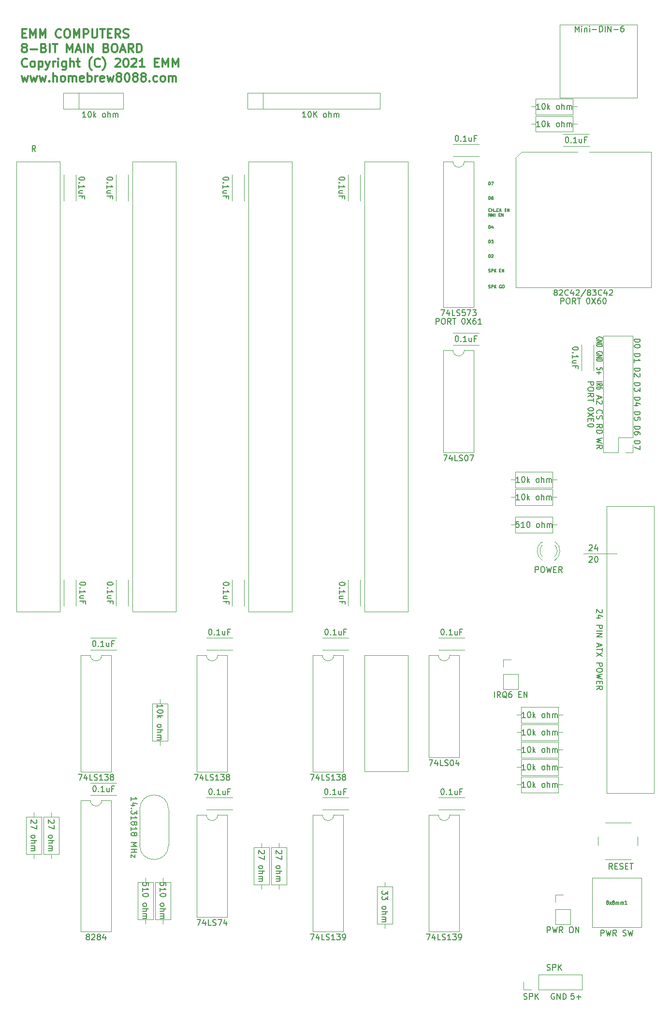
<source format=gbr>
G04 #@! TF.GenerationSoftware,KiCad,Pcbnew,(5.1.8)-1*
G04 #@! TF.CreationDate,2021-09-16T13:44:59-06:00*
G04 #@! TF.ProjectId,Multi,4d756c74-692e-46b6-9963-61645f706362,rev?*
G04 #@! TF.SameCoordinates,Original*
G04 #@! TF.FileFunction,Legend,Top*
G04 #@! TF.FilePolarity,Positive*
%FSLAX46Y46*%
G04 Gerber Fmt 4.6, Leading zero omitted, Abs format (unit mm)*
G04 Created by KiCad (PCBNEW (5.1.8)-1) date 2021-09-16 13:44:59*
%MOMM*%
%LPD*%
G01*
G04 APERTURE LIST*
%ADD10C,0.127000*%
%ADD11C,0.150000*%
%ADD12C,0.300000*%
%ADD13C,0.120000*%
G04 APERTURE END LIST*
D10*
X102819502Y-46711809D02*
X102819502Y-46203809D01*
X102940454Y-46203809D01*
X103013026Y-46228000D01*
X103061407Y-46276380D01*
X103085597Y-46324761D01*
X103109788Y-46421523D01*
X103109788Y-46494095D01*
X103085597Y-46590857D01*
X103061407Y-46639238D01*
X103013026Y-46687619D01*
X102940454Y-46711809D01*
X102819502Y-46711809D01*
X103279121Y-46203809D02*
X103617788Y-46203809D01*
X103400073Y-46711809D01*
X102819502Y-49251809D02*
X102819502Y-48743809D01*
X102940454Y-48743809D01*
X103013026Y-48768000D01*
X103061407Y-48816380D01*
X103085597Y-48864761D01*
X103109788Y-48961523D01*
X103109788Y-49034095D01*
X103085597Y-49130857D01*
X103061407Y-49179238D01*
X103013026Y-49227619D01*
X102940454Y-49251809D01*
X102819502Y-49251809D01*
X103545216Y-48743809D02*
X103448454Y-48743809D01*
X103400073Y-48768000D01*
X103375883Y-48792190D01*
X103327502Y-48864761D01*
X103303311Y-48961523D01*
X103303311Y-49155047D01*
X103327502Y-49203428D01*
X103351692Y-49227619D01*
X103400073Y-49251809D01*
X103496835Y-49251809D01*
X103545216Y-49227619D01*
X103569407Y-49203428D01*
X103593597Y-49155047D01*
X103593597Y-49034095D01*
X103569407Y-48985714D01*
X103545216Y-48961523D01*
X103496835Y-48937333D01*
X103400073Y-48937333D01*
X103351692Y-48961523D01*
X103327502Y-48985714D01*
X103303311Y-49034095D01*
X102819502Y-54331809D02*
X102819502Y-53823809D01*
X102940454Y-53823809D01*
X103013026Y-53848000D01*
X103061407Y-53896380D01*
X103085597Y-53944761D01*
X103109788Y-54041523D01*
X103109788Y-54114095D01*
X103085597Y-54210857D01*
X103061407Y-54259238D01*
X103013026Y-54307619D01*
X102940454Y-54331809D01*
X102819502Y-54331809D01*
X103545216Y-53993142D02*
X103545216Y-54331809D01*
X103424264Y-53799619D02*
X103303311Y-54162476D01*
X103617788Y-54162476D01*
X102819502Y-56871809D02*
X102819502Y-56363809D01*
X102940454Y-56363809D01*
X103013026Y-56388000D01*
X103061407Y-56436380D01*
X103085597Y-56484761D01*
X103109788Y-56581523D01*
X103109788Y-56654095D01*
X103085597Y-56750857D01*
X103061407Y-56799238D01*
X103013026Y-56847619D01*
X102940454Y-56871809D01*
X102819502Y-56871809D01*
X103279121Y-56363809D02*
X103593597Y-56363809D01*
X103424264Y-56557333D01*
X103496835Y-56557333D01*
X103545216Y-56581523D01*
X103569407Y-56605714D01*
X103593597Y-56654095D01*
X103593597Y-56775047D01*
X103569407Y-56823428D01*
X103545216Y-56847619D01*
X103496835Y-56871809D01*
X103351692Y-56871809D01*
X103303311Y-56847619D01*
X103279121Y-56823428D01*
X102819502Y-59411809D02*
X102819502Y-58903809D01*
X102940454Y-58903809D01*
X103013026Y-58928000D01*
X103061407Y-58976380D01*
X103085597Y-59024761D01*
X103109788Y-59121523D01*
X103109788Y-59194095D01*
X103085597Y-59290857D01*
X103061407Y-59339238D01*
X103013026Y-59387619D01*
X102940454Y-59411809D01*
X102819502Y-59411809D01*
X103303311Y-58952190D02*
X103327502Y-58928000D01*
X103375883Y-58903809D01*
X103496835Y-58903809D01*
X103545216Y-58928000D01*
X103569407Y-58952190D01*
X103593597Y-59000571D01*
X103593597Y-59048952D01*
X103569407Y-59121523D01*
X103279121Y-59411809D01*
X103593597Y-59411809D01*
X102795311Y-61927619D02*
X102867883Y-61951809D01*
X102988835Y-61951809D01*
X103037216Y-61927619D01*
X103061407Y-61903428D01*
X103085597Y-61855047D01*
X103085597Y-61806666D01*
X103061407Y-61758285D01*
X103037216Y-61734095D01*
X102988835Y-61709904D01*
X102892073Y-61685714D01*
X102843692Y-61661523D01*
X102819502Y-61637333D01*
X102795311Y-61588952D01*
X102795311Y-61540571D01*
X102819502Y-61492190D01*
X102843692Y-61468000D01*
X102892073Y-61443809D01*
X103013026Y-61443809D01*
X103085597Y-61468000D01*
X103303311Y-61951809D02*
X103303311Y-61443809D01*
X103496835Y-61443809D01*
X103545216Y-61468000D01*
X103569407Y-61492190D01*
X103593597Y-61540571D01*
X103593597Y-61613142D01*
X103569407Y-61661523D01*
X103545216Y-61685714D01*
X103496835Y-61709904D01*
X103303311Y-61709904D01*
X103811311Y-61951809D02*
X103811311Y-61443809D01*
X104101597Y-61951809D02*
X103883883Y-61661523D01*
X104101597Y-61443809D02*
X103811311Y-61734095D01*
X104706359Y-61685714D02*
X104875692Y-61685714D01*
X104948264Y-61951809D02*
X104706359Y-61951809D01*
X104706359Y-61443809D01*
X104948264Y-61443809D01*
X105165978Y-61951809D02*
X105165978Y-61443809D01*
X105456264Y-61951809D01*
X105456264Y-61443809D01*
X102795311Y-64721619D02*
X102867883Y-64745809D01*
X102988835Y-64745809D01*
X103037216Y-64721619D01*
X103061407Y-64697428D01*
X103085597Y-64649047D01*
X103085597Y-64600666D01*
X103061407Y-64552285D01*
X103037216Y-64528095D01*
X102988835Y-64503904D01*
X102892073Y-64479714D01*
X102843692Y-64455523D01*
X102819502Y-64431333D01*
X102795311Y-64382952D01*
X102795311Y-64334571D01*
X102819502Y-64286190D01*
X102843692Y-64262000D01*
X102892073Y-64237809D01*
X103013026Y-64237809D01*
X103085597Y-64262000D01*
X103303311Y-64745809D02*
X103303311Y-64237809D01*
X103496835Y-64237809D01*
X103545216Y-64262000D01*
X103569407Y-64286190D01*
X103593597Y-64334571D01*
X103593597Y-64407142D01*
X103569407Y-64455523D01*
X103545216Y-64479714D01*
X103496835Y-64503904D01*
X103303311Y-64503904D01*
X103811311Y-64745809D02*
X103811311Y-64237809D01*
X104101597Y-64745809D02*
X103883883Y-64455523D01*
X104101597Y-64237809D02*
X103811311Y-64528095D01*
X104972454Y-64262000D02*
X104924073Y-64237809D01*
X104851502Y-64237809D01*
X104778930Y-64262000D01*
X104730550Y-64310380D01*
X104706359Y-64358761D01*
X104682169Y-64455523D01*
X104682169Y-64528095D01*
X104706359Y-64624857D01*
X104730550Y-64673238D01*
X104778930Y-64721619D01*
X104851502Y-64745809D01*
X104899883Y-64745809D01*
X104972454Y-64721619D01*
X104996645Y-64697428D01*
X104996645Y-64528095D01*
X104899883Y-64528095D01*
X105311121Y-64237809D02*
X105407883Y-64237809D01*
X105456264Y-64262000D01*
X105504645Y-64310380D01*
X105528835Y-64407142D01*
X105528835Y-64576476D01*
X105504645Y-64673238D01*
X105456264Y-64721619D01*
X105407883Y-64745809D01*
X105311121Y-64745809D01*
X105262740Y-64721619D01*
X105214359Y-64673238D01*
X105190169Y-64576476D01*
X105190169Y-64407142D01*
X105214359Y-64310380D01*
X105262740Y-64262000D01*
X105311121Y-64237809D01*
X103109788Y-51298928D02*
X103085597Y-51323119D01*
X103013026Y-51347309D01*
X102964645Y-51347309D01*
X102892073Y-51323119D01*
X102843692Y-51274738D01*
X102819502Y-51226357D01*
X102795311Y-51129595D01*
X102795311Y-51057023D01*
X102819502Y-50960261D01*
X102843692Y-50911880D01*
X102892073Y-50863500D01*
X102964645Y-50839309D01*
X103013026Y-50839309D01*
X103085597Y-50863500D01*
X103109788Y-50887690D01*
X103327502Y-51347309D02*
X103327502Y-50839309D01*
X103327502Y-51081214D02*
X103617788Y-51081214D01*
X103617788Y-51347309D02*
X103617788Y-50839309D01*
X103738740Y-51395690D02*
X104125788Y-51395690D01*
X104537026Y-51298928D02*
X104512835Y-51323119D01*
X104440264Y-51347309D01*
X104391883Y-51347309D01*
X104319311Y-51323119D01*
X104270930Y-51274738D01*
X104246740Y-51226357D01*
X104222550Y-51129595D01*
X104222550Y-51057023D01*
X104246740Y-50960261D01*
X104270930Y-50911880D01*
X104319311Y-50863500D01*
X104391883Y-50839309D01*
X104440264Y-50839309D01*
X104512835Y-50863500D01*
X104537026Y-50887690D01*
X104754740Y-51347309D02*
X104754740Y-50839309D01*
X105045026Y-51347309D02*
X104827311Y-51057023D01*
X105045026Y-50839309D02*
X104754740Y-51129595D01*
X105649788Y-51081214D02*
X105819121Y-51081214D01*
X105891692Y-51347309D02*
X105649788Y-51347309D01*
X105649788Y-50839309D01*
X105891692Y-50839309D01*
X106109407Y-51347309D02*
X106109407Y-50839309D01*
X106399692Y-51347309D01*
X106399692Y-50839309D01*
X102819502Y-52236309D02*
X102819502Y-51728309D01*
X103109788Y-52236309D01*
X103109788Y-51728309D01*
X103351692Y-52236309D02*
X103351692Y-51728309D01*
X103521026Y-52091166D01*
X103690359Y-51728309D01*
X103690359Y-52236309D01*
X103932264Y-52236309D02*
X103932264Y-51728309D01*
X104561216Y-51970214D02*
X104730550Y-51970214D01*
X104803121Y-52236309D02*
X104561216Y-52236309D01*
X104561216Y-51728309D01*
X104803121Y-51728309D01*
X105020835Y-52236309D02*
X105020835Y-51728309D01*
X105311121Y-52236309D01*
X105311121Y-51728309D01*
D11*
X117729047Y-188174380D02*
X117252857Y-188174380D01*
X117205238Y-188650571D01*
X117252857Y-188602952D01*
X117348095Y-188555333D01*
X117586190Y-188555333D01*
X117681428Y-188602952D01*
X117729047Y-188650571D01*
X117776666Y-188745809D01*
X117776666Y-188983904D01*
X117729047Y-189079142D01*
X117681428Y-189126761D01*
X117586190Y-189174380D01*
X117348095Y-189174380D01*
X117252857Y-189126761D01*
X117205238Y-189079142D01*
X118205238Y-188793428D02*
X118967142Y-188793428D01*
X118586190Y-189174380D02*
X118586190Y-188412476D01*
X114300095Y-188222000D02*
X114204857Y-188174380D01*
X114062000Y-188174380D01*
X113919142Y-188222000D01*
X113823904Y-188317238D01*
X113776285Y-188412476D01*
X113728666Y-188602952D01*
X113728666Y-188745809D01*
X113776285Y-188936285D01*
X113823904Y-189031523D01*
X113919142Y-189126761D01*
X114062000Y-189174380D01*
X114157238Y-189174380D01*
X114300095Y-189126761D01*
X114347714Y-189079142D01*
X114347714Y-188745809D01*
X114157238Y-188745809D01*
X114776285Y-189174380D02*
X114776285Y-188174380D01*
X115347714Y-189174380D01*
X115347714Y-188174380D01*
X115823904Y-189174380D02*
X115823904Y-188174380D01*
X116062000Y-188174380D01*
X116204857Y-188222000D01*
X116300095Y-188317238D01*
X116347714Y-188412476D01*
X116395333Y-188602952D01*
X116395333Y-188745809D01*
X116347714Y-188936285D01*
X116300095Y-189031523D01*
X116204857Y-189126761D01*
X116062000Y-189174380D01*
X115823904Y-189174380D01*
X108950285Y-189126761D02*
X109093142Y-189174380D01*
X109331238Y-189174380D01*
X109426476Y-189126761D01*
X109474095Y-189079142D01*
X109521714Y-188983904D01*
X109521714Y-188888666D01*
X109474095Y-188793428D01*
X109426476Y-188745809D01*
X109331238Y-188698190D01*
X109140761Y-188650571D01*
X109045523Y-188602952D01*
X108997904Y-188555333D01*
X108950285Y-188460095D01*
X108950285Y-188364857D01*
X108997904Y-188269619D01*
X109045523Y-188222000D01*
X109140761Y-188174380D01*
X109378857Y-188174380D01*
X109521714Y-188222000D01*
X109950285Y-189174380D02*
X109950285Y-188174380D01*
X110331238Y-188174380D01*
X110426476Y-188222000D01*
X110474095Y-188269619D01*
X110521714Y-188364857D01*
X110521714Y-188507714D01*
X110474095Y-188602952D01*
X110426476Y-188650571D01*
X110331238Y-188698190D01*
X109950285Y-188698190D01*
X110950285Y-189174380D02*
X110950285Y-188174380D01*
X111521714Y-189174380D02*
X111093142Y-188602952D01*
X111521714Y-188174380D02*
X110950285Y-188745809D01*
X122626380Y-121016000D02*
X122674000Y-121063619D01*
X122721619Y-121158857D01*
X122721619Y-121396952D01*
X122674000Y-121492190D01*
X122626380Y-121539809D01*
X122531142Y-121587428D01*
X122435904Y-121587428D01*
X122293047Y-121539809D01*
X121721619Y-120968380D01*
X121721619Y-121587428D01*
X122388285Y-122444571D02*
X121721619Y-122444571D01*
X122769238Y-122206476D02*
X122054952Y-121968380D01*
X122054952Y-122587428D01*
X121721619Y-123730285D02*
X122721619Y-123730285D01*
X122721619Y-124111238D01*
X122674000Y-124206476D01*
X122626380Y-124254095D01*
X122531142Y-124301714D01*
X122388285Y-124301714D01*
X122293047Y-124254095D01*
X122245428Y-124206476D01*
X122197809Y-124111238D01*
X122197809Y-123730285D01*
X121721619Y-124730285D02*
X122721619Y-124730285D01*
X121721619Y-125206476D02*
X122721619Y-125206476D01*
X121721619Y-125777904D01*
X122721619Y-125777904D01*
X122007333Y-126968380D02*
X122007333Y-127444571D01*
X121721619Y-126873142D02*
X122721619Y-127206476D01*
X121721619Y-127539809D01*
X122721619Y-127730285D02*
X122721619Y-128301714D01*
X121721619Y-128016000D02*
X122721619Y-128016000D01*
X122721619Y-128539809D02*
X121721619Y-129206476D01*
X122721619Y-129206476D02*
X121721619Y-128539809D01*
X121721619Y-130349333D02*
X122721619Y-130349333D01*
X122721619Y-130730285D01*
X122674000Y-130825523D01*
X122626380Y-130873142D01*
X122531142Y-130920761D01*
X122388285Y-130920761D01*
X122293047Y-130873142D01*
X122245428Y-130825523D01*
X122197809Y-130730285D01*
X122197809Y-130349333D01*
X122721619Y-131539809D02*
X122721619Y-131730285D01*
X122674000Y-131825523D01*
X122578761Y-131920761D01*
X122388285Y-131968380D01*
X122054952Y-131968380D01*
X121864476Y-131920761D01*
X121769238Y-131825523D01*
X121721619Y-131730285D01*
X121721619Y-131539809D01*
X121769238Y-131444571D01*
X121864476Y-131349333D01*
X122054952Y-131301714D01*
X122388285Y-131301714D01*
X122578761Y-131349333D01*
X122674000Y-131444571D01*
X122721619Y-131539809D01*
X122721619Y-132301714D02*
X121721619Y-132539809D01*
X122435904Y-132730285D01*
X121721619Y-132920761D01*
X122721619Y-133158857D01*
X122245428Y-133539809D02*
X122245428Y-133873142D01*
X121721619Y-134016000D02*
X121721619Y-133539809D01*
X122721619Y-133539809D01*
X122721619Y-134016000D01*
X121721619Y-135016000D02*
X122197809Y-134682666D01*
X121721619Y-134444571D02*
X122721619Y-134444571D01*
X122721619Y-134825523D01*
X122674000Y-134920761D01*
X122626380Y-134968380D01*
X122531142Y-135016000D01*
X122388285Y-135016000D01*
X122293047Y-134968380D01*
X122245428Y-134920761D01*
X122197809Y-134825523D01*
X122197809Y-134444571D01*
X122674000Y-73684190D02*
X122721619Y-73623714D01*
X122721619Y-73533000D01*
X122674000Y-73442285D01*
X122578761Y-73381809D01*
X122483523Y-73351571D01*
X122293047Y-73321333D01*
X122150190Y-73321333D01*
X121959714Y-73351571D01*
X121864476Y-73381809D01*
X121769238Y-73442285D01*
X121721619Y-73533000D01*
X121721619Y-73593476D01*
X121769238Y-73684190D01*
X121816857Y-73714428D01*
X122150190Y-73714428D01*
X122150190Y-73593476D01*
X121721619Y-73986571D02*
X122721619Y-73986571D01*
X121721619Y-74349428D01*
X122721619Y-74349428D01*
X121721619Y-74651809D02*
X122721619Y-74651809D01*
X122721619Y-74803000D01*
X122674000Y-74893714D01*
X122578761Y-74954190D01*
X122483523Y-74984428D01*
X122293047Y-75014666D01*
X122150190Y-75014666D01*
X121959714Y-74984428D01*
X121864476Y-74954190D01*
X121769238Y-74893714D01*
X121721619Y-74803000D01*
X121721619Y-74651809D01*
X122674000Y-76224190D02*
X122721619Y-76163714D01*
X122721619Y-76073000D01*
X122674000Y-75982285D01*
X122578761Y-75921809D01*
X122483523Y-75891571D01*
X122293047Y-75861333D01*
X122150190Y-75861333D01*
X121959714Y-75891571D01*
X121864476Y-75921809D01*
X121769238Y-75982285D01*
X121721619Y-76073000D01*
X121721619Y-76133476D01*
X121769238Y-76224190D01*
X121816857Y-76254428D01*
X122150190Y-76254428D01*
X122150190Y-76133476D01*
X121721619Y-76526571D02*
X122721619Y-76526571D01*
X121721619Y-76889428D01*
X122721619Y-76889428D01*
X121721619Y-77191809D02*
X122721619Y-77191809D01*
X122721619Y-77343000D01*
X122674000Y-77433714D01*
X122578761Y-77494190D01*
X122483523Y-77524428D01*
X122293047Y-77554666D01*
X122150190Y-77554666D01*
X121959714Y-77524428D01*
X121864476Y-77494190D01*
X121769238Y-77433714D01*
X121721619Y-77343000D01*
X121721619Y-77191809D01*
X121721619Y-81168119D02*
X122721619Y-81168119D01*
X121721619Y-81833357D02*
X122197809Y-81621690D01*
X121721619Y-81470500D02*
X122721619Y-81470500D01*
X122721619Y-81712404D01*
X122674000Y-81772880D01*
X122626380Y-81803119D01*
X122531142Y-81833357D01*
X122388285Y-81833357D01*
X122293047Y-81803119D01*
X122245428Y-81772880D01*
X122197809Y-81712404D01*
X122197809Y-81470500D01*
X122721619Y-82377642D02*
X122721619Y-82256690D01*
X122674000Y-82196214D01*
X122626380Y-82165976D01*
X122483523Y-82105500D01*
X122293047Y-82075261D01*
X121912095Y-82075261D01*
X121816857Y-82105500D01*
X121769238Y-82135738D01*
X121721619Y-82196214D01*
X121721619Y-82317166D01*
X121769238Y-82377642D01*
X121816857Y-82407880D01*
X121912095Y-82438119D01*
X122150190Y-82438119D01*
X122245428Y-82407880D01*
X122293047Y-82377642D01*
X122340666Y-82317166D01*
X122340666Y-82196214D01*
X122293047Y-82135738D01*
X122245428Y-82105500D01*
X122150190Y-82075261D01*
X128325619Y-83843904D02*
X129325619Y-83843904D01*
X129325619Y-84082000D01*
X129278000Y-84224857D01*
X129182761Y-84320095D01*
X129087523Y-84367714D01*
X128897047Y-84415333D01*
X128754190Y-84415333D01*
X128563714Y-84367714D01*
X128468476Y-84320095D01*
X128373238Y-84224857D01*
X128325619Y-84082000D01*
X128325619Y-83843904D01*
X128992285Y-85272476D02*
X128325619Y-85272476D01*
X129373238Y-85034380D02*
X128658952Y-84796285D01*
X128658952Y-85415333D01*
X128325619Y-81303904D02*
X129325619Y-81303904D01*
X129325619Y-81542000D01*
X129278000Y-81684857D01*
X129182761Y-81780095D01*
X129087523Y-81827714D01*
X128897047Y-81875333D01*
X128754190Y-81875333D01*
X128563714Y-81827714D01*
X128468476Y-81780095D01*
X128373238Y-81684857D01*
X128325619Y-81542000D01*
X128325619Y-81303904D01*
X129325619Y-82208666D02*
X129325619Y-82827714D01*
X128944666Y-82494380D01*
X128944666Y-82637238D01*
X128897047Y-82732476D01*
X128849428Y-82780095D01*
X128754190Y-82827714D01*
X128516095Y-82827714D01*
X128420857Y-82780095D01*
X128373238Y-82732476D01*
X128325619Y-82637238D01*
X128325619Y-82351523D01*
X128373238Y-82256285D01*
X128420857Y-82208666D01*
X122721619Y-91019428D02*
X121721619Y-91257523D01*
X122435904Y-91448000D01*
X121721619Y-91638476D01*
X122721619Y-91876571D01*
X121721619Y-92828952D02*
X122197809Y-92495619D01*
X121721619Y-92257523D02*
X122721619Y-92257523D01*
X122721619Y-92638476D01*
X122674000Y-92733714D01*
X122626380Y-92781333D01*
X122531142Y-92828952D01*
X122388285Y-92828952D01*
X122293047Y-92781333D01*
X122245428Y-92733714D01*
X122197809Y-92638476D01*
X122197809Y-92257523D01*
X128325619Y-88923904D02*
X129325619Y-88923904D01*
X129325619Y-89162000D01*
X129278000Y-89304857D01*
X129182761Y-89400095D01*
X129087523Y-89447714D01*
X128897047Y-89495333D01*
X128754190Y-89495333D01*
X128563714Y-89447714D01*
X128468476Y-89400095D01*
X128373238Y-89304857D01*
X128325619Y-89162000D01*
X128325619Y-88923904D01*
X129325619Y-90352476D02*
X129325619Y-90162000D01*
X129278000Y-90066761D01*
X129230380Y-90019142D01*
X129087523Y-89923904D01*
X128897047Y-89876285D01*
X128516095Y-89876285D01*
X128420857Y-89923904D01*
X128373238Y-89971523D01*
X128325619Y-90066761D01*
X128325619Y-90257238D01*
X128373238Y-90352476D01*
X128420857Y-90400095D01*
X128516095Y-90447714D01*
X128754190Y-90447714D01*
X128849428Y-90400095D01*
X128897047Y-90352476D01*
X128944666Y-90257238D01*
X128944666Y-90066761D01*
X128897047Y-89971523D01*
X128849428Y-89923904D01*
X128754190Y-89876285D01*
X128325619Y-76223904D02*
X129325619Y-76223904D01*
X129325619Y-76462000D01*
X129278000Y-76604857D01*
X129182761Y-76700095D01*
X129087523Y-76747714D01*
X128897047Y-76795333D01*
X128754190Y-76795333D01*
X128563714Y-76747714D01*
X128468476Y-76700095D01*
X128373238Y-76604857D01*
X128325619Y-76462000D01*
X128325619Y-76223904D01*
X128325619Y-77747714D02*
X128325619Y-77176285D01*
X128325619Y-77462000D02*
X129325619Y-77462000D01*
X129182761Y-77366761D01*
X129087523Y-77271523D01*
X129039904Y-77176285D01*
X128325619Y-86383904D02*
X129325619Y-86383904D01*
X129325619Y-86622000D01*
X129278000Y-86764857D01*
X129182761Y-86860095D01*
X129087523Y-86907714D01*
X128897047Y-86955333D01*
X128754190Y-86955333D01*
X128563714Y-86907714D01*
X128468476Y-86860095D01*
X128373238Y-86764857D01*
X128325619Y-86622000D01*
X128325619Y-86383904D01*
X129325619Y-87860095D02*
X129325619Y-87383904D01*
X128849428Y-87336285D01*
X128897047Y-87383904D01*
X128944666Y-87479142D01*
X128944666Y-87717238D01*
X128897047Y-87812476D01*
X128849428Y-87860095D01*
X128754190Y-87907714D01*
X128516095Y-87907714D01*
X128420857Y-87860095D01*
X128373238Y-87812476D01*
X128325619Y-87717238D01*
X128325619Y-87479142D01*
X128373238Y-87383904D01*
X128420857Y-87336285D01*
X128325619Y-78763904D02*
X129325619Y-78763904D01*
X129325619Y-79002000D01*
X129278000Y-79144857D01*
X129182761Y-79240095D01*
X129087523Y-79287714D01*
X128897047Y-79335333D01*
X128754190Y-79335333D01*
X128563714Y-79287714D01*
X128468476Y-79240095D01*
X128373238Y-79144857D01*
X128325619Y-79002000D01*
X128325619Y-78763904D01*
X129230380Y-79716285D02*
X129278000Y-79763904D01*
X129325619Y-79859142D01*
X129325619Y-80097238D01*
X129278000Y-80192476D01*
X129230380Y-80240095D01*
X129135142Y-80287714D01*
X129039904Y-80287714D01*
X128897047Y-80240095D01*
X128325619Y-79668666D01*
X128325619Y-80287714D01*
X128325619Y-91463904D02*
X129325619Y-91463904D01*
X129325619Y-91702000D01*
X129278000Y-91844857D01*
X129182761Y-91940095D01*
X129087523Y-91987714D01*
X128897047Y-92035333D01*
X128754190Y-92035333D01*
X128563714Y-91987714D01*
X128468476Y-91940095D01*
X128373238Y-91844857D01*
X128325619Y-91702000D01*
X128325619Y-91463904D01*
X129325619Y-92368666D02*
X129325619Y-93035333D01*
X128325619Y-92606761D01*
X121721619Y-89217523D02*
X122197809Y-88884190D01*
X121721619Y-88646095D02*
X122721619Y-88646095D01*
X122721619Y-89027047D01*
X122674000Y-89122285D01*
X122626380Y-89169904D01*
X122531142Y-89217523D01*
X122388285Y-89217523D01*
X122293047Y-89169904D01*
X122245428Y-89122285D01*
X122197809Y-89027047D01*
X122197809Y-88646095D01*
X121721619Y-89646095D02*
X122721619Y-89646095D01*
X122721619Y-89884190D01*
X122674000Y-90027047D01*
X122578761Y-90122285D01*
X122483523Y-90169904D01*
X122293047Y-90217523D01*
X122150190Y-90217523D01*
X121959714Y-90169904D01*
X121864476Y-90122285D01*
X121769238Y-90027047D01*
X121721619Y-89884190D01*
X121721619Y-89646095D01*
X122721619Y-79006095D02*
X122721619Y-78703714D01*
X122245428Y-78673476D01*
X122293047Y-78703714D01*
X122340666Y-78764190D01*
X122340666Y-78915380D01*
X122293047Y-78975857D01*
X122245428Y-79006095D01*
X122150190Y-79036333D01*
X121912095Y-79036333D01*
X121816857Y-79006095D01*
X121769238Y-78975857D01*
X121721619Y-78915380D01*
X121721619Y-78764190D01*
X121769238Y-78703714D01*
X121816857Y-78673476D01*
X122102571Y-79308476D02*
X122102571Y-79792285D01*
X121721619Y-79550380D02*
X122483523Y-79550380D01*
X128325619Y-73683904D02*
X129325619Y-73683904D01*
X129325619Y-73922000D01*
X129278000Y-74064857D01*
X129182761Y-74160095D01*
X129087523Y-74207714D01*
X128897047Y-74255333D01*
X128754190Y-74255333D01*
X128563714Y-74207714D01*
X128468476Y-74160095D01*
X128373238Y-74064857D01*
X128325619Y-73922000D01*
X128325619Y-73683904D01*
X129325619Y-74874380D02*
X129325619Y-74969619D01*
X129278000Y-75064857D01*
X129230380Y-75112476D01*
X129135142Y-75160095D01*
X128944666Y-75207714D01*
X128706571Y-75207714D01*
X128516095Y-75160095D01*
X128420857Y-75112476D01*
X128373238Y-75064857D01*
X128325619Y-74969619D01*
X128325619Y-74874380D01*
X128373238Y-74779142D01*
X128420857Y-74731523D01*
X128516095Y-74683904D01*
X128706571Y-74636285D01*
X128944666Y-74636285D01*
X129135142Y-74683904D01*
X129230380Y-74731523D01*
X129278000Y-74779142D01*
X129325619Y-74874380D01*
X122007333Y-83613714D02*
X122007333Y-84089904D01*
X121721619Y-83518476D02*
X122721619Y-83851809D01*
X121721619Y-84185142D01*
X122626380Y-84470857D02*
X122674000Y-84518476D01*
X122721619Y-84613714D01*
X122721619Y-84851809D01*
X122674000Y-84947047D01*
X122626380Y-84994666D01*
X122531142Y-85042285D01*
X122435904Y-85042285D01*
X122293047Y-84994666D01*
X121721619Y-84423238D01*
X121721619Y-85042285D01*
X121816857Y-86701333D02*
X121769238Y-86653714D01*
X121721619Y-86510857D01*
X121721619Y-86415619D01*
X121769238Y-86272761D01*
X121864476Y-86177523D01*
X121959714Y-86129904D01*
X122150190Y-86082285D01*
X122293047Y-86082285D01*
X122483523Y-86129904D01*
X122578761Y-86177523D01*
X122674000Y-86272761D01*
X122721619Y-86415619D01*
X122721619Y-86510857D01*
X122674000Y-86653714D01*
X122626380Y-86701333D01*
X121769238Y-87082285D02*
X121721619Y-87225142D01*
X121721619Y-87463238D01*
X121769238Y-87558476D01*
X121816857Y-87606095D01*
X121912095Y-87653714D01*
X122007333Y-87653714D01*
X122102571Y-87606095D01*
X122150190Y-87558476D01*
X122197809Y-87463238D01*
X122245428Y-87272761D01*
X122293047Y-87177523D01*
X122340666Y-87129904D01*
X122435904Y-87082285D01*
X122531142Y-87082285D01*
X122626380Y-87129904D01*
X122674000Y-87177523D01*
X122721619Y-87272761D01*
X122721619Y-87510857D01*
X122674000Y-87653714D01*
D12*
X21126142Y-20197857D02*
X21626142Y-20197857D01*
X21840428Y-20983571D02*
X21126142Y-20983571D01*
X21126142Y-19483571D01*
X21840428Y-19483571D01*
X22483285Y-20983571D02*
X22483285Y-19483571D01*
X22983285Y-20555000D01*
X23483285Y-19483571D01*
X23483285Y-20983571D01*
X24197571Y-20983571D02*
X24197571Y-19483571D01*
X24697571Y-20555000D01*
X25197571Y-19483571D01*
X25197571Y-20983571D01*
X27911857Y-20840714D02*
X27840428Y-20912142D01*
X27626142Y-20983571D01*
X27483285Y-20983571D01*
X27269000Y-20912142D01*
X27126142Y-20769285D01*
X27054714Y-20626428D01*
X26983285Y-20340714D01*
X26983285Y-20126428D01*
X27054714Y-19840714D01*
X27126142Y-19697857D01*
X27269000Y-19555000D01*
X27483285Y-19483571D01*
X27626142Y-19483571D01*
X27840428Y-19555000D01*
X27911857Y-19626428D01*
X28840428Y-19483571D02*
X29126142Y-19483571D01*
X29269000Y-19555000D01*
X29411857Y-19697857D01*
X29483285Y-19983571D01*
X29483285Y-20483571D01*
X29411857Y-20769285D01*
X29269000Y-20912142D01*
X29126142Y-20983571D01*
X28840428Y-20983571D01*
X28697571Y-20912142D01*
X28554714Y-20769285D01*
X28483285Y-20483571D01*
X28483285Y-19983571D01*
X28554714Y-19697857D01*
X28697571Y-19555000D01*
X28840428Y-19483571D01*
X30126142Y-20983571D02*
X30126142Y-19483571D01*
X30626142Y-20555000D01*
X31126142Y-19483571D01*
X31126142Y-20983571D01*
X31840428Y-20983571D02*
X31840428Y-19483571D01*
X32411857Y-19483571D01*
X32554714Y-19555000D01*
X32626142Y-19626428D01*
X32697571Y-19769285D01*
X32697571Y-19983571D01*
X32626142Y-20126428D01*
X32554714Y-20197857D01*
X32411857Y-20269285D01*
X31840428Y-20269285D01*
X33340428Y-19483571D02*
X33340428Y-20697857D01*
X33411857Y-20840714D01*
X33483285Y-20912142D01*
X33626142Y-20983571D01*
X33911857Y-20983571D01*
X34054714Y-20912142D01*
X34126142Y-20840714D01*
X34197571Y-20697857D01*
X34197571Y-19483571D01*
X34697571Y-19483571D02*
X35554714Y-19483571D01*
X35126142Y-20983571D02*
X35126142Y-19483571D01*
X36054714Y-20197857D02*
X36554714Y-20197857D01*
X36769000Y-20983571D02*
X36054714Y-20983571D01*
X36054714Y-19483571D01*
X36769000Y-19483571D01*
X38269000Y-20983571D02*
X37769000Y-20269285D01*
X37411857Y-20983571D02*
X37411857Y-19483571D01*
X37983285Y-19483571D01*
X38126142Y-19555000D01*
X38197571Y-19626428D01*
X38269000Y-19769285D01*
X38269000Y-19983571D01*
X38197571Y-20126428D01*
X38126142Y-20197857D01*
X37983285Y-20269285D01*
X37411857Y-20269285D01*
X38840428Y-20912142D02*
X39054714Y-20983571D01*
X39411857Y-20983571D01*
X39554714Y-20912142D01*
X39626142Y-20840714D01*
X39697571Y-20697857D01*
X39697571Y-20555000D01*
X39626142Y-20412142D01*
X39554714Y-20340714D01*
X39411857Y-20269285D01*
X39126142Y-20197857D01*
X38983285Y-20126428D01*
X38911857Y-20055000D01*
X38840428Y-19912142D01*
X38840428Y-19769285D01*
X38911857Y-19626428D01*
X38983285Y-19555000D01*
X39126142Y-19483571D01*
X39483285Y-19483571D01*
X39697571Y-19555000D01*
X21340428Y-22676428D02*
X21197571Y-22605000D01*
X21126142Y-22533571D01*
X21054714Y-22390714D01*
X21054714Y-22319285D01*
X21126142Y-22176428D01*
X21197571Y-22105000D01*
X21340428Y-22033571D01*
X21626142Y-22033571D01*
X21769000Y-22105000D01*
X21840428Y-22176428D01*
X21911857Y-22319285D01*
X21911857Y-22390714D01*
X21840428Y-22533571D01*
X21769000Y-22605000D01*
X21626142Y-22676428D01*
X21340428Y-22676428D01*
X21197571Y-22747857D01*
X21126142Y-22819285D01*
X21054714Y-22962142D01*
X21054714Y-23247857D01*
X21126142Y-23390714D01*
X21197571Y-23462142D01*
X21340428Y-23533571D01*
X21626142Y-23533571D01*
X21769000Y-23462142D01*
X21840428Y-23390714D01*
X21911857Y-23247857D01*
X21911857Y-22962142D01*
X21840428Y-22819285D01*
X21769000Y-22747857D01*
X21626142Y-22676428D01*
X22554714Y-22962142D02*
X23697571Y-22962142D01*
X24911857Y-22747857D02*
X25126142Y-22819285D01*
X25197571Y-22890714D01*
X25269000Y-23033571D01*
X25269000Y-23247857D01*
X25197571Y-23390714D01*
X25126142Y-23462142D01*
X24983285Y-23533571D01*
X24411857Y-23533571D01*
X24411857Y-22033571D01*
X24911857Y-22033571D01*
X25054714Y-22105000D01*
X25126142Y-22176428D01*
X25197571Y-22319285D01*
X25197571Y-22462142D01*
X25126142Y-22605000D01*
X25054714Y-22676428D01*
X24911857Y-22747857D01*
X24411857Y-22747857D01*
X25911857Y-23533571D02*
X25911857Y-22033571D01*
X26411857Y-22033571D02*
X27269000Y-22033571D01*
X26840428Y-23533571D02*
X26840428Y-22033571D01*
X28911857Y-23533571D02*
X28911857Y-22033571D01*
X29411857Y-23105000D01*
X29911857Y-22033571D01*
X29911857Y-23533571D01*
X30554714Y-23105000D02*
X31269000Y-23105000D01*
X30411857Y-23533571D02*
X30911857Y-22033571D01*
X31411857Y-23533571D01*
X31911857Y-23533571D02*
X31911857Y-22033571D01*
X32626142Y-23533571D02*
X32626142Y-22033571D01*
X33483285Y-23533571D01*
X33483285Y-22033571D01*
X35840428Y-22747857D02*
X36054714Y-22819285D01*
X36126142Y-22890714D01*
X36197571Y-23033571D01*
X36197571Y-23247857D01*
X36126142Y-23390714D01*
X36054714Y-23462142D01*
X35911857Y-23533571D01*
X35340428Y-23533571D01*
X35340428Y-22033571D01*
X35840428Y-22033571D01*
X35983285Y-22105000D01*
X36054714Y-22176428D01*
X36126142Y-22319285D01*
X36126142Y-22462142D01*
X36054714Y-22605000D01*
X35983285Y-22676428D01*
X35840428Y-22747857D01*
X35340428Y-22747857D01*
X37126142Y-22033571D02*
X37411857Y-22033571D01*
X37554714Y-22105000D01*
X37697571Y-22247857D01*
X37769000Y-22533571D01*
X37769000Y-23033571D01*
X37697571Y-23319285D01*
X37554714Y-23462142D01*
X37411857Y-23533571D01*
X37126142Y-23533571D01*
X36983285Y-23462142D01*
X36840428Y-23319285D01*
X36769000Y-23033571D01*
X36769000Y-22533571D01*
X36840428Y-22247857D01*
X36983285Y-22105000D01*
X37126142Y-22033571D01*
X38340428Y-23105000D02*
X39054714Y-23105000D01*
X38197571Y-23533571D02*
X38697571Y-22033571D01*
X39197571Y-23533571D01*
X40554714Y-23533571D02*
X40054714Y-22819285D01*
X39697571Y-23533571D02*
X39697571Y-22033571D01*
X40269000Y-22033571D01*
X40411857Y-22105000D01*
X40483285Y-22176428D01*
X40554714Y-22319285D01*
X40554714Y-22533571D01*
X40483285Y-22676428D01*
X40411857Y-22747857D01*
X40269000Y-22819285D01*
X39697571Y-22819285D01*
X41197571Y-23533571D02*
X41197571Y-22033571D01*
X41554714Y-22033571D01*
X41769000Y-22105000D01*
X41911857Y-22247857D01*
X41983285Y-22390714D01*
X42054714Y-22676428D01*
X42054714Y-22890714D01*
X41983285Y-23176428D01*
X41911857Y-23319285D01*
X41769000Y-23462142D01*
X41554714Y-23533571D01*
X41197571Y-23533571D01*
X21983285Y-25940714D02*
X21911857Y-26012142D01*
X21697571Y-26083571D01*
X21554714Y-26083571D01*
X21340428Y-26012142D01*
X21197571Y-25869285D01*
X21126142Y-25726428D01*
X21054714Y-25440714D01*
X21054714Y-25226428D01*
X21126142Y-24940714D01*
X21197571Y-24797857D01*
X21340428Y-24655000D01*
X21554714Y-24583571D01*
X21697571Y-24583571D01*
X21911857Y-24655000D01*
X21983285Y-24726428D01*
X22840428Y-26083571D02*
X22697571Y-26012142D01*
X22626142Y-25940714D01*
X22554714Y-25797857D01*
X22554714Y-25369285D01*
X22626142Y-25226428D01*
X22697571Y-25155000D01*
X22840428Y-25083571D01*
X23054714Y-25083571D01*
X23197571Y-25155000D01*
X23269000Y-25226428D01*
X23340428Y-25369285D01*
X23340428Y-25797857D01*
X23269000Y-25940714D01*
X23197571Y-26012142D01*
X23054714Y-26083571D01*
X22840428Y-26083571D01*
X23983285Y-25083571D02*
X23983285Y-26583571D01*
X23983285Y-25155000D02*
X24126142Y-25083571D01*
X24411857Y-25083571D01*
X24554714Y-25155000D01*
X24626142Y-25226428D01*
X24697571Y-25369285D01*
X24697571Y-25797857D01*
X24626142Y-25940714D01*
X24554714Y-26012142D01*
X24411857Y-26083571D01*
X24126142Y-26083571D01*
X23983285Y-26012142D01*
X25197571Y-25083571D02*
X25554714Y-26083571D01*
X25911857Y-25083571D02*
X25554714Y-26083571D01*
X25411857Y-26440714D01*
X25340428Y-26512142D01*
X25197571Y-26583571D01*
X26483285Y-26083571D02*
X26483285Y-25083571D01*
X26483285Y-25369285D02*
X26554714Y-25226428D01*
X26626142Y-25155000D01*
X26769000Y-25083571D01*
X26911857Y-25083571D01*
X27411857Y-26083571D02*
X27411857Y-25083571D01*
X27411857Y-24583571D02*
X27340428Y-24655000D01*
X27411857Y-24726428D01*
X27483285Y-24655000D01*
X27411857Y-24583571D01*
X27411857Y-24726428D01*
X28769000Y-25083571D02*
X28769000Y-26297857D01*
X28697571Y-26440714D01*
X28626142Y-26512142D01*
X28483285Y-26583571D01*
X28269000Y-26583571D01*
X28126142Y-26512142D01*
X28769000Y-26012142D02*
X28626142Y-26083571D01*
X28340428Y-26083571D01*
X28197571Y-26012142D01*
X28126142Y-25940714D01*
X28054714Y-25797857D01*
X28054714Y-25369285D01*
X28126142Y-25226428D01*
X28197571Y-25155000D01*
X28340428Y-25083571D01*
X28626142Y-25083571D01*
X28769000Y-25155000D01*
X29483285Y-26083571D02*
X29483285Y-24583571D01*
X30126142Y-26083571D02*
X30126142Y-25297857D01*
X30054714Y-25155000D01*
X29911857Y-25083571D01*
X29697571Y-25083571D01*
X29554714Y-25155000D01*
X29483285Y-25226428D01*
X30626142Y-25083571D02*
X31197571Y-25083571D01*
X30840428Y-24583571D02*
X30840428Y-25869285D01*
X30911857Y-26012142D01*
X31054714Y-26083571D01*
X31197571Y-26083571D01*
X33269000Y-26655000D02*
X33197571Y-26583571D01*
X33054714Y-26369285D01*
X32983285Y-26226428D01*
X32911857Y-26012142D01*
X32840428Y-25655000D01*
X32840428Y-25369285D01*
X32911857Y-25012142D01*
X32983285Y-24797857D01*
X33054714Y-24655000D01*
X33197571Y-24440714D01*
X33269000Y-24369285D01*
X34697571Y-25940714D02*
X34626142Y-26012142D01*
X34411857Y-26083571D01*
X34269000Y-26083571D01*
X34054714Y-26012142D01*
X33911857Y-25869285D01*
X33840428Y-25726428D01*
X33769000Y-25440714D01*
X33769000Y-25226428D01*
X33840428Y-24940714D01*
X33911857Y-24797857D01*
X34054714Y-24655000D01*
X34269000Y-24583571D01*
X34411857Y-24583571D01*
X34626142Y-24655000D01*
X34697571Y-24726428D01*
X35197571Y-26655000D02*
X35269000Y-26583571D01*
X35411857Y-26369285D01*
X35483285Y-26226428D01*
X35554714Y-26012142D01*
X35626142Y-25655000D01*
X35626142Y-25369285D01*
X35554714Y-25012142D01*
X35483285Y-24797857D01*
X35411857Y-24655000D01*
X35269000Y-24440714D01*
X35197571Y-24369285D01*
X37411857Y-24726428D02*
X37483285Y-24655000D01*
X37626142Y-24583571D01*
X37983285Y-24583571D01*
X38126142Y-24655000D01*
X38197571Y-24726428D01*
X38269000Y-24869285D01*
X38269000Y-25012142D01*
X38197571Y-25226428D01*
X37340428Y-26083571D01*
X38269000Y-26083571D01*
X39197571Y-24583571D02*
X39340428Y-24583571D01*
X39483285Y-24655000D01*
X39554714Y-24726428D01*
X39626142Y-24869285D01*
X39697571Y-25155000D01*
X39697571Y-25512142D01*
X39626142Y-25797857D01*
X39554714Y-25940714D01*
X39483285Y-26012142D01*
X39340428Y-26083571D01*
X39197571Y-26083571D01*
X39054714Y-26012142D01*
X38983285Y-25940714D01*
X38911857Y-25797857D01*
X38840428Y-25512142D01*
X38840428Y-25155000D01*
X38911857Y-24869285D01*
X38983285Y-24726428D01*
X39054714Y-24655000D01*
X39197571Y-24583571D01*
X40269000Y-24726428D02*
X40340428Y-24655000D01*
X40483285Y-24583571D01*
X40840428Y-24583571D01*
X40983285Y-24655000D01*
X41054714Y-24726428D01*
X41126142Y-24869285D01*
X41126142Y-25012142D01*
X41054714Y-25226428D01*
X40197571Y-26083571D01*
X41126142Y-26083571D01*
X42554714Y-26083571D02*
X41697571Y-26083571D01*
X42126142Y-26083571D02*
X42126142Y-24583571D01*
X41983285Y-24797857D01*
X41840428Y-24940714D01*
X41697571Y-25012142D01*
X44340428Y-25297857D02*
X44840428Y-25297857D01*
X45054714Y-26083571D02*
X44340428Y-26083571D01*
X44340428Y-24583571D01*
X45054714Y-24583571D01*
X45697571Y-26083571D02*
X45697571Y-24583571D01*
X46197571Y-25655000D01*
X46697571Y-24583571D01*
X46697571Y-26083571D01*
X47411857Y-26083571D02*
X47411857Y-24583571D01*
X47911857Y-25655000D01*
X48411857Y-24583571D01*
X48411857Y-26083571D01*
X20983285Y-27633571D02*
X21269000Y-28633571D01*
X21554714Y-27919285D01*
X21840428Y-28633571D01*
X22126142Y-27633571D01*
X22554714Y-27633571D02*
X22840428Y-28633571D01*
X23126142Y-27919285D01*
X23411857Y-28633571D01*
X23697571Y-27633571D01*
X24126142Y-27633571D02*
X24411857Y-28633571D01*
X24697571Y-27919285D01*
X24983285Y-28633571D01*
X25269000Y-27633571D01*
X25840428Y-28490714D02*
X25911857Y-28562142D01*
X25840428Y-28633571D01*
X25769000Y-28562142D01*
X25840428Y-28490714D01*
X25840428Y-28633571D01*
X26554714Y-28633571D02*
X26554714Y-27133571D01*
X27197571Y-28633571D02*
X27197571Y-27847857D01*
X27126142Y-27705000D01*
X26983285Y-27633571D01*
X26769000Y-27633571D01*
X26626142Y-27705000D01*
X26554714Y-27776428D01*
X28126142Y-28633571D02*
X27983285Y-28562142D01*
X27911857Y-28490714D01*
X27840428Y-28347857D01*
X27840428Y-27919285D01*
X27911857Y-27776428D01*
X27983285Y-27705000D01*
X28126142Y-27633571D01*
X28340428Y-27633571D01*
X28483285Y-27705000D01*
X28554714Y-27776428D01*
X28626142Y-27919285D01*
X28626142Y-28347857D01*
X28554714Y-28490714D01*
X28483285Y-28562142D01*
X28340428Y-28633571D01*
X28126142Y-28633571D01*
X29269000Y-28633571D02*
X29269000Y-27633571D01*
X29269000Y-27776428D02*
X29340428Y-27705000D01*
X29483285Y-27633571D01*
X29697571Y-27633571D01*
X29840428Y-27705000D01*
X29911857Y-27847857D01*
X29911857Y-28633571D01*
X29911857Y-27847857D02*
X29983285Y-27705000D01*
X30126142Y-27633571D01*
X30340428Y-27633571D01*
X30483285Y-27705000D01*
X30554714Y-27847857D01*
X30554714Y-28633571D01*
X31840428Y-28562142D02*
X31697571Y-28633571D01*
X31411857Y-28633571D01*
X31269000Y-28562142D01*
X31197571Y-28419285D01*
X31197571Y-27847857D01*
X31269000Y-27705000D01*
X31411857Y-27633571D01*
X31697571Y-27633571D01*
X31840428Y-27705000D01*
X31911857Y-27847857D01*
X31911857Y-27990714D01*
X31197571Y-28133571D01*
X32554714Y-28633571D02*
X32554714Y-27133571D01*
X32554714Y-27705000D02*
X32697571Y-27633571D01*
X32983285Y-27633571D01*
X33126142Y-27705000D01*
X33197571Y-27776428D01*
X33269000Y-27919285D01*
X33269000Y-28347857D01*
X33197571Y-28490714D01*
X33126142Y-28562142D01*
X32983285Y-28633571D01*
X32697571Y-28633571D01*
X32554714Y-28562142D01*
X33911857Y-28633571D02*
X33911857Y-27633571D01*
X33911857Y-27919285D02*
X33983285Y-27776428D01*
X34054714Y-27705000D01*
X34197571Y-27633571D01*
X34340428Y-27633571D01*
X35411857Y-28562142D02*
X35269000Y-28633571D01*
X34983285Y-28633571D01*
X34840428Y-28562142D01*
X34769000Y-28419285D01*
X34769000Y-27847857D01*
X34840428Y-27705000D01*
X34983285Y-27633571D01*
X35269000Y-27633571D01*
X35411857Y-27705000D01*
X35483285Y-27847857D01*
X35483285Y-27990714D01*
X34769000Y-28133571D01*
X35983285Y-27633571D02*
X36269000Y-28633571D01*
X36554714Y-27919285D01*
X36840428Y-28633571D01*
X37126142Y-27633571D01*
X37911857Y-27776428D02*
X37769000Y-27705000D01*
X37697571Y-27633571D01*
X37626142Y-27490714D01*
X37626142Y-27419285D01*
X37697571Y-27276428D01*
X37769000Y-27205000D01*
X37911857Y-27133571D01*
X38197571Y-27133571D01*
X38340428Y-27205000D01*
X38411857Y-27276428D01*
X38483285Y-27419285D01*
X38483285Y-27490714D01*
X38411857Y-27633571D01*
X38340428Y-27705000D01*
X38197571Y-27776428D01*
X37911857Y-27776428D01*
X37769000Y-27847857D01*
X37697571Y-27919285D01*
X37626142Y-28062142D01*
X37626142Y-28347857D01*
X37697571Y-28490714D01*
X37769000Y-28562142D01*
X37911857Y-28633571D01*
X38197571Y-28633571D01*
X38340428Y-28562142D01*
X38411857Y-28490714D01*
X38483285Y-28347857D01*
X38483285Y-28062142D01*
X38411857Y-27919285D01*
X38340428Y-27847857D01*
X38197571Y-27776428D01*
X39411857Y-27133571D02*
X39554714Y-27133571D01*
X39697571Y-27205000D01*
X39769000Y-27276428D01*
X39840428Y-27419285D01*
X39911857Y-27705000D01*
X39911857Y-28062142D01*
X39840428Y-28347857D01*
X39769000Y-28490714D01*
X39697571Y-28562142D01*
X39554714Y-28633571D01*
X39411857Y-28633571D01*
X39269000Y-28562142D01*
X39197571Y-28490714D01*
X39126142Y-28347857D01*
X39054714Y-28062142D01*
X39054714Y-27705000D01*
X39126142Y-27419285D01*
X39197571Y-27276428D01*
X39269000Y-27205000D01*
X39411857Y-27133571D01*
X40769000Y-27776428D02*
X40626142Y-27705000D01*
X40554714Y-27633571D01*
X40483285Y-27490714D01*
X40483285Y-27419285D01*
X40554714Y-27276428D01*
X40626142Y-27205000D01*
X40769000Y-27133571D01*
X41054714Y-27133571D01*
X41197571Y-27205000D01*
X41269000Y-27276428D01*
X41340428Y-27419285D01*
X41340428Y-27490714D01*
X41269000Y-27633571D01*
X41197571Y-27705000D01*
X41054714Y-27776428D01*
X40769000Y-27776428D01*
X40626142Y-27847857D01*
X40554714Y-27919285D01*
X40483285Y-28062142D01*
X40483285Y-28347857D01*
X40554714Y-28490714D01*
X40626142Y-28562142D01*
X40769000Y-28633571D01*
X41054714Y-28633571D01*
X41197571Y-28562142D01*
X41269000Y-28490714D01*
X41340428Y-28347857D01*
X41340428Y-28062142D01*
X41269000Y-27919285D01*
X41197571Y-27847857D01*
X41054714Y-27776428D01*
X42197571Y-27776428D02*
X42054714Y-27705000D01*
X41983285Y-27633571D01*
X41911857Y-27490714D01*
X41911857Y-27419285D01*
X41983285Y-27276428D01*
X42054714Y-27205000D01*
X42197571Y-27133571D01*
X42483285Y-27133571D01*
X42626142Y-27205000D01*
X42697571Y-27276428D01*
X42769000Y-27419285D01*
X42769000Y-27490714D01*
X42697571Y-27633571D01*
X42626142Y-27705000D01*
X42483285Y-27776428D01*
X42197571Y-27776428D01*
X42054714Y-27847857D01*
X41983285Y-27919285D01*
X41911857Y-28062142D01*
X41911857Y-28347857D01*
X41983285Y-28490714D01*
X42054714Y-28562142D01*
X42197571Y-28633571D01*
X42483285Y-28633571D01*
X42626142Y-28562142D01*
X42697571Y-28490714D01*
X42769000Y-28347857D01*
X42769000Y-28062142D01*
X42697571Y-27919285D01*
X42626142Y-27847857D01*
X42483285Y-27776428D01*
X43411857Y-28490714D02*
X43483285Y-28562142D01*
X43411857Y-28633571D01*
X43340428Y-28562142D01*
X43411857Y-28490714D01*
X43411857Y-28633571D01*
X44769000Y-28562142D02*
X44626142Y-28633571D01*
X44340428Y-28633571D01*
X44197571Y-28562142D01*
X44126142Y-28490714D01*
X44054714Y-28347857D01*
X44054714Y-27919285D01*
X44126142Y-27776428D01*
X44197571Y-27705000D01*
X44340428Y-27633571D01*
X44626142Y-27633571D01*
X44769000Y-27705000D01*
X45626142Y-28633571D02*
X45483285Y-28562142D01*
X45411857Y-28490714D01*
X45340428Y-28347857D01*
X45340428Y-27919285D01*
X45411857Y-27776428D01*
X45483285Y-27705000D01*
X45626142Y-27633571D01*
X45840428Y-27633571D01*
X45983285Y-27705000D01*
X46054714Y-27776428D01*
X46126142Y-27919285D01*
X46126142Y-28347857D01*
X46054714Y-28490714D01*
X45983285Y-28562142D01*
X45840428Y-28633571D01*
X45626142Y-28633571D01*
X46769000Y-28633571D02*
X46769000Y-27633571D01*
X46769000Y-27776428D02*
X46840428Y-27705000D01*
X46983285Y-27633571D01*
X47197571Y-27633571D01*
X47340428Y-27705000D01*
X47411857Y-27847857D01*
X47411857Y-28633571D01*
X47411857Y-27847857D02*
X47483285Y-27705000D01*
X47626142Y-27633571D01*
X47840428Y-27633571D01*
X47983285Y-27705000D01*
X48054714Y-27847857D01*
X48054714Y-28633571D01*
D13*
G04 #@! TO.C,RN1*
X30988000Y-30604000D02*
X30988000Y-33404000D01*
X38778000Y-30604000D02*
X28278000Y-30604000D01*
X38778000Y-33404000D02*
X38778000Y-30604000D01*
X28278000Y-33404000D02*
X38778000Y-33404000D01*
X28278000Y-30604000D02*
X28278000Y-33404000D01*
G04 #@! TO.C,J5*
X105350000Y-134934000D02*
X108010000Y-134934000D01*
X105350000Y-132334000D02*
X105350000Y-134934000D01*
X108010000Y-132334000D02*
X108010000Y-134934000D01*
X105350000Y-132334000D02*
X108010000Y-132334000D01*
X105350000Y-131064000D02*
X105350000Y-129734000D01*
X105350000Y-129734000D02*
X106680000Y-129734000D01*
G04 #@! TO.C,R15*
X115800000Y-139446000D02*
X115030000Y-139446000D01*
X107720000Y-139446000D02*
X108490000Y-139446000D01*
X115030000Y-138076000D02*
X108490000Y-138076000D01*
X115030000Y-140816000D02*
X115030000Y-138076000D01*
X108490000Y-140816000D02*
X115030000Y-140816000D01*
X108490000Y-138076000D02*
X108490000Y-140816000D01*
G04 #@! TO.C,R13*
X107474000Y-99976000D02*
X107474000Y-102716000D01*
X107474000Y-102716000D02*
X114014000Y-102716000D01*
X114014000Y-102716000D02*
X114014000Y-99976000D01*
X114014000Y-99976000D02*
X107474000Y-99976000D01*
X106704000Y-101346000D02*
X107474000Y-101346000D01*
X114784000Y-101346000D02*
X114014000Y-101346000D01*
G04 #@! TO.C,R12*
X107474000Y-96928000D02*
X107474000Y-99668000D01*
X107474000Y-99668000D02*
X114014000Y-99668000D01*
X114014000Y-99668000D02*
X114014000Y-96928000D01*
X114014000Y-96928000D02*
X107474000Y-96928000D01*
X106704000Y-98298000D02*
X107474000Y-98298000D01*
X114784000Y-98298000D02*
X114014000Y-98298000D01*
G04 #@! TO.C,R11*
X108490000Y-144172000D02*
X108490000Y-146912000D01*
X108490000Y-146912000D02*
X115030000Y-146912000D01*
X115030000Y-146912000D02*
X115030000Y-144172000D01*
X115030000Y-144172000D02*
X108490000Y-144172000D01*
X107720000Y-145542000D02*
X108490000Y-145542000D01*
X115800000Y-145542000D02*
X115030000Y-145542000D01*
G04 #@! TO.C,R10*
X108490000Y-141124000D02*
X108490000Y-143864000D01*
X108490000Y-143864000D02*
X115030000Y-143864000D01*
X115030000Y-143864000D02*
X115030000Y-141124000D01*
X115030000Y-141124000D02*
X108490000Y-141124000D01*
X107720000Y-142494000D02*
X108490000Y-142494000D01*
X115800000Y-142494000D02*
X115030000Y-142494000D01*
G04 #@! TO.C,RN2*
X63246000Y-30604000D02*
X63246000Y-33404000D01*
X83736000Y-30604000D02*
X60536000Y-30604000D01*
X83736000Y-33404000D02*
X83736000Y-30604000D01*
X60536000Y-33404000D02*
X83736000Y-33404000D01*
X60536000Y-30604000D02*
X60536000Y-33404000D01*
G04 #@! TO.C,R9*
X111030000Y-34670000D02*
X111030000Y-37410000D01*
X111030000Y-37410000D02*
X117570000Y-37410000D01*
X117570000Y-37410000D02*
X117570000Y-34670000D01*
X117570000Y-34670000D02*
X111030000Y-34670000D01*
X110260000Y-36040000D02*
X111030000Y-36040000D01*
X118340000Y-36040000D02*
X117570000Y-36040000D01*
G04 #@! TO.C,R8*
X111030000Y-31650000D02*
X111030000Y-34390000D01*
X111030000Y-34390000D02*
X117570000Y-34390000D01*
X117570000Y-34390000D02*
X117570000Y-31650000D01*
X117570000Y-31650000D02*
X111030000Y-31650000D01*
X110260000Y-33020000D02*
X111030000Y-33020000D01*
X118340000Y-33020000D02*
X117570000Y-33020000D01*
G04 #@! TO.C,R7*
X115030000Y-153008000D02*
X115030000Y-150268000D01*
X115030000Y-150268000D02*
X108490000Y-150268000D01*
X108490000Y-150268000D02*
X108490000Y-153008000D01*
X108490000Y-153008000D02*
X115030000Y-153008000D01*
X115800000Y-151638000D02*
X115030000Y-151638000D01*
X107720000Y-151638000D02*
X108490000Y-151638000D01*
G04 #@! TO.C,R6*
X43842000Y-143986000D02*
X46582000Y-143986000D01*
X46582000Y-143986000D02*
X46582000Y-137446000D01*
X46582000Y-137446000D02*
X43842000Y-137446000D01*
X43842000Y-137446000D02*
X43842000Y-143986000D01*
X45212000Y-144756000D02*
X45212000Y-143986000D01*
X45212000Y-136676000D02*
X45212000Y-137446000D01*
G04 #@! TO.C,C10*
X119087000Y-79192000D02*
X119072000Y-79192000D01*
X121212000Y-79192000D02*
X121197000Y-79192000D01*
X119087000Y-74652000D02*
X119072000Y-74652000D01*
X121212000Y-74652000D02*
X121197000Y-74652000D01*
X119072000Y-74652000D02*
X119072000Y-79192000D01*
X121212000Y-74652000D02*
X121212000Y-79192000D01*
G04 #@! TO.C,C9*
X115880000Y-37792000D02*
X120420000Y-37792000D01*
X115880000Y-39932000D02*
X120420000Y-39932000D01*
X115880000Y-37792000D02*
X115880000Y-37807000D01*
X115880000Y-39917000D02*
X115880000Y-39932000D01*
X120420000Y-37792000D02*
X120420000Y-37807000D01*
X120420000Y-39917000D02*
X120420000Y-39932000D01*
G04 #@! TO.C,R4*
X44042000Y-168688000D02*
X41302000Y-168688000D01*
X41302000Y-168688000D02*
X41302000Y-175228000D01*
X41302000Y-175228000D02*
X44042000Y-175228000D01*
X44042000Y-175228000D02*
X44042000Y-168688000D01*
X42672000Y-167918000D02*
X42672000Y-168688000D01*
X42672000Y-175998000D02*
X42672000Y-175228000D01*
G04 #@! TO.C,R2*
X47090000Y-168688000D02*
X44350000Y-168688000D01*
X44350000Y-168688000D02*
X44350000Y-175228000D01*
X44350000Y-175228000D02*
X47090000Y-175228000D01*
X47090000Y-175228000D02*
X47090000Y-168688000D01*
X45720000Y-167918000D02*
X45720000Y-168688000D01*
X45720000Y-175998000D02*
X45720000Y-175228000D01*
G04 #@! TO.C,R18*
X27532000Y-157258000D02*
X24792000Y-157258000D01*
X24792000Y-157258000D02*
X24792000Y-163798000D01*
X24792000Y-163798000D02*
X27532000Y-163798000D01*
X27532000Y-163798000D02*
X27532000Y-157258000D01*
X26162000Y-156488000D02*
X26162000Y-157258000D01*
X26162000Y-164568000D02*
X26162000Y-163798000D01*
G04 #@! TO.C,R17*
X64362000Y-162592000D02*
X61622000Y-162592000D01*
X61622000Y-162592000D02*
X61622000Y-169132000D01*
X61622000Y-169132000D02*
X64362000Y-169132000D01*
X64362000Y-169132000D02*
X64362000Y-162592000D01*
X62992000Y-161822000D02*
X62992000Y-162592000D01*
X62992000Y-169902000D02*
X62992000Y-169132000D01*
G04 #@! TO.C,R14*
X24484000Y-157258000D02*
X21744000Y-157258000D01*
X21744000Y-157258000D02*
X21744000Y-163798000D01*
X21744000Y-163798000D02*
X24484000Y-163798000D01*
X24484000Y-163798000D02*
X24484000Y-157258000D01*
X23114000Y-156488000D02*
X23114000Y-157258000D01*
X23114000Y-164568000D02*
X23114000Y-163798000D01*
G04 #@! TO.C,R5*
X108490000Y-147220000D02*
X108490000Y-149960000D01*
X108490000Y-149960000D02*
X115030000Y-149960000D01*
X115030000Y-149960000D02*
X115030000Y-147220000D01*
X115030000Y-147220000D02*
X108490000Y-147220000D01*
X107720000Y-148590000D02*
X108490000Y-148590000D01*
X115800000Y-148590000D02*
X115030000Y-148590000D01*
G04 #@! TO.C,R3*
X67410000Y-162592000D02*
X64670000Y-162592000D01*
X64670000Y-162592000D02*
X64670000Y-169132000D01*
X64670000Y-169132000D02*
X67410000Y-169132000D01*
X67410000Y-169132000D02*
X67410000Y-162592000D01*
X66040000Y-161822000D02*
X66040000Y-162592000D01*
X66040000Y-169902000D02*
X66040000Y-169132000D01*
G04 #@! TO.C,U3*
X84582000Y-168680000D02*
X84582000Y-169450000D01*
X84582000Y-176760000D02*
X84582000Y-175990000D01*
X83212000Y-169450000D02*
X83212000Y-175990000D01*
X85952000Y-169450000D02*
X83212000Y-169450000D01*
X85952000Y-175990000D02*
X85952000Y-169450000D01*
X83212000Y-175990000D02*
X85952000Y-175990000D01*
G04 #@! TO.C,J6*
X114494000Y-170882000D02*
X115824000Y-170882000D01*
X114494000Y-172212000D02*
X114494000Y-170882000D01*
X114494000Y-173482000D02*
X117154000Y-173482000D01*
X117154000Y-173482000D02*
X117154000Y-176082000D01*
X114494000Y-173482000D02*
X114494000Y-176082000D01*
X114494000Y-176082000D02*
X117154000Y-176082000D01*
G04 #@! TO.C,J3*
X108906000Y-187512000D02*
X108906000Y-186182000D01*
X110236000Y-187512000D02*
X108906000Y-187512000D01*
X111506000Y-187512000D02*
X111506000Y-184852000D01*
X111506000Y-184852000D02*
X119186000Y-184852000D01*
X111506000Y-187512000D02*
X119186000Y-187512000D01*
X119186000Y-187512000D02*
X119186000Y-184852000D01*
G04 #@! TO.C,C1*
X101116000Y-74715000D02*
X101116000Y-74730000D01*
X101116000Y-72590000D02*
X101116000Y-72605000D01*
X96576000Y-74715000D02*
X96576000Y-74730000D01*
X96576000Y-72590000D02*
X96576000Y-72605000D01*
X96576000Y-74730000D02*
X101116000Y-74730000D01*
X96576000Y-72590000D02*
X101116000Y-72590000D01*
G04 #@! TO.C,U117*
X77326000Y-156912000D02*
X75676000Y-156912000D01*
X77326000Y-177352000D02*
X77326000Y-156912000D01*
X72026000Y-177352000D02*
X77326000Y-177352000D01*
X72026000Y-156912000D02*
X72026000Y-177352000D01*
X73676000Y-156912000D02*
X72026000Y-156912000D01*
X75676000Y-156912000D02*
G75*
G02*
X73676000Y-156912000I-1000000J0D01*
G01*
G04 #@! TO.C,J10*
X88646000Y-149352000D02*
X88646000Y-129032000D01*
X81026000Y-149352000D02*
X81026000Y-129032000D01*
X88646000Y-129032000D02*
X81026000Y-129032000D01*
X81026000Y-149352000D02*
X88646000Y-149352000D01*
G04 #@! TO.C,SW1*
X128924000Y-162258000D02*
X128924000Y-160758000D01*
X127674000Y-158258000D02*
X123174000Y-158258000D01*
X121924000Y-160758000D02*
X121924000Y-162258000D01*
X123174000Y-164758000D02*
X127674000Y-164758000D01*
G04 #@! TO.C,R1*
X106704000Y-106172000D02*
X107474000Y-106172000D01*
X114784000Y-106172000D02*
X114014000Y-106172000D01*
X107474000Y-107542000D02*
X114014000Y-107542000D01*
X107474000Y-104802000D02*
X107474000Y-107542000D01*
X114014000Y-104802000D02*
X107474000Y-104802000D01*
X114014000Y-107542000D02*
X114014000Y-104802000D01*
G04 #@! TO.C,D1*
X112204000Y-109184000D02*
X112048000Y-109184000D01*
X114520000Y-109184000D02*
X114364000Y-109184000D01*
X112204163Y-111785130D02*
G75*
G02*
X112204000Y-109703039I1079837J1041130D01*
G01*
X114363837Y-111785130D02*
G75*
G03*
X114364000Y-109703039I-1079837J1041130D01*
G01*
X112205392Y-112416335D02*
G75*
G02*
X112048484Y-109184000I1078608J1672335D01*
G01*
X114362608Y-112416335D02*
G75*
G03*
X114519516Y-109184000I-1078608J1672335D01*
G01*
G04 #@! TO.C,C7*
X101116000Y-41695000D02*
X101116000Y-41710000D01*
X101116000Y-39570000D02*
X101116000Y-39585000D01*
X96576000Y-41695000D02*
X96576000Y-41710000D01*
X96576000Y-39570000D02*
X96576000Y-39585000D01*
X96576000Y-41710000D02*
X101116000Y-41710000D01*
X96576000Y-39570000D02*
X101116000Y-39570000D01*
G04 #@! TO.C,8x8mm1*
X129540000Y-176610000D02*
X120904000Y-176610000D01*
X120904000Y-167974000D02*
X129540000Y-167974000D01*
X129540000Y-167974000D02*
X129540000Y-176610000D01*
X120904000Y-167974000D02*
X120904000Y-176610000D01*
G04 #@! TO.C,ATXPOWER1*
X125222000Y-111252000D02*
X119380000Y-111252000D01*
X123476000Y-153152000D02*
X131726000Y-153152000D01*
X123476000Y-152902000D02*
X123476000Y-153152000D01*
X123476000Y-102902000D02*
X123476000Y-152902000D01*
X131726000Y-152902000D02*
X131726000Y-153152000D01*
X131726000Y-102902000D02*
X131726000Y-152902000D01*
X123476000Y-102902000D02*
X131726000Y-102902000D01*
G04 #@! TO.C,C29*
X37538000Y-120340000D02*
X37538000Y-115800000D01*
X39678000Y-120340000D02*
X39678000Y-115800000D01*
X37538000Y-120340000D02*
X37553000Y-120340000D01*
X39663000Y-120340000D02*
X39678000Y-120340000D01*
X37538000Y-115800000D02*
X37553000Y-115800000D01*
X39663000Y-115800000D02*
X39678000Y-115800000D01*
G04 #@! TO.C,C28*
X57858000Y-120340000D02*
X57858000Y-115800000D01*
X59998000Y-120340000D02*
X59998000Y-115800000D01*
X57858000Y-120340000D02*
X57873000Y-120340000D01*
X59983000Y-120340000D02*
X59998000Y-120340000D01*
X57858000Y-115800000D02*
X57873000Y-115800000D01*
X59983000Y-115800000D02*
X59998000Y-115800000D01*
G04 #@! TO.C,C27*
X28394000Y-120340000D02*
X28394000Y-115800000D01*
X30534000Y-120340000D02*
X30534000Y-115800000D01*
X28394000Y-120340000D02*
X28409000Y-120340000D01*
X30519000Y-120340000D02*
X30534000Y-120340000D01*
X28394000Y-115800000D02*
X28409000Y-115800000D01*
X30519000Y-115800000D02*
X30534000Y-115800000D01*
G04 #@! TO.C,C26*
X78178000Y-120340000D02*
X78178000Y-115800000D01*
X80318000Y-120340000D02*
X80318000Y-115800000D01*
X78178000Y-120340000D02*
X78193000Y-120340000D01*
X80303000Y-120340000D02*
X80318000Y-120340000D01*
X78178000Y-115800000D02*
X78193000Y-115800000D01*
X80303000Y-115800000D02*
X80318000Y-115800000D01*
G04 #@! TO.C,C25*
X39678000Y-44934000D02*
X39678000Y-49474000D01*
X37538000Y-44934000D02*
X37538000Y-49474000D01*
X39678000Y-44934000D02*
X39663000Y-44934000D01*
X37553000Y-44934000D02*
X37538000Y-44934000D01*
X39678000Y-49474000D02*
X39663000Y-49474000D01*
X37553000Y-49474000D02*
X37538000Y-49474000D01*
G04 #@! TO.C,C24*
X30534000Y-44934000D02*
X30534000Y-49474000D01*
X28394000Y-44934000D02*
X28394000Y-49474000D01*
X30534000Y-44934000D02*
X30519000Y-44934000D01*
X28409000Y-44934000D02*
X28394000Y-44934000D01*
X30534000Y-49474000D02*
X30519000Y-49474000D01*
X28409000Y-49474000D02*
X28394000Y-49474000D01*
G04 #@! TO.C,C23*
X80318000Y-44934000D02*
X80318000Y-49474000D01*
X78178000Y-44934000D02*
X78178000Y-49474000D01*
X80318000Y-44934000D02*
X80303000Y-44934000D01*
X78193000Y-44934000D02*
X78178000Y-44934000D01*
X80318000Y-49474000D02*
X80303000Y-49474000D01*
X78193000Y-49474000D02*
X78178000Y-49474000D01*
G04 #@! TO.C,C22*
X59998000Y-44934000D02*
X59998000Y-49474000D01*
X57858000Y-44934000D02*
X57858000Y-49474000D01*
X59998000Y-44934000D02*
X59983000Y-44934000D01*
X57873000Y-44934000D02*
X57858000Y-44934000D01*
X59998000Y-49474000D02*
X59983000Y-49474000D01*
X57873000Y-49474000D02*
X57858000Y-49474000D01*
G04 #@! TO.C,J2*
X115265200Y-18669000D02*
X122021600Y-18669000D01*
X122021600Y-18669000D02*
X128778000Y-18669000D01*
X115265200Y-18669000D02*
X115265200Y-31470600D01*
X128778000Y-18669000D02*
X128778000Y-31470600D01*
X115265200Y-31470600D02*
X128778000Y-31470600D01*
G04 #@! TO.C,U17*
X97646000Y-156912000D02*
X95996000Y-156912000D01*
X97646000Y-177352000D02*
X97646000Y-156912000D01*
X92346000Y-177352000D02*
X97646000Y-177352000D01*
X92346000Y-156912000D02*
X92346000Y-177352000D01*
X93996000Y-156912000D02*
X92346000Y-156912000D01*
X95996000Y-156912000D02*
G75*
G02*
X93996000Y-156912000I-1000000J0D01*
G01*
G04 #@! TO.C,J4*
X128076000Y-73092000D02*
X122876000Y-73092000D01*
X128076000Y-90932000D02*
X128076000Y-73092000D01*
X122876000Y-93532000D02*
X122876000Y-73092000D01*
X128076000Y-90932000D02*
X125476000Y-90932000D01*
X125476000Y-90932000D02*
X125476000Y-93532000D01*
X125476000Y-93532000D02*
X122876000Y-93532000D01*
X128076000Y-92202000D02*
X128076000Y-93532000D01*
X128076000Y-93532000D02*
X126746000Y-93532000D01*
G04 #@! TO.C,U9*
X33036000Y-128972000D02*
X31386000Y-128972000D01*
X31386000Y-128972000D02*
X31386000Y-149412000D01*
X31386000Y-149412000D02*
X36686000Y-149412000D01*
X36686000Y-149412000D02*
X36686000Y-128972000D01*
X36686000Y-128972000D02*
X35036000Y-128972000D01*
X35036000Y-128972000D02*
G75*
G02*
X33036000Y-128972000I-1000000J0D01*
G01*
G04 #@! TO.C,U11*
X36686000Y-154372000D02*
X35036000Y-154372000D01*
X36686000Y-177352000D02*
X36686000Y-154372000D01*
X31386000Y-177352000D02*
X36686000Y-177352000D01*
X31386000Y-154372000D02*
X31386000Y-177352000D01*
X33036000Y-154372000D02*
X31386000Y-154372000D01*
X35036000Y-154372000D02*
G75*
G02*
X33036000Y-154372000I-1000000J0D01*
G01*
G04 #@! TO.C,U12*
X57006000Y-128972000D02*
X55356000Y-128972000D01*
X57006000Y-149412000D02*
X57006000Y-128972000D01*
X51706000Y-149412000D02*
X57006000Y-149412000D01*
X51706000Y-128972000D02*
X51706000Y-149412000D01*
X53356000Y-128972000D02*
X51706000Y-128972000D01*
X55356000Y-128972000D02*
G75*
G02*
X53356000Y-128972000I-1000000J0D01*
G01*
G04 #@! TO.C,U13*
X77326000Y-128972000D02*
X75676000Y-128972000D01*
X77326000Y-149412000D02*
X77326000Y-128972000D01*
X72026000Y-149412000D02*
X77326000Y-149412000D01*
X72026000Y-128972000D02*
X72026000Y-149412000D01*
X73676000Y-128972000D02*
X72026000Y-128972000D01*
X75676000Y-128972000D02*
G75*
G02*
X73676000Y-128972000I-1000000J0D01*
G01*
G04 #@! TO.C,U14*
X57006000Y-156912000D02*
X55356000Y-156912000D01*
X57006000Y-174812000D02*
X57006000Y-156912000D01*
X51706000Y-174812000D02*
X57006000Y-174812000D01*
X51706000Y-156912000D02*
X51706000Y-174812000D01*
X53356000Y-156912000D02*
X51706000Y-156912000D01*
X55356000Y-156912000D02*
G75*
G02*
X53356000Y-156912000I-1000000J0D01*
G01*
G04 #@! TO.C,U15*
X100186000Y-42612000D02*
X98536000Y-42612000D01*
X100186000Y-68132000D02*
X100186000Y-42612000D01*
X94886000Y-68132000D02*
X100186000Y-68132000D01*
X94886000Y-42612000D02*
X94886000Y-68132000D01*
X96536000Y-42612000D02*
X94886000Y-42612000D01*
X98536000Y-42612000D02*
G75*
G02*
X96536000Y-42612000I-1000000J0D01*
G01*
G04 #@! TO.C,U16*
X97646000Y-128972000D02*
X95996000Y-128972000D01*
X97646000Y-146872000D02*
X97646000Y-128972000D01*
X92346000Y-146872000D02*
X97646000Y-146872000D01*
X92346000Y-128972000D02*
X92346000Y-146872000D01*
X93996000Y-128972000D02*
X92346000Y-128972000D01*
X95996000Y-128972000D02*
G75*
G02*
X93996000Y-128972000I-1000000J0D01*
G01*
G04 #@! TO.C,Y2*
X46721000Y-162219000D02*
X46721000Y-155969000D01*
X41671000Y-162219000D02*
X41671000Y-155969000D01*
X46721000Y-162219000D02*
G75*
G02*
X41671000Y-162219000I-2525000J0D01*
G01*
X46721000Y-155969000D02*
G75*
G03*
X41671000Y-155969000I-2525000J0D01*
G01*
G04 #@! TO.C,J1*
X20066000Y-42672000D02*
X20066000Y-121412000D01*
X27686000Y-42672000D02*
X20066000Y-42672000D01*
X27686000Y-121412000D02*
X27686000Y-42672000D01*
X20066000Y-121412000D02*
X27686000Y-121412000D01*
G04 #@! TO.C,J7*
X40386000Y-121412000D02*
X48006000Y-121412000D01*
X48006000Y-121412000D02*
X48006000Y-42672000D01*
X48006000Y-42672000D02*
X40386000Y-42672000D01*
X40386000Y-42672000D02*
X40386000Y-121412000D01*
G04 #@! TO.C,J8*
X60706000Y-42672000D02*
X60706000Y-121412000D01*
X68326000Y-42672000D02*
X60706000Y-42672000D01*
X68326000Y-121412000D02*
X68326000Y-42672000D01*
X60706000Y-121412000D02*
X68326000Y-121412000D01*
G04 #@! TO.C,J9*
X81026000Y-121412000D02*
X88646000Y-121412000D01*
X88646000Y-121412000D02*
X88646000Y-42672000D01*
X88646000Y-42672000D02*
X81026000Y-42672000D01*
X81026000Y-42672000D02*
X81026000Y-121412000D01*
G04 #@! TO.C,U19*
X131230000Y-40982000D02*
X120380000Y-40982000D01*
X131230000Y-64682000D02*
X131230000Y-40982000D01*
X107530000Y-64682000D02*
X131230000Y-64682000D01*
X107530000Y-41982000D02*
X107530000Y-64682000D01*
X108530000Y-40982000D02*
X107530000Y-41982000D01*
X118380000Y-40982000D02*
X108530000Y-40982000D01*
G04 #@! TO.C,U20*
X96536000Y-75632000D02*
X94886000Y-75632000D01*
X94886000Y-75632000D02*
X94886000Y-93532000D01*
X94886000Y-93532000D02*
X100186000Y-93532000D01*
X100186000Y-93532000D02*
X100186000Y-75632000D01*
X100186000Y-75632000D02*
X98536000Y-75632000D01*
X98536000Y-75632000D02*
G75*
G02*
X96536000Y-75632000I-1000000J0D01*
G01*
G04 #@! TO.C,C1*
X37616000Y-128055000D02*
X37616000Y-128070000D01*
X37616000Y-125930000D02*
X37616000Y-125945000D01*
X33076000Y-128055000D02*
X33076000Y-128070000D01*
X33076000Y-125930000D02*
X33076000Y-125945000D01*
X33076000Y-128070000D02*
X37616000Y-128070000D01*
X33076000Y-125930000D02*
X37616000Y-125930000D01*
G04 #@! TO.C,C2*
X53396000Y-125930000D02*
X57936000Y-125930000D01*
X53396000Y-128070000D02*
X57936000Y-128070000D01*
X53396000Y-125930000D02*
X53396000Y-125945000D01*
X53396000Y-128055000D02*
X53396000Y-128070000D01*
X57936000Y-125930000D02*
X57936000Y-125945000D01*
X57936000Y-128055000D02*
X57936000Y-128070000D01*
G04 #@! TO.C,C3*
X98576000Y-155995000D02*
X98576000Y-156010000D01*
X98576000Y-153870000D02*
X98576000Y-153885000D01*
X94036000Y-155995000D02*
X94036000Y-156010000D01*
X94036000Y-153870000D02*
X94036000Y-153885000D01*
X94036000Y-156010000D02*
X98576000Y-156010000D01*
X94036000Y-153870000D02*
X98576000Y-153870000D01*
G04 #@! TO.C,C4*
X53396000Y-153870000D02*
X57936000Y-153870000D01*
X53396000Y-156010000D02*
X57936000Y-156010000D01*
X53396000Y-153870000D02*
X53396000Y-153885000D01*
X53396000Y-155995000D02*
X53396000Y-156010000D01*
X57936000Y-153870000D02*
X57936000Y-153885000D01*
X57936000Y-155995000D02*
X57936000Y-156010000D01*
G04 #@! TO.C,C5*
X94036000Y-125930000D02*
X98576000Y-125930000D01*
X94036000Y-128070000D02*
X98576000Y-128070000D01*
X94036000Y-125930000D02*
X94036000Y-125945000D01*
X94036000Y-128055000D02*
X94036000Y-128070000D01*
X98576000Y-125930000D02*
X98576000Y-125945000D01*
X98576000Y-128055000D02*
X98576000Y-128070000D01*
G04 #@! TO.C,C6*
X78256000Y-155995000D02*
X78256000Y-156010000D01*
X78256000Y-153870000D02*
X78256000Y-153885000D01*
X73716000Y-155995000D02*
X73716000Y-156010000D01*
X73716000Y-153870000D02*
X73716000Y-153885000D01*
X73716000Y-156010000D02*
X78256000Y-156010000D01*
X73716000Y-153870000D02*
X78256000Y-153870000D01*
G04 #@! TO.C,C8*
X73716000Y-125930000D02*
X78256000Y-125930000D01*
X73716000Y-128070000D02*
X78256000Y-128070000D01*
X73716000Y-125930000D02*
X73716000Y-125945000D01*
X73716000Y-128055000D02*
X73716000Y-128070000D01*
X78256000Y-125930000D02*
X78256000Y-125945000D01*
X78256000Y-128055000D02*
X78256000Y-128070000D01*
G04 #@! TO.C,C12*
X37616000Y-153455000D02*
X37616000Y-153470000D01*
X37616000Y-151330000D02*
X37616000Y-151345000D01*
X33076000Y-153455000D02*
X33076000Y-153470000D01*
X33076000Y-151330000D02*
X33076000Y-151345000D01*
X33076000Y-153470000D02*
X37616000Y-153470000D01*
X33076000Y-151330000D02*
X37616000Y-151330000D01*
G04 #@! TO.C,*
D11*
X93583619Y-71064380D02*
X93583619Y-70064380D01*
X93964571Y-70064380D01*
X94059809Y-70112000D01*
X94107428Y-70159619D01*
X94155047Y-70254857D01*
X94155047Y-70397714D01*
X94107428Y-70492952D01*
X94059809Y-70540571D01*
X93964571Y-70588190D01*
X93583619Y-70588190D01*
X94774095Y-70064380D02*
X94964571Y-70064380D01*
X95059809Y-70112000D01*
X95155047Y-70207238D01*
X95202666Y-70397714D01*
X95202666Y-70731047D01*
X95155047Y-70921523D01*
X95059809Y-71016761D01*
X94964571Y-71064380D01*
X94774095Y-71064380D01*
X94678857Y-71016761D01*
X94583619Y-70921523D01*
X94536000Y-70731047D01*
X94536000Y-70397714D01*
X94583619Y-70207238D01*
X94678857Y-70112000D01*
X94774095Y-70064380D01*
X96202666Y-71064380D02*
X95869333Y-70588190D01*
X95631238Y-71064380D02*
X95631238Y-70064380D01*
X96012190Y-70064380D01*
X96107428Y-70112000D01*
X96155047Y-70159619D01*
X96202666Y-70254857D01*
X96202666Y-70397714D01*
X96155047Y-70492952D01*
X96107428Y-70540571D01*
X96012190Y-70588190D01*
X95631238Y-70588190D01*
X96488380Y-70064380D02*
X97059809Y-70064380D01*
X96774095Y-71064380D02*
X96774095Y-70064380D01*
X98345523Y-70064380D02*
X98440761Y-70064380D01*
X98536000Y-70112000D01*
X98583619Y-70159619D01*
X98631238Y-70254857D01*
X98678857Y-70445333D01*
X98678857Y-70683428D01*
X98631238Y-70873904D01*
X98583619Y-70969142D01*
X98536000Y-71016761D01*
X98440761Y-71064380D01*
X98345523Y-71064380D01*
X98250285Y-71016761D01*
X98202666Y-70969142D01*
X98155047Y-70873904D01*
X98107428Y-70683428D01*
X98107428Y-70445333D01*
X98155047Y-70254857D01*
X98202666Y-70159619D01*
X98250285Y-70112000D01*
X98345523Y-70064380D01*
X99012190Y-70064380D02*
X99678857Y-71064380D01*
X99678857Y-70064380D02*
X99012190Y-71064380D01*
X100488380Y-70064380D02*
X100297904Y-70064380D01*
X100202666Y-70112000D01*
X100155047Y-70159619D01*
X100059809Y-70302476D01*
X100012190Y-70492952D01*
X100012190Y-70873904D01*
X100059809Y-70969142D01*
X100107428Y-71016761D01*
X100202666Y-71064380D01*
X100393142Y-71064380D01*
X100488380Y-71016761D01*
X100536000Y-70969142D01*
X100583619Y-70873904D01*
X100583619Y-70635809D01*
X100536000Y-70540571D01*
X100488380Y-70492952D01*
X100393142Y-70445333D01*
X100202666Y-70445333D01*
X100107428Y-70492952D01*
X100059809Y-70540571D01*
X100012190Y-70635809D01*
X101536000Y-71064380D02*
X100964571Y-71064380D01*
X101250285Y-71064380D02*
X101250285Y-70064380D01*
X101155047Y-70207238D01*
X101059809Y-70302476D01*
X100964571Y-70350095D01*
X115427619Y-67508380D02*
X115427619Y-66508380D01*
X115808571Y-66508380D01*
X115903809Y-66556000D01*
X115951428Y-66603619D01*
X115999047Y-66698857D01*
X115999047Y-66841714D01*
X115951428Y-66936952D01*
X115903809Y-66984571D01*
X115808571Y-67032190D01*
X115427619Y-67032190D01*
X116618095Y-66508380D02*
X116808571Y-66508380D01*
X116903809Y-66556000D01*
X116999047Y-66651238D01*
X117046666Y-66841714D01*
X117046666Y-67175047D01*
X116999047Y-67365523D01*
X116903809Y-67460761D01*
X116808571Y-67508380D01*
X116618095Y-67508380D01*
X116522857Y-67460761D01*
X116427619Y-67365523D01*
X116380000Y-67175047D01*
X116380000Y-66841714D01*
X116427619Y-66651238D01*
X116522857Y-66556000D01*
X116618095Y-66508380D01*
X118046666Y-67508380D02*
X117713333Y-67032190D01*
X117475238Y-67508380D02*
X117475238Y-66508380D01*
X117856190Y-66508380D01*
X117951428Y-66556000D01*
X117999047Y-66603619D01*
X118046666Y-66698857D01*
X118046666Y-66841714D01*
X117999047Y-66936952D01*
X117951428Y-66984571D01*
X117856190Y-67032190D01*
X117475238Y-67032190D01*
X118332380Y-66508380D02*
X118903809Y-66508380D01*
X118618095Y-67508380D02*
X118618095Y-66508380D01*
X120189523Y-66508380D02*
X120284761Y-66508380D01*
X120380000Y-66556000D01*
X120427619Y-66603619D01*
X120475238Y-66698857D01*
X120522857Y-66889333D01*
X120522857Y-67127428D01*
X120475238Y-67317904D01*
X120427619Y-67413142D01*
X120380000Y-67460761D01*
X120284761Y-67508380D01*
X120189523Y-67508380D01*
X120094285Y-67460761D01*
X120046666Y-67413142D01*
X119999047Y-67317904D01*
X119951428Y-67127428D01*
X119951428Y-66889333D01*
X119999047Y-66698857D01*
X120046666Y-66603619D01*
X120094285Y-66556000D01*
X120189523Y-66508380D01*
X120856190Y-66508380D02*
X121522857Y-67508380D01*
X121522857Y-66508380D02*
X120856190Y-67508380D01*
X122332380Y-66508380D02*
X122141904Y-66508380D01*
X122046666Y-66556000D01*
X121999047Y-66603619D01*
X121903809Y-66746476D01*
X121856190Y-66936952D01*
X121856190Y-67317904D01*
X121903809Y-67413142D01*
X121951428Y-67460761D01*
X122046666Y-67508380D01*
X122237142Y-67508380D01*
X122332380Y-67460761D01*
X122380000Y-67413142D01*
X122427619Y-67317904D01*
X122427619Y-67079809D01*
X122380000Y-66984571D01*
X122332380Y-66936952D01*
X122237142Y-66889333D01*
X122046666Y-66889333D01*
X121951428Y-66936952D01*
X121903809Y-66984571D01*
X121856190Y-67079809D01*
X123046666Y-66508380D02*
X123141904Y-66508380D01*
X123237142Y-66556000D01*
X123284761Y-66603619D01*
X123332380Y-66698857D01*
X123380000Y-66889333D01*
X123380000Y-67127428D01*
X123332380Y-67317904D01*
X123284761Y-67413142D01*
X123237142Y-67460761D01*
X123141904Y-67508380D01*
X123046666Y-67508380D01*
X122951428Y-67460761D01*
X122903809Y-67413142D01*
X122856190Y-67317904D01*
X122808571Y-67127428D01*
X122808571Y-66889333D01*
X122856190Y-66698857D01*
X122903809Y-66603619D01*
X122951428Y-66556000D01*
X123046666Y-66508380D01*
G04 #@! TO.C,RN1*
X32250380Y-34856380D02*
X31678952Y-34856380D01*
X31964666Y-34856380D02*
X31964666Y-33856380D01*
X31869428Y-33999238D01*
X31774190Y-34094476D01*
X31678952Y-34142095D01*
X32869428Y-33856380D02*
X32964666Y-33856380D01*
X33059904Y-33904000D01*
X33107523Y-33951619D01*
X33155142Y-34046857D01*
X33202761Y-34237333D01*
X33202761Y-34475428D01*
X33155142Y-34665904D01*
X33107523Y-34761142D01*
X33059904Y-34808761D01*
X32964666Y-34856380D01*
X32869428Y-34856380D01*
X32774190Y-34808761D01*
X32726571Y-34761142D01*
X32678952Y-34665904D01*
X32631333Y-34475428D01*
X32631333Y-34237333D01*
X32678952Y-34046857D01*
X32726571Y-33951619D01*
X32774190Y-33904000D01*
X32869428Y-33856380D01*
X33631333Y-34856380D02*
X33631333Y-33856380D01*
X33726571Y-34475428D02*
X34012285Y-34856380D01*
X34012285Y-34189714D02*
X33631333Y-34570666D01*
X35345619Y-34856380D02*
X35250380Y-34808761D01*
X35202761Y-34761142D01*
X35155142Y-34665904D01*
X35155142Y-34380190D01*
X35202761Y-34284952D01*
X35250380Y-34237333D01*
X35345619Y-34189714D01*
X35488476Y-34189714D01*
X35583714Y-34237333D01*
X35631333Y-34284952D01*
X35678952Y-34380190D01*
X35678952Y-34665904D01*
X35631333Y-34761142D01*
X35583714Y-34808761D01*
X35488476Y-34856380D01*
X35345619Y-34856380D01*
X36107523Y-34856380D02*
X36107523Y-33856380D01*
X36536095Y-34856380D02*
X36536095Y-34332571D01*
X36488476Y-34237333D01*
X36393238Y-34189714D01*
X36250380Y-34189714D01*
X36155142Y-34237333D01*
X36107523Y-34284952D01*
X37012285Y-34856380D02*
X37012285Y-34189714D01*
X37012285Y-34284952D02*
X37059904Y-34237333D01*
X37155142Y-34189714D01*
X37298000Y-34189714D01*
X37393238Y-34237333D01*
X37440857Y-34332571D01*
X37440857Y-34856380D01*
X37440857Y-34332571D02*
X37488476Y-34237333D01*
X37583714Y-34189714D01*
X37726571Y-34189714D01*
X37821809Y-34237333D01*
X37869428Y-34332571D01*
X37869428Y-34856380D01*
G04 #@! TO.C,J5*
X103822857Y-136386380D02*
X103822857Y-135386380D01*
X104870476Y-136386380D02*
X104537142Y-135910190D01*
X104299047Y-136386380D02*
X104299047Y-135386380D01*
X104680000Y-135386380D01*
X104775238Y-135434000D01*
X104822857Y-135481619D01*
X104870476Y-135576857D01*
X104870476Y-135719714D01*
X104822857Y-135814952D01*
X104775238Y-135862571D01*
X104680000Y-135910190D01*
X104299047Y-135910190D01*
X105965714Y-136481619D02*
X105870476Y-136434000D01*
X105775238Y-136338761D01*
X105632380Y-136195904D01*
X105537142Y-136148285D01*
X105441904Y-136148285D01*
X105489523Y-136386380D02*
X105394285Y-136338761D01*
X105299047Y-136243523D01*
X105251428Y-136053047D01*
X105251428Y-135719714D01*
X105299047Y-135529238D01*
X105394285Y-135434000D01*
X105489523Y-135386380D01*
X105680000Y-135386380D01*
X105775238Y-135434000D01*
X105870476Y-135529238D01*
X105918095Y-135719714D01*
X105918095Y-136053047D01*
X105870476Y-136243523D01*
X105775238Y-136338761D01*
X105680000Y-136386380D01*
X105489523Y-136386380D01*
X106775238Y-135386380D02*
X106584761Y-135386380D01*
X106489523Y-135434000D01*
X106441904Y-135481619D01*
X106346666Y-135624476D01*
X106299047Y-135814952D01*
X106299047Y-136195904D01*
X106346666Y-136291142D01*
X106394285Y-136338761D01*
X106489523Y-136386380D01*
X106680000Y-136386380D01*
X106775238Y-136338761D01*
X106822857Y-136291142D01*
X106870476Y-136195904D01*
X106870476Y-135957809D01*
X106822857Y-135862571D01*
X106775238Y-135814952D01*
X106680000Y-135767333D01*
X106489523Y-135767333D01*
X106394285Y-135814952D01*
X106346666Y-135862571D01*
X106299047Y-135957809D01*
X108060952Y-135862571D02*
X108394285Y-135862571D01*
X108537142Y-136386380D02*
X108060952Y-136386380D01*
X108060952Y-135386380D01*
X108537142Y-135386380D01*
X108965714Y-136386380D02*
X108965714Y-135386380D01*
X109537142Y-136386380D01*
X109537142Y-135386380D01*
G04 #@! TO.C,R15*
X109212380Y-139898380D02*
X108640952Y-139898380D01*
X108926666Y-139898380D02*
X108926666Y-138898380D01*
X108831428Y-139041238D01*
X108736190Y-139136476D01*
X108640952Y-139184095D01*
X109831428Y-138898380D02*
X109926666Y-138898380D01*
X110021904Y-138946000D01*
X110069523Y-138993619D01*
X110117142Y-139088857D01*
X110164761Y-139279333D01*
X110164761Y-139517428D01*
X110117142Y-139707904D01*
X110069523Y-139803142D01*
X110021904Y-139850761D01*
X109926666Y-139898380D01*
X109831428Y-139898380D01*
X109736190Y-139850761D01*
X109688571Y-139803142D01*
X109640952Y-139707904D01*
X109593333Y-139517428D01*
X109593333Y-139279333D01*
X109640952Y-139088857D01*
X109688571Y-138993619D01*
X109736190Y-138946000D01*
X109831428Y-138898380D01*
X110593333Y-139898380D02*
X110593333Y-138898380D01*
X110688571Y-139517428D02*
X110974285Y-139898380D01*
X110974285Y-139231714D02*
X110593333Y-139612666D01*
X112307619Y-139898380D02*
X112212380Y-139850761D01*
X112164761Y-139803142D01*
X112117142Y-139707904D01*
X112117142Y-139422190D01*
X112164761Y-139326952D01*
X112212380Y-139279333D01*
X112307619Y-139231714D01*
X112450476Y-139231714D01*
X112545714Y-139279333D01*
X112593333Y-139326952D01*
X112640952Y-139422190D01*
X112640952Y-139707904D01*
X112593333Y-139803142D01*
X112545714Y-139850761D01*
X112450476Y-139898380D01*
X112307619Y-139898380D01*
X113069523Y-139898380D02*
X113069523Y-138898380D01*
X113498095Y-139898380D02*
X113498095Y-139374571D01*
X113450476Y-139279333D01*
X113355238Y-139231714D01*
X113212380Y-139231714D01*
X113117142Y-139279333D01*
X113069523Y-139326952D01*
X113974285Y-139898380D02*
X113974285Y-139231714D01*
X113974285Y-139326952D02*
X114021904Y-139279333D01*
X114117142Y-139231714D01*
X114260000Y-139231714D01*
X114355238Y-139279333D01*
X114402857Y-139374571D01*
X114402857Y-139898380D01*
X114402857Y-139374571D02*
X114450476Y-139279333D01*
X114545714Y-139231714D01*
X114688571Y-139231714D01*
X114783809Y-139279333D01*
X114831428Y-139374571D01*
X114831428Y-139898380D01*
G04 #@! TO.C,R13*
X108196380Y-101798380D02*
X107624952Y-101798380D01*
X107910666Y-101798380D02*
X107910666Y-100798380D01*
X107815428Y-100941238D01*
X107720190Y-101036476D01*
X107624952Y-101084095D01*
X108815428Y-100798380D02*
X108910666Y-100798380D01*
X109005904Y-100846000D01*
X109053523Y-100893619D01*
X109101142Y-100988857D01*
X109148761Y-101179333D01*
X109148761Y-101417428D01*
X109101142Y-101607904D01*
X109053523Y-101703142D01*
X109005904Y-101750761D01*
X108910666Y-101798380D01*
X108815428Y-101798380D01*
X108720190Y-101750761D01*
X108672571Y-101703142D01*
X108624952Y-101607904D01*
X108577333Y-101417428D01*
X108577333Y-101179333D01*
X108624952Y-100988857D01*
X108672571Y-100893619D01*
X108720190Y-100846000D01*
X108815428Y-100798380D01*
X109577333Y-101798380D02*
X109577333Y-100798380D01*
X109672571Y-101417428D02*
X109958285Y-101798380D01*
X109958285Y-101131714D02*
X109577333Y-101512666D01*
X111291619Y-101798380D02*
X111196380Y-101750761D01*
X111148761Y-101703142D01*
X111101142Y-101607904D01*
X111101142Y-101322190D01*
X111148761Y-101226952D01*
X111196380Y-101179333D01*
X111291619Y-101131714D01*
X111434476Y-101131714D01*
X111529714Y-101179333D01*
X111577333Y-101226952D01*
X111624952Y-101322190D01*
X111624952Y-101607904D01*
X111577333Y-101703142D01*
X111529714Y-101750761D01*
X111434476Y-101798380D01*
X111291619Y-101798380D01*
X112053523Y-101798380D02*
X112053523Y-100798380D01*
X112482095Y-101798380D02*
X112482095Y-101274571D01*
X112434476Y-101179333D01*
X112339238Y-101131714D01*
X112196380Y-101131714D01*
X112101142Y-101179333D01*
X112053523Y-101226952D01*
X112958285Y-101798380D02*
X112958285Y-101131714D01*
X112958285Y-101226952D02*
X113005904Y-101179333D01*
X113101142Y-101131714D01*
X113244000Y-101131714D01*
X113339238Y-101179333D01*
X113386857Y-101274571D01*
X113386857Y-101798380D01*
X113386857Y-101274571D02*
X113434476Y-101179333D01*
X113529714Y-101131714D01*
X113672571Y-101131714D01*
X113767809Y-101179333D01*
X113815428Y-101274571D01*
X113815428Y-101798380D01*
G04 #@! TO.C,R12*
X108196380Y-98750380D02*
X107624952Y-98750380D01*
X107910666Y-98750380D02*
X107910666Y-97750380D01*
X107815428Y-97893238D01*
X107720190Y-97988476D01*
X107624952Y-98036095D01*
X108815428Y-97750380D02*
X108910666Y-97750380D01*
X109005904Y-97798000D01*
X109053523Y-97845619D01*
X109101142Y-97940857D01*
X109148761Y-98131333D01*
X109148761Y-98369428D01*
X109101142Y-98559904D01*
X109053523Y-98655142D01*
X109005904Y-98702761D01*
X108910666Y-98750380D01*
X108815428Y-98750380D01*
X108720190Y-98702761D01*
X108672571Y-98655142D01*
X108624952Y-98559904D01*
X108577333Y-98369428D01*
X108577333Y-98131333D01*
X108624952Y-97940857D01*
X108672571Y-97845619D01*
X108720190Y-97798000D01*
X108815428Y-97750380D01*
X109577333Y-98750380D02*
X109577333Y-97750380D01*
X109672571Y-98369428D02*
X109958285Y-98750380D01*
X109958285Y-98083714D02*
X109577333Y-98464666D01*
X111291619Y-98750380D02*
X111196380Y-98702761D01*
X111148761Y-98655142D01*
X111101142Y-98559904D01*
X111101142Y-98274190D01*
X111148761Y-98178952D01*
X111196380Y-98131333D01*
X111291619Y-98083714D01*
X111434476Y-98083714D01*
X111529714Y-98131333D01*
X111577333Y-98178952D01*
X111624952Y-98274190D01*
X111624952Y-98559904D01*
X111577333Y-98655142D01*
X111529714Y-98702761D01*
X111434476Y-98750380D01*
X111291619Y-98750380D01*
X112053523Y-98750380D02*
X112053523Y-97750380D01*
X112482095Y-98750380D02*
X112482095Y-98226571D01*
X112434476Y-98131333D01*
X112339238Y-98083714D01*
X112196380Y-98083714D01*
X112101142Y-98131333D01*
X112053523Y-98178952D01*
X112958285Y-98750380D02*
X112958285Y-98083714D01*
X112958285Y-98178952D02*
X113005904Y-98131333D01*
X113101142Y-98083714D01*
X113244000Y-98083714D01*
X113339238Y-98131333D01*
X113386857Y-98226571D01*
X113386857Y-98750380D01*
X113386857Y-98226571D02*
X113434476Y-98131333D01*
X113529714Y-98083714D01*
X113672571Y-98083714D01*
X113767809Y-98131333D01*
X113815428Y-98226571D01*
X113815428Y-98750380D01*
G04 #@! TO.C,R11*
X109212380Y-145994380D02*
X108640952Y-145994380D01*
X108926666Y-145994380D02*
X108926666Y-144994380D01*
X108831428Y-145137238D01*
X108736190Y-145232476D01*
X108640952Y-145280095D01*
X109831428Y-144994380D02*
X109926666Y-144994380D01*
X110021904Y-145042000D01*
X110069523Y-145089619D01*
X110117142Y-145184857D01*
X110164761Y-145375333D01*
X110164761Y-145613428D01*
X110117142Y-145803904D01*
X110069523Y-145899142D01*
X110021904Y-145946761D01*
X109926666Y-145994380D01*
X109831428Y-145994380D01*
X109736190Y-145946761D01*
X109688571Y-145899142D01*
X109640952Y-145803904D01*
X109593333Y-145613428D01*
X109593333Y-145375333D01*
X109640952Y-145184857D01*
X109688571Y-145089619D01*
X109736190Y-145042000D01*
X109831428Y-144994380D01*
X110593333Y-145994380D02*
X110593333Y-144994380D01*
X110688571Y-145613428D02*
X110974285Y-145994380D01*
X110974285Y-145327714D02*
X110593333Y-145708666D01*
X112307619Y-145994380D02*
X112212380Y-145946761D01*
X112164761Y-145899142D01*
X112117142Y-145803904D01*
X112117142Y-145518190D01*
X112164761Y-145422952D01*
X112212380Y-145375333D01*
X112307619Y-145327714D01*
X112450476Y-145327714D01*
X112545714Y-145375333D01*
X112593333Y-145422952D01*
X112640952Y-145518190D01*
X112640952Y-145803904D01*
X112593333Y-145899142D01*
X112545714Y-145946761D01*
X112450476Y-145994380D01*
X112307619Y-145994380D01*
X113069523Y-145994380D02*
X113069523Y-144994380D01*
X113498095Y-145994380D02*
X113498095Y-145470571D01*
X113450476Y-145375333D01*
X113355238Y-145327714D01*
X113212380Y-145327714D01*
X113117142Y-145375333D01*
X113069523Y-145422952D01*
X113974285Y-145994380D02*
X113974285Y-145327714D01*
X113974285Y-145422952D02*
X114021904Y-145375333D01*
X114117142Y-145327714D01*
X114260000Y-145327714D01*
X114355238Y-145375333D01*
X114402857Y-145470571D01*
X114402857Y-145994380D01*
X114402857Y-145470571D02*
X114450476Y-145375333D01*
X114545714Y-145327714D01*
X114688571Y-145327714D01*
X114783809Y-145375333D01*
X114831428Y-145470571D01*
X114831428Y-145994380D01*
G04 #@! TO.C,R10*
X109212380Y-142946380D02*
X108640952Y-142946380D01*
X108926666Y-142946380D02*
X108926666Y-141946380D01*
X108831428Y-142089238D01*
X108736190Y-142184476D01*
X108640952Y-142232095D01*
X109831428Y-141946380D02*
X109926666Y-141946380D01*
X110021904Y-141994000D01*
X110069523Y-142041619D01*
X110117142Y-142136857D01*
X110164761Y-142327333D01*
X110164761Y-142565428D01*
X110117142Y-142755904D01*
X110069523Y-142851142D01*
X110021904Y-142898761D01*
X109926666Y-142946380D01*
X109831428Y-142946380D01*
X109736190Y-142898761D01*
X109688571Y-142851142D01*
X109640952Y-142755904D01*
X109593333Y-142565428D01*
X109593333Y-142327333D01*
X109640952Y-142136857D01*
X109688571Y-142041619D01*
X109736190Y-141994000D01*
X109831428Y-141946380D01*
X110593333Y-142946380D02*
X110593333Y-141946380D01*
X110688571Y-142565428D02*
X110974285Y-142946380D01*
X110974285Y-142279714D02*
X110593333Y-142660666D01*
X112307619Y-142946380D02*
X112212380Y-142898761D01*
X112164761Y-142851142D01*
X112117142Y-142755904D01*
X112117142Y-142470190D01*
X112164761Y-142374952D01*
X112212380Y-142327333D01*
X112307619Y-142279714D01*
X112450476Y-142279714D01*
X112545714Y-142327333D01*
X112593333Y-142374952D01*
X112640952Y-142470190D01*
X112640952Y-142755904D01*
X112593333Y-142851142D01*
X112545714Y-142898761D01*
X112450476Y-142946380D01*
X112307619Y-142946380D01*
X113069523Y-142946380D02*
X113069523Y-141946380D01*
X113498095Y-142946380D02*
X113498095Y-142422571D01*
X113450476Y-142327333D01*
X113355238Y-142279714D01*
X113212380Y-142279714D01*
X113117142Y-142327333D01*
X113069523Y-142374952D01*
X113974285Y-142946380D02*
X113974285Y-142279714D01*
X113974285Y-142374952D02*
X114021904Y-142327333D01*
X114117142Y-142279714D01*
X114260000Y-142279714D01*
X114355238Y-142327333D01*
X114402857Y-142422571D01*
X114402857Y-142946380D01*
X114402857Y-142422571D02*
X114450476Y-142327333D01*
X114545714Y-142279714D01*
X114688571Y-142279714D01*
X114783809Y-142327333D01*
X114831428Y-142422571D01*
X114831428Y-142946380D01*
G04 #@! TO.C,RN2*
X70763142Y-34856380D02*
X70191714Y-34856380D01*
X70477428Y-34856380D02*
X70477428Y-33856380D01*
X70382190Y-33999238D01*
X70286952Y-34094476D01*
X70191714Y-34142095D01*
X71382190Y-33856380D02*
X71477428Y-33856380D01*
X71572666Y-33904000D01*
X71620285Y-33951619D01*
X71667904Y-34046857D01*
X71715523Y-34237333D01*
X71715523Y-34475428D01*
X71667904Y-34665904D01*
X71620285Y-34761142D01*
X71572666Y-34808761D01*
X71477428Y-34856380D01*
X71382190Y-34856380D01*
X71286952Y-34808761D01*
X71239333Y-34761142D01*
X71191714Y-34665904D01*
X71144095Y-34475428D01*
X71144095Y-34237333D01*
X71191714Y-34046857D01*
X71239333Y-33951619D01*
X71286952Y-33904000D01*
X71382190Y-33856380D01*
X72144095Y-34856380D02*
X72144095Y-33856380D01*
X72715523Y-34856380D02*
X72286952Y-34284952D01*
X72715523Y-33856380D02*
X72144095Y-34427809D01*
X74048857Y-34856380D02*
X73953619Y-34808761D01*
X73906000Y-34761142D01*
X73858380Y-34665904D01*
X73858380Y-34380190D01*
X73906000Y-34284952D01*
X73953619Y-34237333D01*
X74048857Y-34189714D01*
X74191714Y-34189714D01*
X74286952Y-34237333D01*
X74334571Y-34284952D01*
X74382190Y-34380190D01*
X74382190Y-34665904D01*
X74334571Y-34761142D01*
X74286952Y-34808761D01*
X74191714Y-34856380D01*
X74048857Y-34856380D01*
X74810761Y-34856380D02*
X74810761Y-33856380D01*
X75239333Y-34856380D02*
X75239333Y-34332571D01*
X75191714Y-34237333D01*
X75096476Y-34189714D01*
X74953619Y-34189714D01*
X74858380Y-34237333D01*
X74810761Y-34284952D01*
X75715523Y-34856380D02*
X75715523Y-34189714D01*
X75715523Y-34284952D02*
X75763142Y-34237333D01*
X75858380Y-34189714D01*
X76001238Y-34189714D01*
X76096476Y-34237333D01*
X76144095Y-34332571D01*
X76144095Y-34856380D01*
X76144095Y-34332571D02*
X76191714Y-34237333D01*
X76286952Y-34189714D01*
X76429809Y-34189714D01*
X76525047Y-34237333D01*
X76572666Y-34332571D01*
X76572666Y-34856380D01*
G04 #@! TO.C,R9*
X111752380Y-36520380D02*
X111180952Y-36520380D01*
X111466666Y-36520380D02*
X111466666Y-35520380D01*
X111371428Y-35663238D01*
X111276190Y-35758476D01*
X111180952Y-35806095D01*
X112371428Y-35520380D02*
X112466666Y-35520380D01*
X112561904Y-35568000D01*
X112609523Y-35615619D01*
X112657142Y-35710857D01*
X112704761Y-35901333D01*
X112704761Y-36139428D01*
X112657142Y-36329904D01*
X112609523Y-36425142D01*
X112561904Y-36472761D01*
X112466666Y-36520380D01*
X112371428Y-36520380D01*
X112276190Y-36472761D01*
X112228571Y-36425142D01*
X112180952Y-36329904D01*
X112133333Y-36139428D01*
X112133333Y-35901333D01*
X112180952Y-35710857D01*
X112228571Y-35615619D01*
X112276190Y-35568000D01*
X112371428Y-35520380D01*
X113133333Y-36520380D02*
X113133333Y-35520380D01*
X113228571Y-36139428D02*
X113514285Y-36520380D01*
X113514285Y-35853714D02*
X113133333Y-36234666D01*
X114847619Y-36520380D02*
X114752380Y-36472761D01*
X114704761Y-36425142D01*
X114657142Y-36329904D01*
X114657142Y-36044190D01*
X114704761Y-35948952D01*
X114752380Y-35901333D01*
X114847619Y-35853714D01*
X114990476Y-35853714D01*
X115085714Y-35901333D01*
X115133333Y-35948952D01*
X115180952Y-36044190D01*
X115180952Y-36329904D01*
X115133333Y-36425142D01*
X115085714Y-36472761D01*
X114990476Y-36520380D01*
X114847619Y-36520380D01*
X115609523Y-36520380D02*
X115609523Y-35520380D01*
X116038095Y-36520380D02*
X116038095Y-35996571D01*
X115990476Y-35901333D01*
X115895238Y-35853714D01*
X115752380Y-35853714D01*
X115657142Y-35901333D01*
X115609523Y-35948952D01*
X116514285Y-36520380D02*
X116514285Y-35853714D01*
X116514285Y-35948952D02*
X116561904Y-35901333D01*
X116657142Y-35853714D01*
X116800000Y-35853714D01*
X116895238Y-35901333D01*
X116942857Y-35996571D01*
X116942857Y-36520380D01*
X116942857Y-35996571D02*
X116990476Y-35901333D01*
X117085714Y-35853714D01*
X117228571Y-35853714D01*
X117323809Y-35901333D01*
X117371428Y-35996571D01*
X117371428Y-36520380D01*
G04 #@! TO.C,R8*
X111752380Y-33472380D02*
X111180952Y-33472380D01*
X111466666Y-33472380D02*
X111466666Y-32472380D01*
X111371428Y-32615238D01*
X111276190Y-32710476D01*
X111180952Y-32758095D01*
X112371428Y-32472380D02*
X112466666Y-32472380D01*
X112561904Y-32520000D01*
X112609523Y-32567619D01*
X112657142Y-32662857D01*
X112704761Y-32853333D01*
X112704761Y-33091428D01*
X112657142Y-33281904D01*
X112609523Y-33377142D01*
X112561904Y-33424761D01*
X112466666Y-33472380D01*
X112371428Y-33472380D01*
X112276190Y-33424761D01*
X112228571Y-33377142D01*
X112180952Y-33281904D01*
X112133333Y-33091428D01*
X112133333Y-32853333D01*
X112180952Y-32662857D01*
X112228571Y-32567619D01*
X112276190Y-32520000D01*
X112371428Y-32472380D01*
X113133333Y-33472380D02*
X113133333Y-32472380D01*
X113228571Y-33091428D02*
X113514285Y-33472380D01*
X113514285Y-32805714D02*
X113133333Y-33186666D01*
X114847619Y-33472380D02*
X114752380Y-33424761D01*
X114704761Y-33377142D01*
X114657142Y-33281904D01*
X114657142Y-32996190D01*
X114704761Y-32900952D01*
X114752380Y-32853333D01*
X114847619Y-32805714D01*
X114990476Y-32805714D01*
X115085714Y-32853333D01*
X115133333Y-32900952D01*
X115180952Y-32996190D01*
X115180952Y-33281904D01*
X115133333Y-33377142D01*
X115085714Y-33424761D01*
X114990476Y-33472380D01*
X114847619Y-33472380D01*
X115609523Y-33472380D02*
X115609523Y-32472380D01*
X116038095Y-33472380D02*
X116038095Y-32948571D01*
X115990476Y-32853333D01*
X115895238Y-32805714D01*
X115752380Y-32805714D01*
X115657142Y-32853333D01*
X115609523Y-32900952D01*
X116514285Y-33472380D02*
X116514285Y-32805714D01*
X116514285Y-32900952D02*
X116561904Y-32853333D01*
X116657142Y-32805714D01*
X116800000Y-32805714D01*
X116895238Y-32853333D01*
X116942857Y-32948571D01*
X116942857Y-33472380D01*
X116942857Y-32948571D02*
X116990476Y-32853333D01*
X117085714Y-32805714D01*
X117228571Y-32805714D01*
X117323809Y-32853333D01*
X117371428Y-32948571D01*
X117371428Y-33472380D01*
G04 #@! TO.C,R7*
X109212380Y-152090380D02*
X108640952Y-152090380D01*
X108926666Y-152090380D02*
X108926666Y-151090380D01*
X108831428Y-151233238D01*
X108736190Y-151328476D01*
X108640952Y-151376095D01*
X109831428Y-151090380D02*
X109926666Y-151090380D01*
X110021904Y-151138000D01*
X110069523Y-151185619D01*
X110117142Y-151280857D01*
X110164761Y-151471333D01*
X110164761Y-151709428D01*
X110117142Y-151899904D01*
X110069523Y-151995142D01*
X110021904Y-152042761D01*
X109926666Y-152090380D01*
X109831428Y-152090380D01*
X109736190Y-152042761D01*
X109688571Y-151995142D01*
X109640952Y-151899904D01*
X109593333Y-151709428D01*
X109593333Y-151471333D01*
X109640952Y-151280857D01*
X109688571Y-151185619D01*
X109736190Y-151138000D01*
X109831428Y-151090380D01*
X110593333Y-152090380D02*
X110593333Y-151090380D01*
X110688571Y-151709428D02*
X110974285Y-152090380D01*
X110974285Y-151423714D02*
X110593333Y-151804666D01*
X112307619Y-152090380D02*
X112212380Y-152042761D01*
X112164761Y-151995142D01*
X112117142Y-151899904D01*
X112117142Y-151614190D01*
X112164761Y-151518952D01*
X112212380Y-151471333D01*
X112307619Y-151423714D01*
X112450476Y-151423714D01*
X112545714Y-151471333D01*
X112593333Y-151518952D01*
X112640952Y-151614190D01*
X112640952Y-151899904D01*
X112593333Y-151995142D01*
X112545714Y-152042761D01*
X112450476Y-152090380D01*
X112307619Y-152090380D01*
X113069523Y-152090380D02*
X113069523Y-151090380D01*
X113498095Y-152090380D02*
X113498095Y-151566571D01*
X113450476Y-151471333D01*
X113355238Y-151423714D01*
X113212380Y-151423714D01*
X113117142Y-151471333D01*
X113069523Y-151518952D01*
X113974285Y-152090380D02*
X113974285Y-151423714D01*
X113974285Y-151518952D02*
X114021904Y-151471333D01*
X114117142Y-151423714D01*
X114260000Y-151423714D01*
X114355238Y-151471333D01*
X114402857Y-151566571D01*
X114402857Y-152090380D01*
X114402857Y-151566571D02*
X114450476Y-151471333D01*
X114545714Y-151423714D01*
X114688571Y-151423714D01*
X114783809Y-151471333D01*
X114831428Y-151566571D01*
X114831428Y-152090380D01*
G04 #@! TO.C,R6*
X44759619Y-138168380D02*
X44759619Y-137596952D01*
X44759619Y-137882666D02*
X45759619Y-137882666D01*
X45616761Y-137787428D01*
X45521523Y-137692190D01*
X45473904Y-137596952D01*
X45759619Y-138787428D02*
X45759619Y-138882666D01*
X45712000Y-138977904D01*
X45664380Y-139025523D01*
X45569142Y-139073142D01*
X45378666Y-139120761D01*
X45140571Y-139120761D01*
X44950095Y-139073142D01*
X44854857Y-139025523D01*
X44807238Y-138977904D01*
X44759619Y-138882666D01*
X44759619Y-138787428D01*
X44807238Y-138692190D01*
X44854857Y-138644571D01*
X44950095Y-138596952D01*
X45140571Y-138549333D01*
X45378666Y-138549333D01*
X45569142Y-138596952D01*
X45664380Y-138644571D01*
X45712000Y-138692190D01*
X45759619Y-138787428D01*
X44759619Y-139549333D02*
X45759619Y-139549333D01*
X45140571Y-139644571D02*
X44759619Y-139930285D01*
X45426285Y-139930285D02*
X45045333Y-139549333D01*
X44759619Y-141263619D02*
X44807238Y-141168380D01*
X44854857Y-141120761D01*
X44950095Y-141073142D01*
X45235809Y-141073142D01*
X45331047Y-141120761D01*
X45378666Y-141168380D01*
X45426285Y-141263619D01*
X45426285Y-141406476D01*
X45378666Y-141501714D01*
X45331047Y-141549333D01*
X45235809Y-141596952D01*
X44950095Y-141596952D01*
X44854857Y-141549333D01*
X44807238Y-141501714D01*
X44759619Y-141406476D01*
X44759619Y-141263619D01*
X44759619Y-142025523D02*
X45759619Y-142025523D01*
X44759619Y-142454095D02*
X45283428Y-142454095D01*
X45378666Y-142406476D01*
X45426285Y-142311238D01*
X45426285Y-142168380D01*
X45378666Y-142073142D01*
X45331047Y-142025523D01*
X44759619Y-142930285D02*
X45426285Y-142930285D01*
X45331047Y-142930285D02*
X45378666Y-142977904D01*
X45426285Y-143073142D01*
X45426285Y-143216000D01*
X45378666Y-143311238D01*
X45283428Y-143358857D01*
X44759619Y-143358857D01*
X45283428Y-143358857D02*
X45378666Y-143406476D01*
X45426285Y-143501714D01*
X45426285Y-143644571D01*
X45378666Y-143739809D01*
X45283428Y-143787428D01*
X44759619Y-143787428D01*
G04 #@! TO.C,C10*
X118489619Y-75279142D02*
X118489619Y-75374380D01*
X118442000Y-75469619D01*
X118394380Y-75517238D01*
X118299142Y-75564857D01*
X118108666Y-75612476D01*
X117870571Y-75612476D01*
X117680095Y-75564857D01*
X117584857Y-75517238D01*
X117537238Y-75469619D01*
X117489619Y-75374380D01*
X117489619Y-75279142D01*
X117537238Y-75183904D01*
X117584857Y-75136285D01*
X117680095Y-75088666D01*
X117870571Y-75041047D01*
X118108666Y-75041047D01*
X118299142Y-75088666D01*
X118394380Y-75136285D01*
X118442000Y-75183904D01*
X118489619Y-75279142D01*
X117584857Y-76041047D02*
X117537238Y-76088666D01*
X117489619Y-76041047D01*
X117537238Y-75993428D01*
X117584857Y-76041047D01*
X117489619Y-76041047D01*
X117489619Y-77041047D02*
X117489619Y-76469619D01*
X117489619Y-76755333D02*
X118489619Y-76755333D01*
X118346761Y-76660095D01*
X118251523Y-76564857D01*
X118203904Y-76469619D01*
X118156285Y-77898190D02*
X117489619Y-77898190D01*
X118156285Y-77469619D02*
X117632476Y-77469619D01*
X117537238Y-77517238D01*
X117489619Y-77612476D01*
X117489619Y-77755333D01*
X117537238Y-77850571D01*
X117584857Y-77898190D01*
X118013428Y-78707714D02*
X118013428Y-78374380D01*
X117489619Y-78374380D02*
X118489619Y-78374380D01*
X118489619Y-78850571D01*
G04 #@! TO.C,C9*
X116467142Y-38314380D02*
X116562380Y-38314380D01*
X116657619Y-38362000D01*
X116705238Y-38409619D01*
X116752857Y-38504857D01*
X116800476Y-38695333D01*
X116800476Y-38933428D01*
X116752857Y-39123904D01*
X116705238Y-39219142D01*
X116657619Y-39266761D01*
X116562380Y-39314380D01*
X116467142Y-39314380D01*
X116371904Y-39266761D01*
X116324285Y-39219142D01*
X116276666Y-39123904D01*
X116229047Y-38933428D01*
X116229047Y-38695333D01*
X116276666Y-38504857D01*
X116324285Y-38409619D01*
X116371904Y-38362000D01*
X116467142Y-38314380D01*
X117229047Y-39219142D02*
X117276666Y-39266761D01*
X117229047Y-39314380D01*
X117181428Y-39266761D01*
X117229047Y-39219142D01*
X117229047Y-39314380D01*
X118229047Y-39314380D02*
X117657619Y-39314380D01*
X117943333Y-39314380D02*
X117943333Y-38314380D01*
X117848095Y-38457238D01*
X117752857Y-38552476D01*
X117657619Y-38600095D01*
X119086190Y-38647714D02*
X119086190Y-39314380D01*
X118657619Y-38647714D02*
X118657619Y-39171523D01*
X118705238Y-39266761D01*
X118800476Y-39314380D01*
X118943333Y-39314380D01*
X119038571Y-39266761D01*
X119086190Y-39219142D01*
X119895714Y-38790571D02*
X119562380Y-38790571D01*
X119562380Y-39314380D02*
X119562380Y-38314380D01*
X120038571Y-38314380D01*
G04 #@! TO.C,R4*
X43219619Y-169291333D02*
X43219619Y-168815142D01*
X42743428Y-168767523D01*
X42791047Y-168815142D01*
X42838666Y-168910380D01*
X42838666Y-169148476D01*
X42791047Y-169243714D01*
X42743428Y-169291333D01*
X42648190Y-169338952D01*
X42410095Y-169338952D01*
X42314857Y-169291333D01*
X42267238Y-169243714D01*
X42219619Y-169148476D01*
X42219619Y-168910380D01*
X42267238Y-168815142D01*
X42314857Y-168767523D01*
X42219619Y-170291333D02*
X42219619Y-169719904D01*
X42219619Y-170005619D02*
X43219619Y-170005619D01*
X43076761Y-169910380D01*
X42981523Y-169815142D01*
X42933904Y-169719904D01*
X43219619Y-170910380D02*
X43219619Y-171005619D01*
X43172000Y-171100857D01*
X43124380Y-171148476D01*
X43029142Y-171196095D01*
X42838666Y-171243714D01*
X42600571Y-171243714D01*
X42410095Y-171196095D01*
X42314857Y-171148476D01*
X42267238Y-171100857D01*
X42219619Y-171005619D01*
X42219619Y-170910380D01*
X42267238Y-170815142D01*
X42314857Y-170767523D01*
X42410095Y-170719904D01*
X42600571Y-170672285D01*
X42838666Y-170672285D01*
X43029142Y-170719904D01*
X43124380Y-170767523D01*
X43172000Y-170815142D01*
X43219619Y-170910380D01*
X42219619Y-172577047D02*
X42267238Y-172481809D01*
X42314857Y-172434190D01*
X42410095Y-172386571D01*
X42695809Y-172386571D01*
X42791047Y-172434190D01*
X42838666Y-172481809D01*
X42886285Y-172577047D01*
X42886285Y-172719904D01*
X42838666Y-172815142D01*
X42791047Y-172862761D01*
X42695809Y-172910380D01*
X42410095Y-172910380D01*
X42314857Y-172862761D01*
X42267238Y-172815142D01*
X42219619Y-172719904D01*
X42219619Y-172577047D01*
X42219619Y-173338952D02*
X43219619Y-173338952D01*
X42219619Y-173767523D02*
X42743428Y-173767523D01*
X42838666Y-173719904D01*
X42886285Y-173624666D01*
X42886285Y-173481809D01*
X42838666Y-173386571D01*
X42791047Y-173338952D01*
X42219619Y-174243714D02*
X42886285Y-174243714D01*
X42791047Y-174243714D02*
X42838666Y-174291333D01*
X42886285Y-174386571D01*
X42886285Y-174529428D01*
X42838666Y-174624666D01*
X42743428Y-174672285D01*
X42219619Y-174672285D01*
X42743428Y-174672285D02*
X42838666Y-174719904D01*
X42886285Y-174815142D01*
X42886285Y-174958000D01*
X42838666Y-175053238D01*
X42743428Y-175100857D01*
X42219619Y-175100857D01*
G04 #@! TO.C,R2*
X46267619Y-169291333D02*
X46267619Y-168815142D01*
X45791428Y-168767523D01*
X45839047Y-168815142D01*
X45886666Y-168910380D01*
X45886666Y-169148476D01*
X45839047Y-169243714D01*
X45791428Y-169291333D01*
X45696190Y-169338952D01*
X45458095Y-169338952D01*
X45362857Y-169291333D01*
X45315238Y-169243714D01*
X45267619Y-169148476D01*
X45267619Y-168910380D01*
X45315238Y-168815142D01*
X45362857Y-168767523D01*
X45267619Y-170291333D02*
X45267619Y-169719904D01*
X45267619Y-170005619D02*
X46267619Y-170005619D01*
X46124761Y-169910380D01*
X46029523Y-169815142D01*
X45981904Y-169719904D01*
X46267619Y-170910380D02*
X46267619Y-171005619D01*
X46220000Y-171100857D01*
X46172380Y-171148476D01*
X46077142Y-171196095D01*
X45886666Y-171243714D01*
X45648571Y-171243714D01*
X45458095Y-171196095D01*
X45362857Y-171148476D01*
X45315238Y-171100857D01*
X45267619Y-171005619D01*
X45267619Y-170910380D01*
X45315238Y-170815142D01*
X45362857Y-170767523D01*
X45458095Y-170719904D01*
X45648571Y-170672285D01*
X45886666Y-170672285D01*
X46077142Y-170719904D01*
X46172380Y-170767523D01*
X46220000Y-170815142D01*
X46267619Y-170910380D01*
X45267619Y-172577047D02*
X45315238Y-172481809D01*
X45362857Y-172434190D01*
X45458095Y-172386571D01*
X45743809Y-172386571D01*
X45839047Y-172434190D01*
X45886666Y-172481809D01*
X45934285Y-172577047D01*
X45934285Y-172719904D01*
X45886666Y-172815142D01*
X45839047Y-172862761D01*
X45743809Y-172910380D01*
X45458095Y-172910380D01*
X45362857Y-172862761D01*
X45315238Y-172815142D01*
X45267619Y-172719904D01*
X45267619Y-172577047D01*
X45267619Y-173338952D02*
X46267619Y-173338952D01*
X45267619Y-173767523D02*
X45791428Y-173767523D01*
X45886666Y-173719904D01*
X45934285Y-173624666D01*
X45934285Y-173481809D01*
X45886666Y-173386571D01*
X45839047Y-173338952D01*
X45267619Y-174243714D02*
X45934285Y-174243714D01*
X45839047Y-174243714D02*
X45886666Y-174291333D01*
X45934285Y-174386571D01*
X45934285Y-174529428D01*
X45886666Y-174624666D01*
X45791428Y-174672285D01*
X45267619Y-174672285D01*
X45791428Y-174672285D02*
X45886666Y-174719904D01*
X45934285Y-174815142D01*
X45934285Y-174958000D01*
X45886666Y-175053238D01*
X45791428Y-175100857D01*
X45267619Y-175100857D01*
G04 #@! TO.C,R18*
X26614380Y-157813714D02*
X26662000Y-157861333D01*
X26709619Y-157956571D01*
X26709619Y-158194666D01*
X26662000Y-158289904D01*
X26614380Y-158337523D01*
X26519142Y-158385142D01*
X26423904Y-158385142D01*
X26281047Y-158337523D01*
X25709619Y-157766095D01*
X25709619Y-158385142D01*
X26709619Y-158718476D02*
X26709619Y-159385142D01*
X25709619Y-158956571D01*
X25709619Y-160670857D02*
X25757238Y-160575619D01*
X25804857Y-160528000D01*
X25900095Y-160480380D01*
X26185809Y-160480380D01*
X26281047Y-160528000D01*
X26328666Y-160575619D01*
X26376285Y-160670857D01*
X26376285Y-160813714D01*
X26328666Y-160908952D01*
X26281047Y-160956571D01*
X26185809Y-161004190D01*
X25900095Y-161004190D01*
X25804857Y-160956571D01*
X25757238Y-160908952D01*
X25709619Y-160813714D01*
X25709619Y-160670857D01*
X25709619Y-161432761D02*
X26709619Y-161432761D01*
X25709619Y-161861333D02*
X26233428Y-161861333D01*
X26328666Y-161813714D01*
X26376285Y-161718476D01*
X26376285Y-161575619D01*
X26328666Y-161480380D01*
X26281047Y-161432761D01*
X25709619Y-162337523D02*
X26376285Y-162337523D01*
X26281047Y-162337523D02*
X26328666Y-162385142D01*
X26376285Y-162480380D01*
X26376285Y-162623238D01*
X26328666Y-162718476D01*
X26233428Y-162766095D01*
X25709619Y-162766095D01*
X26233428Y-162766095D02*
X26328666Y-162813714D01*
X26376285Y-162908952D01*
X26376285Y-163051809D01*
X26328666Y-163147047D01*
X26233428Y-163194666D01*
X25709619Y-163194666D01*
G04 #@! TO.C,R17*
X63444380Y-163147714D02*
X63492000Y-163195333D01*
X63539619Y-163290571D01*
X63539619Y-163528666D01*
X63492000Y-163623904D01*
X63444380Y-163671523D01*
X63349142Y-163719142D01*
X63253904Y-163719142D01*
X63111047Y-163671523D01*
X62539619Y-163100095D01*
X62539619Y-163719142D01*
X63539619Y-164052476D02*
X63539619Y-164719142D01*
X62539619Y-164290571D01*
X62539619Y-166004857D02*
X62587238Y-165909619D01*
X62634857Y-165862000D01*
X62730095Y-165814380D01*
X63015809Y-165814380D01*
X63111047Y-165862000D01*
X63158666Y-165909619D01*
X63206285Y-166004857D01*
X63206285Y-166147714D01*
X63158666Y-166242952D01*
X63111047Y-166290571D01*
X63015809Y-166338190D01*
X62730095Y-166338190D01*
X62634857Y-166290571D01*
X62587238Y-166242952D01*
X62539619Y-166147714D01*
X62539619Y-166004857D01*
X62539619Y-166766761D02*
X63539619Y-166766761D01*
X62539619Y-167195333D02*
X63063428Y-167195333D01*
X63158666Y-167147714D01*
X63206285Y-167052476D01*
X63206285Y-166909619D01*
X63158666Y-166814380D01*
X63111047Y-166766761D01*
X62539619Y-167671523D02*
X63206285Y-167671523D01*
X63111047Y-167671523D02*
X63158666Y-167719142D01*
X63206285Y-167814380D01*
X63206285Y-167957238D01*
X63158666Y-168052476D01*
X63063428Y-168100095D01*
X62539619Y-168100095D01*
X63063428Y-168100095D02*
X63158666Y-168147714D01*
X63206285Y-168242952D01*
X63206285Y-168385809D01*
X63158666Y-168481047D01*
X63063428Y-168528666D01*
X62539619Y-168528666D01*
G04 #@! TO.C,R14*
X23566380Y-157813714D02*
X23614000Y-157861333D01*
X23661619Y-157956571D01*
X23661619Y-158194666D01*
X23614000Y-158289904D01*
X23566380Y-158337523D01*
X23471142Y-158385142D01*
X23375904Y-158385142D01*
X23233047Y-158337523D01*
X22661619Y-157766095D01*
X22661619Y-158385142D01*
X23661619Y-158718476D02*
X23661619Y-159385142D01*
X22661619Y-158956571D01*
X22661619Y-160670857D02*
X22709238Y-160575619D01*
X22756857Y-160528000D01*
X22852095Y-160480380D01*
X23137809Y-160480380D01*
X23233047Y-160528000D01*
X23280666Y-160575619D01*
X23328285Y-160670857D01*
X23328285Y-160813714D01*
X23280666Y-160908952D01*
X23233047Y-160956571D01*
X23137809Y-161004190D01*
X22852095Y-161004190D01*
X22756857Y-160956571D01*
X22709238Y-160908952D01*
X22661619Y-160813714D01*
X22661619Y-160670857D01*
X22661619Y-161432761D02*
X23661619Y-161432761D01*
X22661619Y-161861333D02*
X23185428Y-161861333D01*
X23280666Y-161813714D01*
X23328285Y-161718476D01*
X23328285Y-161575619D01*
X23280666Y-161480380D01*
X23233047Y-161432761D01*
X22661619Y-162337523D02*
X23328285Y-162337523D01*
X23233047Y-162337523D02*
X23280666Y-162385142D01*
X23328285Y-162480380D01*
X23328285Y-162623238D01*
X23280666Y-162718476D01*
X23185428Y-162766095D01*
X22661619Y-162766095D01*
X23185428Y-162766095D02*
X23280666Y-162813714D01*
X23328285Y-162908952D01*
X23328285Y-163051809D01*
X23280666Y-163147047D01*
X23185428Y-163194666D01*
X22661619Y-163194666D01*
G04 #@! TO.C,R5*
X109212380Y-149042380D02*
X108640952Y-149042380D01*
X108926666Y-149042380D02*
X108926666Y-148042380D01*
X108831428Y-148185238D01*
X108736190Y-148280476D01*
X108640952Y-148328095D01*
X109831428Y-148042380D02*
X109926666Y-148042380D01*
X110021904Y-148090000D01*
X110069523Y-148137619D01*
X110117142Y-148232857D01*
X110164761Y-148423333D01*
X110164761Y-148661428D01*
X110117142Y-148851904D01*
X110069523Y-148947142D01*
X110021904Y-148994761D01*
X109926666Y-149042380D01*
X109831428Y-149042380D01*
X109736190Y-148994761D01*
X109688571Y-148947142D01*
X109640952Y-148851904D01*
X109593333Y-148661428D01*
X109593333Y-148423333D01*
X109640952Y-148232857D01*
X109688571Y-148137619D01*
X109736190Y-148090000D01*
X109831428Y-148042380D01*
X110593333Y-149042380D02*
X110593333Y-148042380D01*
X110688571Y-148661428D02*
X110974285Y-149042380D01*
X110974285Y-148375714D02*
X110593333Y-148756666D01*
X112307619Y-149042380D02*
X112212380Y-148994761D01*
X112164761Y-148947142D01*
X112117142Y-148851904D01*
X112117142Y-148566190D01*
X112164761Y-148470952D01*
X112212380Y-148423333D01*
X112307619Y-148375714D01*
X112450476Y-148375714D01*
X112545714Y-148423333D01*
X112593333Y-148470952D01*
X112640952Y-148566190D01*
X112640952Y-148851904D01*
X112593333Y-148947142D01*
X112545714Y-148994761D01*
X112450476Y-149042380D01*
X112307619Y-149042380D01*
X113069523Y-149042380D02*
X113069523Y-148042380D01*
X113498095Y-149042380D02*
X113498095Y-148518571D01*
X113450476Y-148423333D01*
X113355238Y-148375714D01*
X113212380Y-148375714D01*
X113117142Y-148423333D01*
X113069523Y-148470952D01*
X113974285Y-149042380D02*
X113974285Y-148375714D01*
X113974285Y-148470952D02*
X114021904Y-148423333D01*
X114117142Y-148375714D01*
X114260000Y-148375714D01*
X114355238Y-148423333D01*
X114402857Y-148518571D01*
X114402857Y-149042380D01*
X114402857Y-148518571D02*
X114450476Y-148423333D01*
X114545714Y-148375714D01*
X114688571Y-148375714D01*
X114783809Y-148423333D01*
X114831428Y-148518571D01*
X114831428Y-149042380D01*
G04 #@! TO.C,R3*
X66492380Y-163147714D02*
X66540000Y-163195333D01*
X66587619Y-163290571D01*
X66587619Y-163528666D01*
X66540000Y-163623904D01*
X66492380Y-163671523D01*
X66397142Y-163719142D01*
X66301904Y-163719142D01*
X66159047Y-163671523D01*
X65587619Y-163100095D01*
X65587619Y-163719142D01*
X66587619Y-164052476D02*
X66587619Y-164719142D01*
X65587619Y-164290571D01*
X65587619Y-166004857D02*
X65635238Y-165909619D01*
X65682857Y-165862000D01*
X65778095Y-165814380D01*
X66063809Y-165814380D01*
X66159047Y-165862000D01*
X66206666Y-165909619D01*
X66254285Y-166004857D01*
X66254285Y-166147714D01*
X66206666Y-166242952D01*
X66159047Y-166290571D01*
X66063809Y-166338190D01*
X65778095Y-166338190D01*
X65682857Y-166290571D01*
X65635238Y-166242952D01*
X65587619Y-166147714D01*
X65587619Y-166004857D01*
X65587619Y-166766761D02*
X66587619Y-166766761D01*
X65587619Y-167195333D02*
X66111428Y-167195333D01*
X66206666Y-167147714D01*
X66254285Y-167052476D01*
X66254285Y-166909619D01*
X66206666Y-166814380D01*
X66159047Y-166766761D01*
X65587619Y-167671523D02*
X66254285Y-167671523D01*
X66159047Y-167671523D02*
X66206666Y-167719142D01*
X66254285Y-167814380D01*
X66254285Y-167957238D01*
X66206666Y-168052476D01*
X66111428Y-168100095D01*
X65587619Y-168100095D01*
X66111428Y-168100095D02*
X66206666Y-168147714D01*
X66254285Y-168242952D01*
X66254285Y-168385809D01*
X66206666Y-168481047D01*
X66111428Y-168528666D01*
X65587619Y-168528666D01*
G04 #@! TO.C,U3*
X85129619Y-170212095D02*
X85129619Y-170831142D01*
X84748666Y-170497809D01*
X84748666Y-170640666D01*
X84701047Y-170735904D01*
X84653428Y-170783523D01*
X84558190Y-170831142D01*
X84320095Y-170831142D01*
X84224857Y-170783523D01*
X84177238Y-170735904D01*
X84129619Y-170640666D01*
X84129619Y-170354952D01*
X84177238Y-170259714D01*
X84224857Y-170212095D01*
X85129619Y-171164476D02*
X85129619Y-171783523D01*
X84748666Y-171450190D01*
X84748666Y-171593047D01*
X84701047Y-171688285D01*
X84653428Y-171735904D01*
X84558190Y-171783523D01*
X84320095Y-171783523D01*
X84224857Y-171735904D01*
X84177238Y-171688285D01*
X84129619Y-171593047D01*
X84129619Y-171307333D01*
X84177238Y-171212095D01*
X84224857Y-171164476D01*
X84129619Y-173116857D02*
X84177238Y-173021619D01*
X84224857Y-172974000D01*
X84320095Y-172926380D01*
X84605809Y-172926380D01*
X84701047Y-172974000D01*
X84748666Y-173021619D01*
X84796285Y-173116857D01*
X84796285Y-173259714D01*
X84748666Y-173354952D01*
X84701047Y-173402571D01*
X84605809Y-173450190D01*
X84320095Y-173450190D01*
X84224857Y-173402571D01*
X84177238Y-173354952D01*
X84129619Y-173259714D01*
X84129619Y-173116857D01*
X84129619Y-173878761D02*
X85129619Y-173878761D01*
X84129619Y-174307333D02*
X84653428Y-174307333D01*
X84748666Y-174259714D01*
X84796285Y-174164476D01*
X84796285Y-174021619D01*
X84748666Y-173926380D01*
X84701047Y-173878761D01*
X84129619Y-174783523D02*
X84796285Y-174783523D01*
X84701047Y-174783523D02*
X84748666Y-174831142D01*
X84796285Y-174926380D01*
X84796285Y-175069238D01*
X84748666Y-175164476D01*
X84653428Y-175212095D01*
X84129619Y-175212095D01*
X84653428Y-175212095D02*
X84748666Y-175259714D01*
X84796285Y-175354952D01*
X84796285Y-175497809D01*
X84748666Y-175593047D01*
X84653428Y-175640666D01*
X84129619Y-175640666D01*
G04 #@! TO.C,J6*
X113062095Y-177534380D02*
X113062095Y-176534380D01*
X113443047Y-176534380D01*
X113538285Y-176582000D01*
X113585904Y-176629619D01*
X113633523Y-176724857D01*
X113633523Y-176867714D01*
X113585904Y-176962952D01*
X113538285Y-177010571D01*
X113443047Y-177058190D01*
X113062095Y-177058190D01*
X113966857Y-176534380D02*
X114204952Y-177534380D01*
X114395428Y-176820095D01*
X114585904Y-177534380D01*
X114824000Y-176534380D01*
X115776380Y-177534380D02*
X115443047Y-177058190D01*
X115204952Y-177534380D02*
X115204952Y-176534380D01*
X115585904Y-176534380D01*
X115681142Y-176582000D01*
X115728761Y-176629619D01*
X115776380Y-176724857D01*
X115776380Y-176867714D01*
X115728761Y-176962952D01*
X115681142Y-177010571D01*
X115585904Y-177058190D01*
X115204952Y-177058190D01*
X117157333Y-176534380D02*
X117347809Y-176534380D01*
X117443047Y-176582000D01*
X117538285Y-176677238D01*
X117585904Y-176867714D01*
X117585904Y-177201047D01*
X117538285Y-177391523D01*
X117443047Y-177486761D01*
X117347809Y-177534380D01*
X117157333Y-177534380D01*
X117062095Y-177486761D01*
X116966857Y-177391523D01*
X116919238Y-177201047D01*
X116919238Y-176867714D01*
X116966857Y-176677238D01*
X117062095Y-176582000D01*
X117157333Y-176534380D01*
X118014476Y-177534380D02*
X118014476Y-176534380D01*
X118585904Y-177534380D01*
X118585904Y-176534380D01*
G04 #@! TO.C,J3*
X113014285Y-184046761D02*
X113157142Y-184094380D01*
X113395238Y-184094380D01*
X113490476Y-184046761D01*
X113538095Y-183999142D01*
X113585714Y-183903904D01*
X113585714Y-183808666D01*
X113538095Y-183713428D01*
X113490476Y-183665809D01*
X113395238Y-183618190D01*
X113204761Y-183570571D01*
X113109523Y-183522952D01*
X113061904Y-183475333D01*
X113014285Y-183380095D01*
X113014285Y-183284857D01*
X113061904Y-183189619D01*
X113109523Y-183142000D01*
X113204761Y-183094380D01*
X113442857Y-183094380D01*
X113585714Y-183142000D01*
X114014285Y-184094380D02*
X114014285Y-183094380D01*
X114395238Y-183094380D01*
X114490476Y-183142000D01*
X114538095Y-183189619D01*
X114585714Y-183284857D01*
X114585714Y-183427714D01*
X114538095Y-183522952D01*
X114490476Y-183570571D01*
X114395238Y-183618190D01*
X114014285Y-183618190D01*
X115014285Y-184094380D02*
X115014285Y-183094380D01*
X115585714Y-184094380D02*
X115157142Y-183522952D01*
X115585714Y-183094380D02*
X115014285Y-183665809D01*
G04 #@! TO.C,C1*
X97163142Y-73112380D02*
X97258380Y-73112380D01*
X97353619Y-73160000D01*
X97401238Y-73207619D01*
X97448857Y-73302857D01*
X97496476Y-73493333D01*
X97496476Y-73731428D01*
X97448857Y-73921904D01*
X97401238Y-74017142D01*
X97353619Y-74064761D01*
X97258380Y-74112380D01*
X97163142Y-74112380D01*
X97067904Y-74064761D01*
X97020285Y-74017142D01*
X96972666Y-73921904D01*
X96925047Y-73731428D01*
X96925047Y-73493333D01*
X96972666Y-73302857D01*
X97020285Y-73207619D01*
X97067904Y-73160000D01*
X97163142Y-73112380D01*
X97925047Y-74017142D02*
X97972666Y-74064761D01*
X97925047Y-74112380D01*
X97877428Y-74064761D01*
X97925047Y-74017142D01*
X97925047Y-74112380D01*
X98925047Y-74112380D02*
X98353619Y-74112380D01*
X98639333Y-74112380D02*
X98639333Y-73112380D01*
X98544095Y-73255238D01*
X98448857Y-73350476D01*
X98353619Y-73398095D01*
X99782190Y-73445714D02*
X99782190Y-74112380D01*
X99353619Y-73445714D02*
X99353619Y-73969523D01*
X99401238Y-74064761D01*
X99496476Y-74112380D01*
X99639333Y-74112380D01*
X99734571Y-74064761D01*
X99782190Y-74017142D01*
X100591714Y-73588571D02*
X100258380Y-73588571D01*
X100258380Y-74112380D02*
X100258380Y-73112380D01*
X100734571Y-73112380D01*
G04 #@! TO.C,U117*
X71556952Y-177804380D02*
X72223619Y-177804380D01*
X71795047Y-178804380D01*
X73033142Y-178137714D02*
X73033142Y-178804380D01*
X72795047Y-177756761D02*
X72556952Y-178471047D01*
X73176000Y-178471047D01*
X74033142Y-178804380D02*
X73556952Y-178804380D01*
X73556952Y-177804380D01*
X74318857Y-178756761D02*
X74461714Y-178804380D01*
X74699809Y-178804380D01*
X74795047Y-178756761D01*
X74842666Y-178709142D01*
X74890285Y-178613904D01*
X74890285Y-178518666D01*
X74842666Y-178423428D01*
X74795047Y-178375809D01*
X74699809Y-178328190D01*
X74509333Y-178280571D01*
X74414095Y-178232952D01*
X74366476Y-178185333D01*
X74318857Y-178090095D01*
X74318857Y-177994857D01*
X74366476Y-177899619D01*
X74414095Y-177852000D01*
X74509333Y-177804380D01*
X74747428Y-177804380D01*
X74890285Y-177852000D01*
X75842666Y-178804380D02*
X75271238Y-178804380D01*
X75556952Y-178804380D02*
X75556952Y-177804380D01*
X75461714Y-177947238D01*
X75366476Y-178042476D01*
X75271238Y-178090095D01*
X76176000Y-177804380D02*
X76795047Y-177804380D01*
X76461714Y-178185333D01*
X76604571Y-178185333D01*
X76699809Y-178232952D01*
X76747428Y-178280571D01*
X76795047Y-178375809D01*
X76795047Y-178613904D01*
X76747428Y-178709142D01*
X76699809Y-178756761D01*
X76604571Y-178804380D01*
X76318857Y-178804380D01*
X76223619Y-178756761D01*
X76176000Y-178709142D01*
X77271238Y-178804380D02*
X77461714Y-178804380D01*
X77556952Y-178756761D01*
X77604571Y-178709142D01*
X77699809Y-178566285D01*
X77747428Y-178375809D01*
X77747428Y-177994857D01*
X77699809Y-177899619D01*
X77652190Y-177852000D01*
X77556952Y-177804380D01*
X77366476Y-177804380D01*
X77271238Y-177852000D01*
X77223619Y-177899619D01*
X77176000Y-177994857D01*
X77176000Y-178232952D01*
X77223619Y-178328190D01*
X77271238Y-178375809D01*
X77366476Y-178423428D01*
X77556952Y-178423428D01*
X77652190Y-178375809D01*
X77699809Y-178328190D01*
X77747428Y-178232952D01*
G04 #@! TO.C,SW1*
X124471619Y-166410380D02*
X124138285Y-165934190D01*
X123900190Y-166410380D02*
X123900190Y-165410380D01*
X124281142Y-165410380D01*
X124376380Y-165458000D01*
X124424000Y-165505619D01*
X124471619Y-165600857D01*
X124471619Y-165743714D01*
X124424000Y-165838952D01*
X124376380Y-165886571D01*
X124281142Y-165934190D01*
X123900190Y-165934190D01*
X124900190Y-165886571D02*
X125233523Y-165886571D01*
X125376380Y-166410380D02*
X124900190Y-166410380D01*
X124900190Y-165410380D01*
X125376380Y-165410380D01*
X125757333Y-166362761D02*
X125900190Y-166410380D01*
X126138285Y-166410380D01*
X126233523Y-166362761D01*
X126281142Y-166315142D01*
X126328761Y-166219904D01*
X126328761Y-166124666D01*
X126281142Y-166029428D01*
X126233523Y-165981809D01*
X126138285Y-165934190D01*
X125947809Y-165886571D01*
X125852571Y-165838952D01*
X125804952Y-165791333D01*
X125757333Y-165696095D01*
X125757333Y-165600857D01*
X125804952Y-165505619D01*
X125852571Y-165458000D01*
X125947809Y-165410380D01*
X126185904Y-165410380D01*
X126328761Y-165458000D01*
X126757333Y-165886571D02*
X127090666Y-165886571D01*
X127233523Y-166410380D02*
X126757333Y-166410380D01*
X126757333Y-165410380D01*
X127233523Y-165410380D01*
X127519238Y-165410380D02*
X128090666Y-165410380D01*
X127804952Y-166410380D02*
X127804952Y-165410380D01*
G04 #@! TO.C,R1*
X108077333Y-105624380D02*
X107601142Y-105624380D01*
X107553523Y-106100571D01*
X107601142Y-106052952D01*
X107696380Y-106005333D01*
X107934476Y-106005333D01*
X108029714Y-106052952D01*
X108077333Y-106100571D01*
X108124952Y-106195809D01*
X108124952Y-106433904D01*
X108077333Y-106529142D01*
X108029714Y-106576761D01*
X107934476Y-106624380D01*
X107696380Y-106624380D01*
X107601142Y-106576761D01*
X107553523Y-106529142D01*
X109077333Y-106624380D02*
X108505904Y-106624380D01*
X108791619Y-106624380D02*
X108791619Y-105624380D01*
X108696380Y-105767238D01*
X108601142Y-105862476D01*
X108505904Y-105910095D01*
X109696380Y-105624380D02*
X109791619Y-105624380D01*
X109886857Y-105672000D01*
X109934476Y-105719619D01*
X109982095Y-105814857D01*
X110029714Y-106005333D01*
X110029714Y-106243428D01*
X109982095Y-106433904D01*
X109934476Y-106529142D01*
X109886857Y-106576761D01*
X109791619Y-106624380D01*
X109696380Y-106624380D01*
X109601142Y-106576761D01*
X109553523Y-106529142D01*
X109505904Y-106433904D01*
X109458285Y-106243428D01*
X109458285Y-106005333D01*
X109505904Y-105814857D01*
X109553523Y-105719619D01*
X109601142Y-105672000D01*
X109696380Y-105624380D01*
X111363047Y-106624380D02*
X111267809Y-106576761D01*
X111220190Y-106529142D01*
X111172571Y-106433904D01*
X111172571Y-106148190D01*
X111220190Y-106052952D01*
X111267809Y-106005333D01*
X111363047Y-105957714D01*
X111505904Y-105957714D01*
X111601142Y-106005333D01*
X111648761Y-106052952D01*
X111696380Y-106148190D01*
X111696380Y-106433904D01*
X111648761Y-106529142D01*
X111601142Y-106576761D01*
X111505904Y-106624380D01*
X111363047Y-106624380D01*
X112124952Y-106624380D02*
X112124952Y-105624380D01*
X112553523Y-106624380D02*
X112553523Y-106100571D01*
X112505904Y-106005333D01*
X112410666Y-105957714D01*
X112267809Y-105957714D01*
X112172571Y-106005333D01*
X112124952Y-106052952D01*
X113029714Y-106624380D02*
X113029714Y-105957714D01*
X113029714Y-106052952D02*
X113077333Y-106005333D01*
X113172571Y-105957714D01*
X113315428Y-105957714D01*
X113410666Y-106005333D01*
X113458285Y-106100571D01*
X113458285Y-106624380D01*
X113458285Y-106100571D02*
X113505904Y-106005333D01*
X113601142Y-105957714D01*
X113744000Y-105957714D01*
X113839238Y-106005333D01*
X113886857Y-106100571D01*
X113886857Y-106624380D01*
G04 #@! TO.C,D1*
X110974476Y-114498380D02*
X110974476Y-113498380D01*
X111355428Y-113498380D01*
X111450666Y-113546000D01*
X111498285Y-113593619D01*
X111545904Y-113688857D01*
X111545904Y-113831714D01*
X111498285Y-113926952D01*
X111450666Y-113974571D01*
X111355428Y-114022190D01*
X110974476Y-114022190D01*
X112164952Y-113498380D02*
X112355428Y-113498380D01*
X112450666Y-113546000D01*
X112545904Y-113641238D01*
X112593523Y-113831714D01*
X112593523Y-114165047D01*
X112545904Y-114355523D01*
X112450666Y-114450761D01*
X112355428Y-114498380D01*
X112164952Y-114498380D01*
X112069714Y-114450761D01*
X111974476Y-114355523D01*
X111926857Y-114165047D01*
X111926857Y-113831714D01*
X111974476Y-113641238D01*
X112069714Y-113546000D01*
X112164952Y-113498380D01*
X112926857Y-113498380D02*
X113164952Y-114498380D01*
X113355428Y-113784095D01*
X113545904Y-114498380D01*
X113784000Y-113498380D01*
X114164952Y-113974571D02*
X114498285Y-113974571D01*
X114641142Y-114498380D02*
X114164952Y-114498380D01*
X114164952Y-113498380D01*
X114641142Y-113498380D01*
X115641142Y-114498380D02*
X115307809Y-114022190D01*
X115069714Y-114498380D02*
X115069714Y-113498380D01*
X115450666Y-113498380D01*
X115545904Y-113546000D01*
X115593523Y-113593619D01*
X115641142Y-113688857D01*
X115641142Y-113831714D01*
X115593523Y-113926952D01*
X115545904Y-113974571D01*
X115450666Y-114022190D01*
X115069714Y-114022190D01*
G04 #@! TO.C,C7*
X97163142Y-38060380D02*
X97258380Y-38060380D01*
X97353619Y-38108000D01*
X97401238Y-38155619D01*
X97448857Y-38250857D01*
X97496476Y-38441333D01*
X97496476Y-38679428D01*
X97448857Y-38869904D01*
X97401238Y-38965142D01*
X97353619Y-39012761D01*
X97258380Y-39060380D01*
X97163142Y-39060380D01*
X97067904Y-39012761D01*
X97020285Y-38965142D01*
X96972666Y-38869904D01*
X96925047Y-38679428D01*
X96925047Y-38441333D01*
X96972666Y-38250857D01*
X97020285Y-38155619D01*
X97067904Y-38108000D01*
X97163142Y-38060380D01*
X97925047Y-38965142D02*
X97972666Y-39012761D01*
X97925047Y-39060380D01*
X97877428Y-39012761D01*
X97925047Y-38965142D01*
X97925047Y-39060380D01*
X98925047Y-39060380D02*
X98353619Y-39060380D01*
X98639333Y-39060380D02*
X98639333Y-38060380D01*
X98544095Y-38203238D01*
X98448857Y-38298476D01*
X98353619Y-38346095D01*
X99782190Y-38393714D02*
X99782190Y-39060380D01*
X99353619Y-38393714D02*
X99353619Y-38917523D01*
X99401238Y-39012761D01*
X99496476Y-39060380D01*
X99639333Y-39060380D01*
X99734571Y-39012761D01*
X99782190Y-38965142D01*
X100591714Y-38536571D02*
X100258380Y-38536571D01*
X100258380Y-39060380D02*
X100258380Y-38060380D01*
X100734571Y-38060380D01*
G04 #@! TO.C,8x8mm1*
X123550571Y-172220571D02*
X123493428Y-172192000D01*
X123464857Y-172163428D01*
X123436285Y-172106285D01*
X123436285Y-172077714D01*
X123464857Y-172020571D01*
X123493428Y-171992000D01*
X123550571Y-171963428D01*
X123664857Y-171963428D01*
X123722000Y-171992000D01*
X123750571Y-172020571D01*
X123779142Y-172077714D01*
X123779142Y-172106285D01*
X123750571Y-172163428D01*
X123722000Y-172192000D01*
X123664857Y-172220571D01*
X123550571Y-172220571D01*
X123493428Y-172249142D01*
X123464857Y-172277714D01*
X123436285Y-172334857D01*
X123436285Y-172449142D01*
X123464857Y-172506285D01*
X123493428Y-172534857D01*
X123550571Y-172563428D01*
X123664857Y-172563428D01*
X123722000Y-172534857D01*
X123750571Y-172506285D01*
X123779142Y-172449142D01*
X123779142Y-172334857D01*
X123750571Y-172277714D01*
X123722000Y-172249142D01*
X123664857Y-172220571D01*
X123979142Y-172563428D02*
X124293428Y-172163428D01*
X123979142Y-172163428D02*
X124293428Y-172563428D01*
X124607714Y-172220571D02*
X124550571Y-172192000D01*
X124522000Y-172163428D01*
X124493428Y-172106285D01*
X124493428Y-172077714D01*
X124522000Y-172020571D01*
X124550571Y-171992000D01*
X124607714Y-171963428D01*
X124722000Y-171963428D01*
X124779142Y-171992000D01*
X124807714Y-172020571D01*
X124836285Y-172077714D01*
X124836285Y-172106285D01*
X124807714Y-172163428D01*
X124779142Y-172192000D01*
X124722000Y-172220571D01*
X124607714Y-172220571D01*
X124550571Y-172249142D01*
X124522000Y-172277714D01*
X124493428Y-172334857D01*
X124493428Y-172449142D01*
X124522000Y-172506285D01*
X124550571Y-172534857D01*
X124607714Y-172563428D01*
X124722000Y-172563428D01*
X124779142Y-172534857D01*
X124807714Y-172506285D01*
X124836285Y-172449142D01*
X124836285Y-172334857D01*
X124807714Y-172277714D01*
X124779142Y-172249142D01*
X124722000Y-172220571D01*
X125093428Y-172563428D02*
X125093428Y-172163428D01*
X125093428Y-172220571D02*
X125122000Y-172192000D01*
X125179142Y-172163428D01*
X125264857Y-172163428D01*
X125322000Y-172192000D01*
X125350571Y-172249142D01*
X125350571Y-172563428D01*
X125350571Y-172249142D02*
X125379142Y-172192000D01*
X125436285Y-172163428D01*
X125522000Y-172163428D01*
X125579142Y-172192000D01*
X125607714Y-172249142D01*
X125607714Y-172563428D01*
X125893428Y-172563428D02*
X125893428Y-172163428D01*
X125893428Y-172220571D02*
X125922000Y-172192000D01*
X125979142Y-172163428D01*
X126064857Y-172163428D01*
X126122000Y-172192000D01*
X126150571Y-172249142D01*
X126150571Y-172563428D01*
X126150571Y-172249142D02*
X126179142Y-172192000D01*
X126236285Y-172163428D01*
X126322000Y-172163428D01*
X126379142Y-172192000D01*
X126407714Y-172249142D01*
X126407714Y-172563428D01*
X127007714Y-172563428D02*
X126664857Y-172563428D01*
X126836285Y-172563428D02*
X126836285Y-171963428D01*
X126779142Y-172049142D01*
X126722000Y-172106285D01*
X126664857Y-172134857D01*
X122460095Y-178078380D02*
X122460095Y-177078380D01*
X122841047Y-177078380D01*
X122936285Y-177126000D01*
X122983904Y-177173619D01*
X123031523Y-177268857D01*
X123031523Y-177411714D01*
X122983904Y-177506952D01*
X122936285Y-177554571D01*
X122841047Y-177602190D01*
X122460095Y-177602190D01*
X123364857Y-177078380D02*
X123602952Y-178078380D01*
X123793428Y-177364095D01*
X123983904Y-178078380D01*
X124222000Y-177078380D01*
X125174380Y-178078380D02*
X124841047Y-177602190D01*
X124602952Y-178078380D02*
X124602952Y-177078380D01*
X124983904Y-177078380D01*
X125079142Y-177126000D01*
X125126761Y-177173619D01*
X125174380Y-177268857D01*
X125174380Y-177411714D01*
X125126761Y-177506952D01*
X125079142Y-177554571D01*
X124983904Y-177602190D01*
X124602952Y-177602190D01*
X126317238Y-178030761D02*
X126460095Y-178078380D01*
X126698190Y-178078380D01*
X126793428Y-178030761D01*
X126841047Y-177983142D01*
X126888666Y-177887904D01*
X126888666Y-177792666D01*
X126841047Y-177697428D01*
X126793428Y-177649809D01*
X126698190Y-177602190D01*
X126507714Y-177554571D01*
X126412476Y-177506952D01*
X126364857Y-177459333D01*
X126317238Y-177364095D01*
X126317238Y-177268857D01*
X126364857Y-177173619D01*
X126412476Y-177126000D01*
X126507714Y-177078380D01*
X126745809Y-177078380D01*
X126888666Y-177126000D01*
X127222000Y-177078380D02*
X127460095Y-178078380D01*
X127650571Y-177364095D01*
X127841047Y-178078380D01*
X128079142Y-177078380D01*
G04 #@! TO.C,ATXPOWER1*
X120396095Y-111815619D02*
X120443714Y-111768000D01*
X120538952Y-111720380D01*
X120777047Y-111720380D01*
X120872285Y-111768000D01*
X120919904Y-111815619D01*
X120967523Y-111910857D01*
X120967523Y-112006095D01*
X120919904Y-112148952D01*
X120348476Y-112720380D01*
X120967523Y-112720380D01*
X121586571Y-111720380D02*
X121681809Y-111720380D01*
X121777047Y-111768000D01*
X121824666Y-111815619D01*
X121872285Y-111910857D01*
X121919904Y-112101333D01*
X121919904Y-112339428D01*
X121872285Y-112529904D01*
X121824666Y-112625142D01*
X121777047Y-112672761D01*
X121681809Y-112720380D01*
X121586571Y-112720380D01*
X121491333Y-112672761D01*
X121443714Y-112625142D01*
X121396095Y-112529904D01*
X121348476Y-112339428D01*
X121348476Y-112101333D01*
X121396095Y-111910857D01*
X121443714Y-111815619D01*
X121491333Y-111768000D01*
X121586571Y-111720380D01*
X120396095Y-109783619D02*
X120443714Y-109736000D01*
X120538952Y-109688380D01*
X120777047Y-109688380D01*
X120872285Y-109736000D01*
X120919904Y-109783619D01*
X120967523Y-109878857D01*
X120967523Y-109974095D01*
X120919904Y-110116952D01*
X120348476Y-110688380D01*
X120967523Y-110688380D01*
X121824666Y-110021714D02*
X121824666Y-110688380D01*
X121586571Y-109640761D02*
X121348476Y-110355047D01*
X121967523Y-110355047D01*
G04 #@! TO.C,C29*
X36996619Y-116427142D02*
X36996619Y-116522380D01*
X36949000Y-116617619D01*
X36901380Y-116665238D01*
X36806142Y-116712857D01*
X36615666Y-116760476D01*
X36377571Y-116760476D01*
X36187095Y-116712857D01*
X36091857Y-116665238D01*
X36044238Y-116617619D01*
X35996619Y-116522380D01*
X35996619Y-116427142D01*
X36044238Y-116331904D01*
X36091857Y-116284285D01*
X36187095Y-116236666D01*
X36377571Y-116189047D01*
X36615666Y-116189047D01*
X36806142Y-116236666D01*
X36901380Y-116284285D01*
X36949000Y-116331904D01*
X36996619Y-116427142D01*
X36091857Y-117189047D02*
X36044238Y-117236666D01*
X35996619Y-117189047D01*
X36044238Y-117141428D01*
X36091857Y-117189047D01*
X35996619Y-117189047D01*
X35996619Y-118189047D02*
X35996619Y-117617619D01*
X35996619Y-117903333D02*
X36996619Y-117903333D01*
X36853761Y-117808095D01*
X36758523Y-117712857D01*
X36710904Y-117617619D01*
X36663285Y-119046190D02*
X35996619Y-119046190D01*
X36663285Y-118617619D02*
X36139476Y-118617619D01*
X36044238Y-118665238D01*
X35996619Y-118760476D01*
X35996619Y-118903333D01*
X36044238Y-118998571D01*
X36091857Y-119046190D01*
X36520428Y-119855714D02*
X36520428Y-119522380D01*
X35996619Y-119522380D02*
X36996619Y-119522380D01*
X36996619Y-119998571D01*
G04 #@! TO.C,C28*
X57316619Y-116467142D02*
X57316619Y-116562380D01*
X57269000Y-116657619D01*
X57221380Y-116705238D01*
X57126142Y-116752857D01*
X56935666Y-116800476D01*
X56697571Y-116800476D01*
X56507095Y-116752857D01*
X56411857Y-116705238D01*
X56364238Y-116657619D01*
X56316619Y-116562380D01*
X56316619Y-116467142D01*
X56364238Y-116371904D01*
X56411857Y-116324285D01*
X56507095Y-116276666D01*
X56697571Y-116229047D01*
X56935666Y-116229047D01*
X57126142Y-116276666D01*
X57221380Y-116324285D01*
X57269000Y-116371904D01*
X57316619Y-116467142D01*
X56411857Y-117229047D02*
X56364238Y-117276666D01*
X56316619Y-117229047D01*
X56364238Y-117181428D01*
X56411857Y-117229047D01*
X56316619Y-117229047D01*
X56316619Y-118229047D02*
X56316619Y-117657619D01*
X56316619Y-117943333D02*
X57316619Y-117943333D01*
X57173761Y-117848095D01*
X57078523Y-117752857D01*
X57030904Y-117657619D01*
X56983285Y-119086190D02*
X56316619Y-119086190D01*
X56983285Y-118657619D02*
X56459476Y-118657619D01*
X56364238Y-118705238D01*
X56316619Y-118800476D01*
X56316619Y-118943333D01*
X56364238Y-119038571D01*
X56411857Y-119086190D01*
X56840428Y-119895714D02*
X56840428Y-119562380D01*
X56316619Y-119562380D02*
X57316619Y-119562380D01*
X57316619Y-120038571D01*
G04 #@! TO.C,C27*
X32211619Y-116427142D02*
X32211619Y-116522380D01*
X32164000Y-116617619D01*
X32116380Y-116665238D01*
X32021142Y-116712857D01*
X31830666Y-116760476D01*
X31592571Y-116760476D01*
X31402095Y-116712857D01*
X31306857Y-116665238D01*
X31259238Y-116617619D01*
X31211619Y-116522380D01*
X31211619Y-116427142D01*
X31259238Y-116331904D01*
X31306857Y-116284285D01*
X31402095Y-116236666D01*
X31592571Y-116189047D01*
X31830666Y-116189047D01*
X32021142Y-116236666D01*
X32116380Y-116284285D01*
X32164000Y-116331904D01*
X32211619Y-116427142D01*
X31306857Y-117189047D02*
X31259238Y-117236666D01*
X31211619Y-117189047D01*
X31259238Y-117141428D01*
X31306857Y-117189047D01*
X31211619Y-117189047D01*
X31211619Y-118189047D02*
X31211619Y-117617619D01*
X31211619Y-117903333D02*
X32211619Y-117903333D01*
X32068761Y-117808095D01*
X31973523Y-117712857D01*
X31925904Y-117617619D01*
X31878285Y-119046190D02*
X31211619Y-119046190D01*
X31878285Y-118617619D02*
X31354476Y-118617619D01*
X31259238Y-118665238D01*
X31211619Y-118760476D01*
X31211619Y-118903333D01*
X31259238Y-118998571D01*
X31306857Y-119046190D01*
X31735428Y-119855714D02*
X31735428Y-119522380D01*
X31211619Y-119522380D02*
X32211619Y-119522380D01*
X32211619Y-119998571D01*
G04 #@! TO.C,C26*
X77636619Y-116467142D02*
X77636619Y-116562380D01*
X77589000Y-116657619D01*
X77541380Y-116705238D01*
X77446142Y-116752857D01*
X77255666Y-116800476D01*
X77017571Y-116800476D01*
X76827095Y-116752857D01*
X76731857Y-116705238D01*
X76684238Y-116657619D01*
X76636619Y-116562380D01*
X76636619Y-116467142D01*
X76684238Y-116371904D01*
X76731857Y-116324285D01*
X76827095Y-116276666D01*
X77017571Y-116229047D01*
X77255666Y-116229047D01*
X77446142Y-116276666D01*
X77541380Y-116324285D01*
X77589000Y-116371904D01*
X77636619Y-116467142D01*
X76731857Y-117229047D02*
X76684238Y-117276666D01*
X76636619Y-117229047D01*
X76684238Y-117181428D01*
X76731857Y-117229047D01*
X76636619Y-117229047D01*
X76636619Y-118229047D02*
X76636619Y-117657619D01*
X76636619Y-117943333D02*
X77636619Y-117943333D01*
X77493761Y-117848095D01*
X77398523Y-117752857D01*
X77350904Y-117657619D01*
X77303285Y-119086190D02*
X76636619Y-119086190D01*
X77303285Y-118657619D02*
X76779476Y-118657619D01*
X76684238Y-118705238D01*
X76636619Y-118800476D01*
X76636619Y-118943333D01*
X76684238Y-119038571D01*
X76731857Y-119086190D01*
X77160428Y-119895714D02*
X77160428Y-119562380D01*
X76636619Y-119562380D02*
X77636619Y-119562380D01*
X77636619Y-120038571D01*
G04 #@! TO.C,C25*
X36955619Y-45561142D02*
X36955619Y-45656380D01*
X36908000Y-45751619D01*
X36860380Y-45799238D01*
X36765142Y-45846857D01*
X36574666Y-45894476D01*
X36336571Y-45894476D01*
X36146095Y-45846857D01*
X36050857Y-45799238D01*
X36003238Y-45751619D01*
X35955619Y-45656380D01*
X35955619Y-45561142D01*
X36003238Y-45465904D01*
X36050857Y-45418285D01*
X36146095Y-45370666D01*
X36336571Y-45323047D01*
X36574666Y-45323047D01*
X36765142Y-45370666D01*
X36860380Y-45418285D01*
X36908000Y-45465904D01*
X36955619Y-45561142D01*
X36050857Y-46323047D02*
X36003238Y-46370666D01*
X35955619Y-46323047D01*
X36003238Y-46275428D01*
X36050857Y-46323047D01*
X35955619Y-46323047D01*
X35955619Y-47323047D02*
X35955619Y-46751619D01*
X35955619Y-47037333D02*
X36955619Y-47037333D01*
X36812761Y-46942095D01*
X36717523Y-46846857D01*
X36669904Y-46751619D01*
X36622285Y-48180190D02*
X35955619Y-48180190D01*
X36622285Y-47751619D02*
X36098476Y-47751619D01*
X36003238Y-47799238D01*
X35955619Y-47894476D01*
X35955619Y-48037333D01*
X36003238Y-48132571D01*
X36050857Y-48180190D01*
X36479428Y-48989714D02*
X36479428Y-48656380D01*
X35955619Y-48656380D02*
X36955619Y-48656380D01*
X36955619Y-49132571D01*
G04 #@! TO.C,C24*
X32043619Y-45561142D02*
X32043619Y-45656380D01*
X31996000Y-45751619D01*
X31948380Y-45799238D01*
X31853142Y-45846857D01*
X31662666Y-45894476D01*
X31424571Y-45894476D01*
X31234095Y-45846857D01*
X31138857Y-45799238D01*
X31091238Y-45751619D01*
X31043619Y-45656380D01*
X31043619Y-45561142D01*
X31091238Y-45465904D01*
X31138857Y-45418285D01*
X31234095Y-45370666D01*
X31424571Y-45323047D01*
X31662666Y-45323047D01*
X31853142Y-45370666D01*
X31948380Y-45418285D01*
X31996000Y-45465904D01*
X32043619Y-45561142D01*
X31138857Y-46323047D02*
X31091238Y-46370666D01*
X31043619Y-46323047D01*
X31091238Y-46275428D01*
X31138857Y-46323047D01*
X31043619Y-46323047D01*
X31043619Y-47323047D02*
X31043619Y-46751619D01*
X31043619Y-47037333D02*
X32043619Y-47037333D01*
X31900761Y-46942095D01*
X31805523Y-46846857D01*
X31757904Y-46751619D01*
X31710285Y-48180190D02*
X31043619Y-48180190D01*
X31710285Y-47751619D02*
X31186476Y-47751619D01*
X31091238Y-47799238D01*
X31043619Y-47894476D01*
X31043619Y-48037333D01*
X31091238Y-48132571D01*
X31138857Y-48180190D01*
X31567428Y-48989714D02*
X31567428Y-48656380D01*
X31043619Y-48656380D02*
X32043619Y-48656380D01*
X32043619Y-49132571D01*
G04 #@! TO.C,C23*
X77595619Y-45561142D02*
X77595619Y-45656380D01*
X77548000Y-45751619D01*
X77500380Y-45799238D01*
X77405142Y-45846857D01*
X77214666Y-45894476D01*
X76976571Y-45894476D01*
X76786095Y-45846857D01*
X76690857Y-45799238D01*
X76643238Y-45751619D01*
X76595619Y-45656380D01*
X76595619Y-45561142D01*
X76643238Y-45465904D01*
X76690857Y-45418285D01*
X76786095Y-45370666D01*
X76976571Y-45323047D01*
X77214666Y-45323047D01*
X77405142Y-45370666D01*
X77500380Y-45418285D01*
X77548000Y-45465904D01*
X77595619Y-45561142D01*
X76690857Y-46323047D02*
X76643238Y-46370666D01*
X76595619Y-46323047D01*
X76643238Y-46275428D01*
X76690857Y-46323047D01*
X76595619Y-46323047D01*
X76595619Y-47323047D02*
X76595619Y-46751619D01*
X76595619Y-47037333D02*
X77595619Y-47037333D01*
X77452761Y-46942095D01*
X77357523Y-46846857D01*
X77309904Y-46751619D01*
X77262285Y-48180190D02*
X76595619Y-48180190D01*
X77262285Y-47751619D02*
X76738476Y-47751619D01*
X76643238Y-47799238D01*
X76595619Y-47894476D01*
X76595619Y-48037333D01*
X76643238Y-48132571D01*
X76690857Y-48180190D01*
X77119428Y-48989714D02*
X77119428Y-48656380D01*
X76595619Y-48656380D02*
X77595619Y-48656380D01*
X77595619Y-49132571D01*
G04 #@! TO.C,C22*
X57275619Y-45561142D02*
X57275619Y-45656380D01*
X57228000Y-45751619D01*
X57180380Y-45799238D01*
X57085142Y-45846857D01*
X56894666Y-45894476D01*
X56656571Y-45894476D01*
X56466095Y-45846857D01*
X56370857Y-45799238D01*
X56323238Y-45751619D01*
X56275619Y-45656380D01*
X56275619Y-45561142D01*
X56323238Y-45465904D01*
X56370857Y-45418285D01*
X56466095Y-45370666D01*
X56656571Y-45323047D01*
X56894666Y-45323047D01*
X57085142Y-45370666D01*
X57180380Y-45418285D01*
X57228000Y-45465904D01*
X57275619Y-45561142D01*
X56370857Y-46323047D02*
X56323238Y-46370666D01*
X56275619Y-46323047D01*
X56323238Y-46275428D01*
X56370857Y-46323047D01*
X56275619Y-46323047D01*
X56275619Y-47323047D02*
X56275619Y-46751619D01*
X56275619Y-47037333D02*
X57275619Y-47037333D01*
X57132761Y-46942095D01*
X57037523Y-46846857D01*
X56989904Y-46751619D01*
X56942285Y-48180190D02*
X56275619Y-48180190D01*
X56942285Y-47751619D02*
X56418476Y-47751619D01*
X56323238Y-47799238D01*
X56275619Y-47894476D01*
X56275619Y-48037333D01*
X56323238Y-48132571D01*
X56370857Y-48180190D01*
X56799428Y-48989714D02*
X56799428Y-48656380D01*
X56275619Y-48656380D02*
X57275619Y-48656380D01*
X57275619Y-49132571D01*
G04 #@! TO.C,J2*
X117961304Y-19908780D02*
X117961304Y-18908780D01*
X118294638Y-19623066D01*
X118627971Y-18908780D01*
X118627971Y-19908780D01*
X119104161Y-19908780D02*
X119104161Y-19242114D01*
X119104161Y-18908780D02*
X119056542Y-18956400D01*
X119104161Y-19004019D01*
X119151780Y-18956400D01*
X119104161Y-18908780D01*
X119104161Y-19004019D01*
X119580352Y-19242114D02*
X119580352Y-19908780D01*
X119580352Y-19337352D02*
X119627971Y-19289733D01*
X119723209Y-19242114D01*
X119866066Y-19242114D01*
X119961304Y-19289733D01*
X120008923Y-19384971D01*
X120008923Y-19908780D01*
X120485114Y-19908780D02*
X120485114Y-19242114D01*
X120485114Y-18908780D02*
X120437495Y-18956400D01*
X120485114Y-19004019D01*
X120532733Y-18956400D01*
X120485114Y-18908780D01*
X120485114Y-19004019D01*
X120961304Y-19527828D02*
X121723209Y-19527828D01*
X122199400Y-19908780D02*
X122199400Y-18908780D01*
X122437495Y-18908780D01*
X122580352Y-18956400D01*
X122675590Y-19051638D01*
X122723209Y-19146876D01*
X122770828Y-19337352D01*
X122770828Y-19480209D01*
X122723209Y-19670685D01*
X122675590Y-19765923D01*
X122580352Y-19861161D01*
X122437495Y-19908780D01*
X122199400Y-19908780D01*
X123199400Y-19908780D02*
X123199400Y-18908780D01*
X123675590Y-19908780D02*
X123675590Y-18908780D01*
X124247019Y-19908780D01*
X124247019Y-18908780D01*
X124723209Y-19527828D02*
X125485114Y-19527828D01*
X126389876Y-18908780D02*
X126199400Y-18908780D01*
X126104161Y-18956400D01*
X126056542Y-19004019D01*
X125961304Y-19146876D01*
X125913685Y-19337352D01*
X125913685Y-19718304D01*
X125961304Y-19813542D01*
X126008923Y-19861161D01*
X126104161Y-19908780D01*
X126294638Y-19908780D01*
X126389876Y-19861161D01*
X126437495Y-19813542D01*
X126485114Y-19718304D01*
X126485114Y-19480209D01*
X126437495Y-19384971D01*
X126389876Y-19337352D01*
X126294638Y-19289733D01*
X126104161Y-19289733D01*
X126008923Y-19337352D01*
X125961304Y-19384971D01*
X125913685Y-19480209D01*
G04 #@! TO.C,*
G04 #@! TO.C,U17*
X91876952Y-177804380D02*
X92543619Y-177804380D01*
X92115047Y-178804380D01*
X93353142Y-178137714D02*
X93353142Y-178804380D01*
X93115047Y-177756761D02*
X92876952Y-178471047D01*
X93496000Y-178471047D01*
X94353142Y-178804380D02*
X93876952Y-178804380D01*
X93876952Y-177804380D01*
X94638857Y-178756761D02*
X94781714Y-178804380D01*
X95019809Y-178804380D01*
X95115047Y-178756761D01*
X95162666Y-178709142D01*
X95210285Y-178613904D01*
X95210285Y-178518666D01*
X95162666Y-178423428D01*
X95115047Y-178375809D01*
X95019809Y-178328190D01*
X94829333Y-178280571D01*
X94734095Y-178232952D01*
X94686476Y-178185333D01*
X94638857Y-178090095D01*
X94638857Y-177994857D01*
X94686476Y-177899619D01*
X94734095Y-177852000D01*
X94829333Y-177804380D01*
X95067428Y-177804380D01*
X95210285Y-177852000D01*
X96162666Y-178804380D02*
X95591238Y-178804380D01*
X95876952Y-178804380D02*
X95876952Y-177804380D01*
X95781714Y-177947238D01*
X95686476Y-178042476D01*
X95591238Y-178090095D01*
X96496000Y-177804380D02*
X97115047Y-177804380D01*
X96781714Y-178185333D01*
X96924571Y-178185333D01*
X97019809Y-178232952D01*
X97067428Y-178280571D01*
X97115047Y-178375809D01*
X97115047Y-178613904D01*
X97067428Y-178709142D01*
X97019809Y-178756761D01*
X96924571Y-178804380D01*
X96638857Y-178804380D01*
X96543619Y-178756761D01*
X96496000Y-178709142D01*
X97591238Y-178804380D02*
X97781714Y-178804380D01*
X97876952Y-178756761D01*
X97924571Y-178709142D01*
X98019809Y-178566285D01*
X98067428Y-178375809D01*
X98067428Y-177994857D01*
X98019809Y-177899619D01*
X97972190Y-177852000D01*
X97876952Y-177804380D01*
X97686476Y-177804380D01*
X97591238Y-177852000D01*
X97543619Y-177899619D01*
X97496000Y-177994857D01*
X97496000Y-178232952D01*
X97543619Y-178328190D01*
X97591238Y-178375809D01*
X97686476Y-178423428D01*
X97876952Y-178423428D01*
X97972190Y-178375809D01*
X98019809Y-178328190D01*
X98067428Y-178232952D01*
G04 #@! TO.C,R*
X23423523Y-40838380D02*
X23090190Y-40362190D01*
X22852095Y-40838380D02*
X22852095Y-39838380D01*
X23233047Y-39838380D01*
X23328285Y-39886000D01*
X23375904Y-39933619D01*
X23423523Y-40028857D01*
X23423523Y-40171714D01*
X23375904Y-40266952D01*
X23328285Y-40314571D01*
X23233047Y-40362190D01*
X22852095Y-40362190D01*
G04 #@! TO.C,*
G04 #@! TO.C,J4*
X120197619Y-81161428D02*
X121197619Y-81161428D01*
X121197619Y-81542380D01*
X121150000Y-81637619D01*
X121102380Y-81685238D01*
X121007142Y-81732857D01*
X120864285Y-81732857D01*
X120769047Y-81685238D01*
X120721428Y-81637619D01*
X120673809Y-81542380D01*
X120673809Y-81161428D01*
X121197619Y-82351904D02*
X121197619Y-82542380D01*
X121150000Y-82637619D01*
X121054761Y-82732857D01*
X120864285Y-82780476D01*
X120530952Y-82780476D01*
X120340476Y-82732857D01*
X120245238Y-82637619D01*
X120197619Y-82542380D01*
X120197619Y-82351904D01*
X120245238Y-82256666D01*
X120340476Y-82161428D01*
X120530952Y-82113809D01*
X120864285Y-82113809D01*
X121054761Y-82161428D01*
X121150000Y-82256666D01*
X121197619Y-82351904D01*
X120197619Y-83780476D02*
X120673809Y-83447142D01*
X120197619Y-83209047D02*
X121197619Y-83209047D01*
X121197619Y-83590000D01*
X121150000Y-83685238D01*
X121102380Y-83732857D01*
X121007142Y-83780476D01*
X120864285Y-83780476D01*
X120769047Y-83732857D01*
X120721428Y-83685238D01*
X120673809Y-83590000D01*
X120673809Y-83209047D01*
X121197619Y-84066190D02*
X121197619Y-84637619D01*
X120197619Y-84351904D02*
X121197619Y-84351904D01*
X121197619Y-85923333D02*
X121197619Y-86018571D01*
X121150000Y-86113809D01*
X121102380Y-86161428D01*
X121007142Y-86209047D01*
X120816666Y-86256666D01*
X120578571Y-86256666D01*
X120388095Y-86209047D01*
X120292857Y-86161428D01*
X120245238Y-86113809D01*
X120197619Y-86018571D01*
X120197619Y-85923333D01*
X120245238Y-85828095D01*
X120292857Y-85780476D01*
X120388095Y-85732857D01*
X120578571Y-85685238D01*
X120816666Y-85685238D01*
X121007142Y-85732857D01*
X121102380Y-85780476D01*
X121150000Y-85828095D01*
X121197619Y-85923333D01*
X121197619Y-86590000D02*
X120197619Y-87256666D01*
X121197619Y-87256666D02*
X120197619Y-86590000D01*
X120721428Y-87637619D02*
X120721428Y-87970952D01*
X120197619Y-88113809D02*
X120197619Y-87637619D01*
X121197619Y-87637619D01*
X121197619Y-88113809D01*
X121197619Y-88732857D02*
X121197619Y-88828095D01*
X121150000Y-88923333D01*
X121102380Y-88970952D01*
X121007142Y-89018571D01*
X120816666Y-89066190D01*
X120578571Y-89066190D01*
X120388095Y-89018571D01*
X120292857Y-88970952D01*
X120245238Y-88923333D01*
X120197619Y-88828095D01*
X120197619Y-88732857D01*
X120245238Y-88637619D01*
X120292857Y-88590000D01*
X120388095Y-88542380D01*
X120578571Y-88494761D01*
X120816666Y-88494761D01*
X121007142Y-88542380D01*
X121102380Y-88590000D01*
X121150000Y-88637619D01*
X121197619Y-88732857D01*
G04 #@! TO.C,U9*
X30916952Y-149864380D02*
X31583619Y-149864380D01*
X31155047Y-150864380D01*
X32393142Y-150197714D02*
X32393142Y-150864380D01*
X32155047Y-149816761D02*
X31916952Y-150531047D01*
X32536000Y-150531047D01*
X33393142Y-150864380D02*
X32916952Y-150864380D01*
X32916952Y-149864380D01*
X33678857Y-150816761D02*
X33821714Y-150864380D01*
X34059809Y-150864380D01*
X34155047Y-150816761D01*
X34202666Y-150769142D01*
X34250285Y-150673904D01*
X34250285Y-150578666D01*
X34202666Y-150483428D01*
X34155047Y-150435809D01*
X34059809Y-150388190D01*
X33869333Y-150340571D01*
X33774095Y-150292952D01*
X33726476Y-150245333D01*
X33678857Y-150150095D01*
X33678857Y-150054857D01*
X33726476Y-149959619D01*
X33774095Y-149912000D01*
X33869333Y-149864380D01*
X34107428Y-149864380D01*
X34250285Y-149912000D01*
X35202666Y-150864380D02*
X34631238Y-150864380D01*
X34916952Y-150864380D02*
X34916952Y-149864380D01*
X34821714Y-150007238D01*
X34726476Y-150102476D01*
X34631238Y-150150095D01*
X35536000Y-149864380D02*
X36155047Y-149864380D01*
X35821714Y-150245333D01*
X35964571Y-150245333D01*
X36059809Y-150292952D01*
X36107428Y-150340571D01*
X36155047Y-150435809D01*
X36155047Y-150673904D01*
X36107428Y-150769142D01*
X36059809Y-150816761D01*
X35964571Y-150864380D01*
X35678857Y-150864380D01*
X35583619Y-150816761D01*
X35536000Y-150769142D01*
X36726476Y-150292952D02*
X36631238Y-150245333D01*
X36583619Y-150197714D01*
X36536000Y-150102476D01*
X36536000Y-150054857D01*
X36583619Y-149959619D01*
X36631238Y-149912000D01*
X36726476Y-149864380D01*
X36916952Y-149864380D01*
X37012190Y-149912000D01*
X37059809Y-149959619D01*
X37107428Y-150054857D01*
X37107428Y-150102476D01*
X37059809Y-150197714D01*
X37012190Y-150245333D01*
X36916952Y-150292952D01*
X36726476Y-150292952D01*
X36631238Y-150340571D01*
X36583619Y-150388190D01*
X36536000Y-150483428D01*
X36536000Y-150673904D01*
X36583619Y-150769142D01*
X36631238Y-150816761D01*
X36726476Y-150864380D01*
X36916952Y-150864380D01*
X37012190Y-150816761D01*
X37059809Y-150769142D01*
X37107428Y-150673904D01*
X37107428Y-150483428D01*
X37059809Y-150388190D01*
X37012190Y-150340571D01*
X36916952Y-150292952D01*
G04 #@! TO.C,U11*
X32512190Y-178232952D02*
X32416952Y-178185333D01*
X32369333Y-178137714D01*
X32321714Y-178042476D01*
X32321714Y-177994857D01*
X32369333Y-177899619D01*
X32416952Y-177852000D01*
X32512190Y-177804380D01*
X32702666Y-177804380D01*
X32797904Y-177852000D01*
X32845523Y-177899619D01*
X32893142Y-177994857D01*
X32893142Y-178042476D01*
X32845523Y-178137714D01*
X32797904Y-178185333D01*
X32702666Y-178232952D01*
X32512190Y-178232952D01*
X32416952Y-178280571D01*
X32369333Y-178328190D01*
X32321714Y-178423428D01*
X32321714Y-178613904D01*
X32369333Y-178709142D01*
X32416952Y-178756761D01*
X32512190Y-178804380D01*
X32702666Y-178804380D01*
X32797904Y-178756761D01*
X32845523Y-178709142D01*
X32893142Y-178613904D01*
X32893142Y-178423428D01*
X32845523Y-178328190D01*
X32797904Y-178280571D01*
X32702666Y-178232952D01*
X33274095Y-177899619D02*
X33321714Y-177852000D01*
X33416952Y-177804380D01*
X33655047Y-177804380D01*
X33750285Y-177852000D01*
X33797904Y-177899619D01*
X33845523Y-177994857D01*
X33845523Y-178090095D01*
X33797904Y-178232952D01*
X33226476Y-178804380D01*
X33845523Y-178804380D01*
X34416952Y-178232952D02*
X34321714Y-178185333D01*
X34274095Y-178137714D01*
X34226476Y-178042476D01*
X34226476Y-177994857D01*
X34274095Y-177899619D01*
X34321714Y-177852000D01*
X34416952Y-177804380D01*
X34607428Y-177804380D01*
X34702666Y-177852000D01*
X34750285Y-177899619D01*
X34797904Y-177994857D01*
X34797904Y-178042476D01*
X34750285Y-178137714D01*
X34702666Y-178185333D01*
X34607428Y-178232952D01*
X34416952Y-178232952D01*
X34321714Y-178280571D01*
X34274095Y-178328190D01*
X34226476Y-178423428D01*
X34226476Y-178613904D01*
X34274095Y-178709142D01*
X34321714Y-178756761D01*
X34416952Y-178804380D01*
X34607428Y-178804380D01*
X34702666Y-178756761D01*
X34750285Y-178709142D01*
X34797904Y-178613904D01*
X34797904Y-178423428D01*
X34750285Y-178328190D01*
X34702666Y-178280571D01*
X34607428Y-178232952D01*
X35655047Y-178137714D02*
X35655047Y-178804380D01*
X35416952Y-177756761D02*
X35178857Y-178471047D01*
X35797904Y-178471047D01*
G04 #@! TO.C,U12*
X51236952Y-149864380D02*
X51903619Y-149864380D01*
X51475047Y-150864380D01*
X52713142Y-150197714D02*
X52713142Y-150864380D01*
X52475047Y-149816761D02*
X52236952Y-150531047D01*
X52856000Y-150531047D01*
X53713142Y-150864380D02*
X53236952Y-150864380D01*
X53236952Y-149864380D01*
X53998857Y-150816761D02*
X54141714Y-150864380D01*
X54379809Y-150864380D01*
X54475047Y-150816761D01*
X54522666Y-150769142D01*
X54570285Y-150673904D01*
X54570285Y-150578666D01*
X54522666Y-150483428D01*
X54475047Y-150435809D01*
X54379809Y-150388190D01*
X54189333Y-150340571D01*
X54094095Y-150292952D01*
X54046476Y-150245333D01*
X53998857Y-150150095D01*
X53998857Y-150054857D01*
X54046476Y-149959619D01*
X54094095Y-149912000D01*
X54189333Y-149864380D01*
X54427428Y-149864380D01*
X54570285Y-149912000D01*
X55522666Y-150864380D02*
X54951238Y-150864380D01*
X55236952Y-150864380D02*
X55236952Y-149864380D01*
X55141714Y-150007238D01*
X55046476Y-150102476D01*
X54951238Y-150150095D01*
X55856000Y-149864380D02*
X56475047Y-149864380D01*
X56141714Y-150245333D01*
X56284571Y-150245333D01*
X56379809Y-150292952D01*
X56427428Y-150340571D01*
X56475047Y-150435809D01*
X56475047Y-150673904D01*
X56427428Y-150769142D01*
X56379809Y-150816761D01*
X56284571Y-150864380D01*
X55998857Y-150864380D01*
X55903619Y-150816761D01*
X55856000Y-150769142D01*
X57046476Y-150292952D02*
X56951238Y-150245333D01*
X56903619Y-150197714D01*
X56856000Y-150102476D01*
X56856000Y-150054857D01*
X56903619Y-149959619D01*
X56951238Y-149912000D01*
X57046476Y-149864380D01*
X57236952Y-149864380D01*
X57332190Y-149912000D01*
X57379809Y-149959619D01*
X57427428Y-150054857D01*
X57427428Y-150102476D01*
X57379809Y-150197714D01*
X57332190Y-150245333D01*
X57236952Y-150292952D01*
X57046476Y-150292952D01*
X56951238Y-150340571D01*
X56903619Y-150388190D01*
X56856000Y-150483428D01*
X56856000Y-150673904D01*
X56903619Y-150769142D01*
X56951238Y-150816761D01*
X57046476Y-150864380D01*
X57236952Y-150864380D01*
X57332190Y-150816761D01*
X57379809Y-150769142D01*
X57427428Y-150673904D01*
X57427428Y-150483428D01*
X57379809Y-150388190D01*
X57332190Y-150340571D01*
X57236952Y-150292952D01*
G04 #@! TO.C,U13*
X71556952Y-149864380D02*
X72223619Y-149864380D01*
X71795047Y-150864380D01*
X73033142Y-150197714D02*
X73033142Y-150864380D01*
X72795047Y-149816761D02*
X72556952Y-150531047D01*
X73176000Y-150531047D01*
X74033142Y-150864380D02*
X73556952Y-150864380D01*
X73556952Y-149864380D01*
X74318857Y-150816761D02*
X74461714Y-150864380D01*
X74699809Y-150864380D01*
X74795047Y-150816761D01*
X74842666Y-150769142D01*
X74890285Y-150673904D01*
X74890285Y-150578666D01*
X74842666Y-150483428D01*
X74795047Y-150435809D01*
X74699809Y-150388190D01*
X74509333Y-150340571D01*
X74414095Y-150292952D01*
X74366476Y-150245333D01*
X74318857Y-150150095D01*
X74318857Y-150054857D01*
X74366476Y-149959619D01*
X74414095Y-149912000D01*
X74509333Y-149864380D01*
X74747428Y-149864380D01*
X74890285Y-149912000D01*
X75842666Y-150864380D02*
X75271238Y-150864380D01*
X75556952Y-150864380D02*
X75556952Y-149864380D01*
X75461714Y-150007238D01*
X75366476Y-150102476D01*
X75271238Y-150150095D01*
X76176000Y-149864380D02*
X76795047Y-149864380D01*
X76461714Y-150245333D01*
X76604571Y-150245333D01*
X76699809Y-150292952D01*
X76747428Y-150340571D01*
X76795047Y-150435809D01*
X76795047Y-150673904D01*
X76747428Y-150769142D01*
X76699809Y-150816761D01*
X76604571Y-150864380D01*
X76318857Y-150864380D01*
X76223619Y-150816761D01*
X76176000Y-150769142D01*
X77366476Y-150292952D02*
X77271238Y-150245333D01*
X77223619Y-150197714D01*
X77176000Y-150102476D01*
X77176000Y-150054857D01*
X77223619Y-149959619D01*
X77271238Y-149912000D01*
X77366476Y-149864380D01*
X77556952Y-149864380D01*
X77652190Y-149912000D01*
X77699809Y-149959619D01*
X77747428Y-150054857D01*
X77747428Y-150102476D01*
X77699809Y-150197714D01*
X77652190Y-150245333D01*
X77556952Y-150292952D01*
X77366476Y-150292952D01*
X77271238Y-150340571D01*
X77223619Y-150388190D01*
X77176000Y-150483428D01*
X77176000Y-150673904D01*
X77223619Y-150769142D01*
X77271238Y-150816761D01*
X77366476Y-150864380D01*
X77556952Y-150864380D01*
X77652190Y-150816761D01*
X77699809Y-150769142D01*
X77747428Y-150673904D01*
X77747428Y-150483428D01*
X77699809Y-150388190D01*
X77652190Y-150340571D01*
X77556952Y-150292952D01*
G04 #@! TO.C,U14*
X51713142Y-175264380D02*
X52379809Y-175264380D01*
X51951238Y-176264380D01*
X53189333Y-175597714D02*
X53189333Y-176264380D01*
X52951238Y-175216761D02*
X52713142Y-175931047D01*
X53332190Y-175931047D01*
X54189333Y-176264380D02*
X53713142Y-176264380D01*
X53713142Y-175264380D01*
X54475047Y-176216761D02*
X54617904Y-176264380D01*
X54856000Y-176264380D01*
X54951238Y-176216761D01*
X54998857Y-176169142D01*
X55046476Y-176073904D01*
X55046476Y-175978666D01*
X54998857Y-175883428D01*
X54951238Y-175835809D01*
X54856000Y-175788190D01*
X54665523Y-175740571D01*
X54570285Y-175692952D01*
X54522666Y-175645333D01*
X54475047Y-175550095D01*
X54475047Y-175454857D01*
X54522666Y-175359619D01*
X54570285Y-175312000D01*
X54665523Y-175264380D01*
X54903619Y-175264380D01*
X55046476Y-175312000D01*
X55379809Y-175264380D02*
X56046476Y-175264380D01*
X55617904Y-176264380D01*
X56856000Y-175597714D02*
X56856000Y-176264380D01*
X56617904Y-175216761D02*
X56379809Y-175931047D01*
X56998857Y-175931047D01*
G04 #@! TO.C,U15*
X94416952Y-68584380D02*
X95083619Y-68584380D01*
X94655047Y-69584380D01*
X95893142Y-68917714D02*
X95893142Y-69584380D01*
X95655047Y-68536761D02*
X95416952Y-69251047D01*
X96036000Y-69251047D01*
X96893142Y-69584380D02*
X96416952Y-69584380D01*
X96416952Y-68584380D01*
X97178857Y-69536761D02*
X97321714Y-69584380D01*
X97559809Y-69584380D01*
X97655047Y-69536761D01*
X97702666Y-69489142D01*
X97750285Y-69393904D01*
X97750285Y-69298666D01*
X97702666Y-69203428D01*
X97655047Y-69155809D01*
X97559809Y-69108190D01*
X97369333Y-69060571D01*
X97274095Y-69012952D01*
X97226476Y-68965333D01*
X97178857Y-68870095D01*
X97178857Y-68774857D01*
X97226476Y-68679619D01*
X97274095Y-68632000D01*
X97369333Y-68584380D01*
X97607428Y-68584380D01*
X97750285Y-68632000D01*
X98655047Y-68584380D02*
X98178857Y-68584380D01*
X98131238Y-69060571D01*
X98178857Y-69012952D01*
X98274095Y-68965333D01*
X98512190Y-68965333D01*
X98607428Y-69012952D01*
X98655047Y-69060571D01*
X98702666Y-69155809D01*
X98702666Y-69393904D01*
X98655047Y-69489142D01*
X98607428Y-69536761D01*
X98512190Y-69584380D01*
X98274095Y-69584380D01*
X98178857Y-69536761D01*
X98131238Y-69489142D01*
X99036000Y-68584380D02*
X99702666Y-68584380D01*
X99274095Y-69584380D01*
X99988380Y-68584380D02*
X100607428Y-68584380D01*
X100274095Y-68965333D01*
X100416952Y-68965333D01*
X100512190Y-69012952D01*
X100559809Y-69060571D01*
X100607428Y-69155809D01*
X100607428Y-69393904D01*
X100559809Y-69489142D01*
X100512190Y-69536761D01*
X100416952Y-69584380D01*
X100131238Y-69584380D01*
X100036000Y-69536761D01*
X99988380Y-69489142D01*
G04 #@! TO.C,U16*
X92353142Y-147324380D02*
X93019809Y-147324380D01*
X92591238Y-148324380D01*
X93829333Y-147657714D02*
X93829333Y-148324380D01*
X93591238Y-147276761D02*
X93353142Y-147991047D01*
X93972190Y-147991047D01*
X94829333Y-148324380D02*
X94353142Y-148324380D01*
X94353142Y-147324380D01*
X95115047Y-148276761D02*
X95257904Y-148324380D01*
X95496000Y-148324380D01*
X95591238Y-148276761D01*
X95638857Y-148229142D01*
X95686476Y-148133904D01*
X95686476Y-148038666D01*
X95638857Y-147943428D01*
X95591238Y-147895809D01*
X95496000Y-147848190D01*
X95305523Y-147800571D01*
X95210285Y-147752952D01*
X95162666Y-147705333D01*
X95115047Y-147610095D01*
X95115047Y-147514857D01*
X95162666Y-147419619D01*
X95210285Y-147372000D01*
X95305523Y-147324380D01*
X95543619Y-147324380D01*
X95686476Y-147372000D01*
X96305523Y-147324380D02*
X96400761Y-147324380D01*
X96496000Y-147372000D01*
X96543619Y-147419619D01*
X96591238Y-147514857D01*
X96638857Y-147705333D01*
X96638857Y-147943428D01*
X96591238Y-148133904D01*
X96543619Y-148229142D01*
X96496000Y-148276761D01*
X96400761Y-148324380D01*
X96305523Y-148324380D01*
X96210285Y-148276761D01*
X96162666Y-148229142D01*
X96115047Y-148133904D01*
X96067428Y-147943428D01*
X96067428Y-147705333D01*
X96115047Y-147514857D01*
X96162666Y-147419619D01*
X96210285Y-147372000D01*
X96305523Y-147324380D01*
X97496000Y-147657714D02*
X97496000Y-148324380D01*
X97257904Y-147276761D02*
X97019809Y-147991047D01*
X97638857Y-147991047D01*
G04 #@! TO.C,Y2*
X40187619Y-154403523D02*
X40187619Y-153832095D01*
X40187619Y-154117809D02*
X41187619Y-154117809D01*
X41044761Y-154022571D01*
X40949523Y-153927333D01*
X40901904Y-153832095D01*
X40854285Y-155260666D02*
X40187619Y-155260666D01*
X41235238Y-155022571D02*
X40520952Y-154784476D01*
X40520952Y-155403523D01*
X40282857Y-155784476D02*
X40235238Y-155832095D01*
X40187619Y-155784476D01*
X40235238Y-155736857D01*
X40282857Y-155784476D01*
X40187619Y-155784476D01*
X41187619Y-156165428D02*
X41187619Y-156784476D01*
X40806666Y-156451142D01*
X40806666Y-156594000D01*
X40759047Y-156689238D01*
X40711428Y-156736857D01*
X40616190Y-156784476D01*
X40378095Y-156784476D01*
X40282857Y-156736857D01*
X40235238Y-156689238D01*
X40187619Y-156594000D01*
X40187619Y-156308285D01*
X40235238Y-156213047D01*
X40282857Y-156165428D01*
X40187619Y-157736857D02*
X40187619Y-157165428D01*
X40187619Y-157451142D02*
X41187619Y-157451142D01*
X41044761Y-157355904D01*
X40949523Y-157260666D01*
X40901904Y-157165428D01*
X40759047Y-158308285D02*
X40806666Y-158213047D01*
X40854285Y-158165428D01*
X40949523Y-158117809D01*
X40997142Y-158117809D01*
X41092380Y-158165428D01*
X41140000Y-158213047D01*
X41187619Y-158308285D01*
X41187619Y-158498761D01*
X41140000Y-158594000D01*
X41092380Y-158641619D01*
X40997142Y-158689238D01*
X40949523Y-158689238D01*
X40854285Y-158641619D01*
X40806666Y-158594000D01*
X40759047Y-158498761D01*
X40759047Y-158308285D01*
X40711428Y-158213047D01*
X40663809Y-158165428D01*
X40568571Y-158117809D01*
X40378095Y-158117809D01*
X40282857Y-158165428D01*
X40235238Y-158213047D01*
X40187619Y-158308285D01*
X40187619Y-158498761D01*
X40235238Y-158594000D01*
X40282857Y-158641619D01*
X40378095Y-158689238D01*
X40568571Y-158689238D01*
X40663809Y-158641619D01*
X40711428Y-158594000D01*
X40759047Y-158498761D01*
X40187619Y-159641619D02*
X40187619Y-159070190D01*
X40187619Y-159355904D02*
X41187619Y-159355904D01*
X41044761Y-159260666D01*
X40949523Y-159165428D01*
X40901904Y-159070190D01*
X40759047Y-160213047D02*
X40806666Y-160117809D01*
X40854285Y-160070190D01*
X40949523Y-160022571D01*
X40997142Y-160022571D01*
X41092380Y-160070190D01*
X41140000Y-160117809D01*
X41187619Y-160213047D01*
X41187619Y-160403523D01*
X41140000Y-160498761D01*
X41092380Y-160546380D01*
X40997142Y-160594000D01*
X40949523Y-160594000D01*
X40854285Y-160546380D01*
X40806666Y-160498761D01*
X40759047Y-160403523D01*
X40759047Y-160213047D01*
X40711428Y-160117809D01*
X40663809Y-160070190D01*
X40568571Y-160022571D01*
X40378095Y-160022571D01*
X40282857Y-160070190D01*
X40235238Y-160117809D01*
X40187619Y-160213047D01*
X40187619Y-160403523D01*
X40235238Y-160498761D01*
X40282857Y-160546380D01*
X40378095Y-160594000D01*
X40568571Y-160594000D01*
X40663809Y-160546380D01*
X40711428Y-160498761D01*
X40759047Y-160403523D01*
X40187619Y-161784476D02*
X41187619Y-161784476D01*
X40473333Y-162117809D01*
X41187619Y-162451142D01*
X40187619Y-162451142D01*
X40187619Y-162927333D02*
X41187619Y-162927333D01*
X40711428Y-162927333D02*
X40711428Y-163498761D01*
X40187619Y-163498761D02*
X41187619Y-163498761D01*
X40854285Y-163879714D02*
X40854285Y-164403523D01*
X40187619Y-163879714D01*
X40187619Y-164403523D01*
G04 #@! TO.C,U19*
X114427619Y-65462952D02*
X114332380Y-65415333D01*
X114284761Y-65367714D01*
X114237142Y-65272476D01*
X114237142Y-65224857D01*
X114284761Y-65129619D01*
X114332380Y-65082000D01*
X114427619Y-65034380D01*
X114618095Y-65034380D01*
X114713333Y-65082000D01*
X114760952Y-65129619D01*
X114808571Y-65224857D01*
X114808571Y-65272476D01*
X114760952Y-65367714D01*
X114713333Y-65415333D01*
X114618095Y-65462952D01*
X114427619Y-65462952D01*
X114332380Y-65510571D01*
X114284761Y-65558190D01*
X114237142Y-65653428D01*
X114237142Y-65843904D01*
X114284761Y-65939142D01*
X114332380Y-65986761D01*
X114427619Y-66034380D01*
X114618095Y-66034380D01*
X114713333Y-65986761D01*
X114760952Y-65939142D01*
X114808571Y-65843904D01*
X114808571Y-65653428D01*
X114760952Y-65558190D01*
X114713333Y-65510571D01*
X114618095Y-65462952D01*
X115189523Y-65129619D02*
X115237142Y-65082000D01*
X115332380Y-65034380D01*
X115570476Y-65034380D01*
X115665714Y-65082000D01*
X115713333Y-65129619D01*
X115760952Y-65224857D01*
X115760952Y-65320095D01*
X115713333Y-65462952D01*
X115141904Y-66034380D01*
X115760952Y-66034380D01*
X116760952Y-65939142D02*
X116713333Y-65986761D01*
X116570476Y-66034380D01*
X116475238Y-66034380D01*
X116332380Y-65986761D01*
X116237142Y-65891523D01*
X116189523Y-65796285D01*
X116141904Y-65605809D01*
X116141904Y-65462952D01*
X116189523Y-65272476D01*
X116237142Y-65177238D01*
X116332380Y-65082000D01*
X116475238Y-65034380D01*
X116570476Y-65034380D01*
X116713333Y-65082000D01*
X116760952Y-65129619D01*
X117618095Y-65367714D02*
X117618095Y-66034380D01*
X117380000Y-64986761D02*
X117141904Y-65701047D01*
X117760952Y-65701047D01*
X118094285Y-65129619D02*
X118141904Y-65082000D01*
X118237142Y-65034380D01*
X118475238Y-65034380D01*
X118570476Y-65082000D01*
X118618095Y-65129619D01*
X118665714Y-65224857D01*
X118665714Y-65320095D01*
X118618095Y-65462952D01*
X118046666Y-66034380D01*
X118665714Y-66034380D01*
X119808571Y-64986761D02*
X118951428Y-66272476D01*
X120284761Y-65462952D02*
X120189523Y-65415333D01*
X120141904Y-65367714D01*
X120094285Y-65272476D01*
X120094285Y-65224857D01*
X120141904Y-65129619D01*
X120189523Y-65082000D01*
X120284761Y-65034380D01*
X120475238Y-65034380D01*
X120570476Y-65082000D01*
X120618095Y-65129619D01*
X120665714Y-65224857D01*
X120665714Y-65272476D01*
X120618095Y-65367714D01*
X120570476Y-65415333D01*
X120475238Y-65462952D01*
X120284761Y-65462952D01*
X120189523Y-65510571D01*
X120141904Y-65558190D01*
X120094285Y-65653428D01*
X120094285Y-65843904D01*
X120141904Y-65939142D01*
X120189523Y-65986761D01*
X120284761Y-66034380D01*
X120475238Y-66034380D01*
X120570476Y-65986761D01*
X120618095Y-65939142D01*
X120665714Y-65843904D01*
X120665714Y-65653428D01*
X120618095Y-65558190D01*
X120570476Y-65510571D01*
X120475238Y-65462952D01*
X120999047Y-65034380D02*
X121618095Y-65034380D01*
X121284761Y-65415333D01*
X121427619Y-65415333D01*
X121522857Y-65462952D01*
X121570476Y-65510571D01*
X121618095Y-65605809D01*
X121618095Y-65843904D01*
X121570476Y-65939142D01*
X121522857Y-65986761D01*
X121427619Y-66034380D01*
X121141904Y-66034380D01*
X121046666Y-65986761D01*
X120999047Y-65939142D01*
X122618095Y-65939142D02*
X122570476Y-65986761D01*
X122427619Y-66034380D01*
X122332380Y-66034380D01*
X122189523Y-65986761D01*
X122094285Y-65891523D01*
X122046666Y-65796285D01*
X121999047Y-65605809D01*
X121999047Y-65462952D01*
X122046666Y-65272476D01*
X122094285Y-65177238D01*
X122189523Y-65082000D01*
X122332380Y-65034380D01*
X122427619Y-65034380D01*
X122570476Y-65082000D01*
X122618095Y-65129619D01*
X123475238Y-65367714D02*
X123475238Y-66034380D01*
X123237142Y-64986761D02*
X122999047Y-65701047D01*
X123618095Y-65701047D01*
X123951428Y-65129619D02*
X123999047Y-65082000D01*
X124094285Y-65034380D01*
X124332380Y-65034380D01*
X124427619Y-65082000D01*
X124475238Y-65129619D01*
X124522857Y-65224857D01*
X124522857Y-65320095D01*
X124475238Y-65462952D01*
X123903809Y-66034380D01*
X124522857Y-66034380D01*
G04 #@! TO.C,U20*
X94893142Y-93984380D02*
X95559809Y-93984380D01*
X95131238Y-94984380D01*
X96369333Y-94317714D02*
X96369333Y-94984380D01*
X96131238Y-93936761D02*
X95893142Y-94651047D01*
X96512190Y-94651047D01*
X97369333Y-94984380D02*
X96893142Y-94984380D01*
X96893142Y-93984380D01*
X97655047Y-94936761D02*
X97797904Y-94984380D01*
X98036000Y-94984380D01*
X98131238Y-94936761D01*
X98178857Y-94889142D01*
X98226476Y-94793904D01*
X98226476Y-94698666D01*
X98178857Y-94603428D01*
X98131238Y-94555809D01*
X98036000Y-94508190D01*
X97845523Y-94460571D01*
X97750285Y-94412952D01*
X97702666Y-94365333D01*
X97655047Y-94270095D01*
X97655047Y-94174857D01*
X97702666Y-94079619D01*
X97750285Y-94032000D01*
X97845523Y-93984380D01*
X98083619Y-93984380D01*
X98226476Y-94032000D01*
X98845523Y-93984380D02*
X98940761Y-93984380D01*
X99036000Y-94032000D01*
X99083619Y-94079619D01*
X99131238Y-94174857D01*
X99178857Y-94365333D01*
X99178857Y-94603428D01*
X99131238Y-94793904D01*
X99083619Y-94889142D01*
X99036000Y-94936761D01*
X98940761Y-94984380D01*
X98845523Y-94984380D01*
X98750285Y-94936761D01*
X98702666Y-94889142D01*
X98655047Y-94793904D01*
X98607428Y-94603428D01*
X98607428Y-94365333D01*
X98655047Y-94174857D01*
X98702666Y-94079619D01*
X98750285Y-94032000D01*
X98845523Y-93984380D01*
X99512190Y-93984380D02*
X100178857Y-93984380D01*
X99750285Y-94984380D01*
G04 #@! TO.C,C1*
X33663142Y-126452380D02*
X33758380Y-126452380D01*
X33853619Y-126500000D01*
X33901238Y-126547619D01*
X33948857Y-126642857D01*
X33996476Y-126833333D01*
X33996476Y-127071428D01*
X33948857Y-127261904D01*
X33901238Y-127357142D01*
X33853619Y-127404761D01*
X33758380Y-127452380D01*
X33663142Y-127452380D01*
X33567904Y-127404761D01*
X33520285Y-127357142D01*
X33472666Y-127261904D01*
X33425047Y-127071428D01*
X33425047Y-126833333D01*
X33472666Y-126642857D01*
X33520285Y-126547619D01*
X33567904Y-126500000D01*
X33663142Y-126452380D01*
X34425047Y-127357142D02*
X34472666Y-127404761D01*
X34425047Y-127452380D01*
X34377428Y-127404761D01*
X34425047Y-127357142D01*
X34425047Y-127452380D01*
X35425047Y-127452380D02*
X34853619Y-127452380D01*
X35139333Y-127452380D02*
X35139333Y-126452380D01*
X35044095Y-126595238D01*
X34948857Y-126690476D01*
X34853619Y-126738095D01*
X36282190Y-126785714D02*
X36282190Y-127452380D01*
X35853619Y-126785714D02*
X35853619Y-127309523D01*
X35901238Y-127404761D01*
X35996476Y-127452380D01*
X36139333Y-127452380D01*
X36234571Y-127404761D01*
X36282190Y-127357142D01*
X37091714Y-126928571D02*
X36758380Y-126928571D01*
X36758380Y-127452380D02*
X36758380Y-126452380D01*
X37234571Y-126452380D01*
G04 #@! TO.C,C2*
X53983142Y-124420380D02*
X54078380Y-124420380D01*
X54173619Y-124468000D01*
X54221238Y-124515619D01*
X54268857Y-124610857D01*
X54316476Y-124801333D01*
X54316476Y-125039428D01*
X54268857Y-125229904D01*
X54221238Y-125325142D01*
X54173619Y-125372761D01*
X54078380Y-125420380D01*
X53983142Y-125420380D01*
X53887904Y-125372761D01*
X53840285Y-125325142D01*
X53792666Y-125229904D01*
X53745047Y-125039428D01*
X53745047Y-124801333D01*
X53792666Y-124610857D01*
X53840285Y-124515619D01*
X53887904Y-124468000D01*
X53983142Y-124420380D01*
X54745047Y-125325142D02*
X54792666Y-125372761D01*
X54745047Y-125420380D01*
X54697428Y-125372761D01*
X54745047Y-125325142D01*
X54745047Y-125420380D01*
X55745047Y-125420380D02*
X55173619Y-125420380D01*
X55459333Y-125420380D02*
X55459333Y-124420380D01*
X55364095Y-124563238D01*
X55268857Y-124658476D01*
X55173619Y-124706095D01*
X56602190Y-124753714D02*
X56602190Y-125420380D01*
X56173619Y-124753714D02*
X56173619Y-125277523D01*
X56221238Y-125372761D01*
X56316476Y-125420380D01*
X56459333Y-125420380D01*
X56554571Y-125372761D01*
X56602190Y-125325142D01*
X57411714Y-124896571D02*
X57078380Y-124896571D01*
X57078380Y-125420380D02*
X57078380Y-124420380D01*
X57554571Y-124420380D01*
G04 #@! TO.C,C3*
X94663142Y-152360380D02*
X94758380Y-152360380D01*
X94853619Y-152408000D01*
X94901238Y-152455619D01*
X94948857Y-152550857D01*
X94996476Y-152741333D01*
X94996476Y-152979428D01*
X94948857Y-153169904D01*
X94901238Y-153265142D01*
X94853619Y-153312761D01*
X94758380Y-153360380D01*
X94663142Y-153360380D01*
X94567904Y-153312761D01*
X94520285Y-153265142D01*
X94472666Y-153169904D01*
X94425047Y-152979428D01*
X94425047Y-152741333D01*
X94472666Y-152550857D01*
X94520285Y-152455619D01*
X94567904Y-152408000D01*
X94663142Y-152360380D01*
X95425047Y-153265142D02*
X95472666Y-153312761D01*
X95425047Y-153360380D01*
X95377428Y-153312761D01*
X95425047Y-153265142D01*
X95425047Y-153360380D01*
X96425047Y-153360380D02*
X95853619Y-153360380D01*
X96139333Y-153360380D02*
X96139333Y-152360380D01*
X96044095Y-152503238D01*
X95948857Y-152598476D01*
X95853619Y-152646095D01*
X97282190Y-152693714D02*
X97282190Y-153360380D01*
X96853619Y-152693714D02*
X96853619Y-153217523D01*
X96901238Y-153312761D01*
X96996476Y-153360380D01*
X97139333Y-153360380D01*
X97234571Y-153312761D01*
X97282190Y-153265142D01*
X98091714Y-152836571D02*
X97758380Y-152836571D01*
X97758380Y-153360380D02*
X97758380Y-152360380D01*
X98234571Y-152360380D01*
G04 #@! TO.C,C4*
X54023142Y-152360380D02*
X54118380Y-152360380D01*
X54213619Y-152408000D01*
X54261238Y-152455619D01*
X54308857Y-152550857D01*
X54356476Y-152741333D01*
X54356476Y-152979428D01*
X54308857Y-153169904D01*
X54261238Y-153265142D01*
X54213619Y-153312761D01*
X54118380Y-153360380D01*
X54023142Y-153360380D01*
X53927904Y-153312761D01*
X53880285Y-153265142D01*
X53832666Y-153169904D01*
X53785047Y-152979428D01*
X53785047Y-152741333D01*
X53832666Y-152550857D01*
X53880285Y-152455619D01*
X53927904Y-152408000D01*
X54023142Y-152360380D01*
X54785047Y-153265142D02*
X54832666Y-153312761D01*
X54785047Y-153360380D01*
X54737428Y-153312761D01*
X54785047Y-153265142D01*
X54785047Y-153360380D01*
X55785047Y-153360380D02*
X55213619Y-153360380D01*
X55499333Y-153360380D02*
X55499333Y-152360380D01*
X55404095Y-152503238D01*
X55308857Y-152598476D01*
X55213619Y-152646095D01*
X56642190Y-152693714D02*
X56642190Y-153360380D01*
X56213619Y-152693714D02*
X56213619Y-153217523D01*
X56261238Y-153312761D01*
X56356476Y-153360380D01*
X56499333Y-153360380D01*
X56594571Y-153312761D01*
X56642190Y-153265142D01*
X57451714Y-152836571D02*
X57118380Y-152836571D01*
X57118380Y-153360380D02*
X57118380Y-152360380D01*
X57594571Y-152360380D01*
G04 #@! TO.C,C5*
X94663142Y-124420380D02*
X94758380Y-124420380D01*
X94853619Y-124468000D01*
X94901238Y-124515619D01*
X94948857Y-124610857D01*
X94996476Y-124801333D01*
X94996476Y-125039428D01*
X94948857Y-125229904D01*
X94901238Y-125325142D01*
X94853619Y-125372761D01*
X94758380Y-125420380D01*
X94663142Y-125420380D01*
X94567904Y-125372761D01*
X94520285Y-125325142D01*
X94472666Y-125229904D01*
X94425047Y-125039428D01*
X94425047Y-124801333D01*
X94472666Y-124610857D01*
X94520285Y-124515619D01*
X94567904Y-124468000D01*
X94663142Y-124420380D01*
X95425047Y-125325142D02*
X95472666Y-125372761D01*
X95425047Y-125420380D01*
X95377428Y-125372761D01*
X95425047Y-125325142D01*
X95425047Y-125420380D01*
X96425047Y-125420380D02*
X95853619Y-125420380D01*
X96139333Y-125420380D02*
X96139333Y-124420380D01*
X96044095Y-124563238D01*
X95948857Y-124658476D01*
X95853619Y-124706095D01*
X97282190Y-124753714D02*
X97282190Y-125420380D01*
X96853619Y-124753714D02*
X96853619Y-125277523D01*
X96901238Y-125372761D01*
X96996476Y-125420380D01*
X97139333Y-125420380D01*
X97234571Y-125372761D01*
X97282190Y-125325142D01*
X98091714Y-124896571D02*
X97758380Y-124896571D01*
X97758380Y-125420380D02*
X97758380Y-124420380D01*
X98234571Y-124420380D01*
G04 #@! TO.C,C6*
X74303142Y-152360380D02*
X74398380Y-152360380D01*
X74493619Y-152408000D01*
X74541238Y-152455619D01*
X74588857Y-152550857D01*
X74636476Y-152741333D01*
X74636476Y-152979428D01*
X74588857Y-153169904D01*
X74541238Y-153265142D01*
X74493619Y-153312761D01*
X74398380Y-153360380D01*
X74303142Y-153360380D01*
X74207904Y-153312761D01*
X74160285Y-153265142D01*
X74112666Y-153169904D01*
X74065047Y-152979428D01*
X74065047Y-152741333D01*
X74112666Y-152550857D01*
X74160285Y-152455619D01*
X74207904Y-152408000D01*
X74303142Y-152360380D01*
X75065047Y-153265142D02*
X75112666Y-153312761D01*
X75065047Y-153360380D01*
X75017428Y-153312761D01*
X75065047Y-153265142D01*
X75065047Y-153360380D01*
X76065047Y-153360380D02*
X75493619Y-153360380D01*
X75779333Y-153360380D02*
X75779333Y-152360380D01*
X75684095Y-152503238D01*
X75588857Y-152598476D01*
X75493619Y-152646095D01*
X76922190Y-152693714D02*
X76922190Y-153360380D01*
X76493619Y-152693714D02*
X76493619Y-153217523D01*
X76541238Y-153312761D01*
X76636476Y-153360380D01*
X76779333Y-153360380D01*
X76874571Y-153312761D01*
X76922190Y-153265142D01*
X77731714Y-152836571D02*
X77398380Y-152836571D01*
X77398380Y-153360380D02*
X77398380Y-152360380D01*
X77874571Y-152360380D01*
G04 #@! TO.C,C8*
X74343142Y-124420380D02*
X74438380Y-124420380D01*
X74533619Y-124468000D01*
X74581238Y-124515619D01*
X74628857Y-124610857D01*
X74676476Y-124801333D01*
X74676476Y-125039428D01*
X74628857Y-125229904D01*
X74581238Y-125325142D01*
X74533619Y-125372761D01*
X74438380Y-125420380D01*
X74343142Y-125420380D01*
X74247904Y-125372761D01*
X74200285Y-125325142D01*
X74152666Y-125229904D01*
X74105047Y-125039428D01*
X74105047Y-124801333D01*
X74152666Y-124610857D01*
X74200285Y-124515619D01*
X74247904Y-124468000D01*
X74343142Y-124420380D01*
X75105047Y-125325142D02*
X75152666Y-125372761D01*
X75105047Y-125420380D01*
X75057428Y-125372761D01*
X75105047Y-125325142D01*
X75105047Y-125420380D01*
X76105047Y-125420380D02*
X75533619Y-125420380D01*
X75819333Y-125420380D02*
X75819333Y-124420380D01*
X75724095Y-124563238D01*
X75628857Y-124658476D01*
X75533619Y-124706095D01*
X76962190Y-124753714D02*
X76962190Y-125420380D01*
X76533619Y-124753714D02*
X76533619Y-125277523D01*
X76581238Y-125372761D01*
X76676476Y-125420380D01*
X76819333Y-125420380D01*
X76914571Y-125372761D01*
X76962190Y-125325142D01*
X77771714Y-124896571D02*
X77438380Y-124896571D01*
X77438380Y-125420380D02*
X77438380Y-124420380D01*
X77914571Y-124420380D01*
G04 #@! TO.C,C12*
X33703142Y-151852380D02*
X33798380Y-151852380D01*
X33893619Y-151900000D01*
X33941238Y-151947619D01*
X33988857Y-152042857D01*
X34036476Y-152233333D01*
X34036476Y-152471428D01*
X33988857Y-152661904D01*
X33941238Y-152757142D01*
X33893619Y-152804761D01*
X33798380Y-152852380D01*
X33703142Y-152852380D01*
X33607904Y-152804761D01*
X33560285Y-152757142D01*
X33512666Y-152661904D01*
X33465047Y-152471428D01*
X33465047Y-152233333D01*
X33512666Y-152042857D01*
X33560285Y-151947619D01*
X33607904Y-151900000D01*
X33703142Y-151852380D01*
X34465047Y-152757142D02*
X34512666Y-152804761D01*
X34465047Y-152852380D01*
X34417428Y-152804761D01*
X34465047Y-152757142D01*
X34465047Y-152852380D01*
X35465047Y-152852380D02*
X34893619Y-152852380D01*
X35179333Y-152852380D02*
X35179333Y-151852380D01*
X35084095Y-151995238D01*
X34988857Y-152090476D01*
X34893619Y-152138095D01*
X36322190Y-152185714D02*
X36322190Y-152852380D01*
X35893619Y-152185714D02*
X35893619Y-152709523D01*
X35941238Y-152804761D01*
X36036476Y-152852380D01*
X36179333Y-152852380D01*
X36274571Y-152804761D01*
X36322190Y-152757142D01*
X37131714Y-152328571D02*
X36798380Y-152328571D01*
X36798380Y-152852380D02*
X36798380Y-151852380D01*
X37274571Y-151852380D01*
G04 #@! TD*
M02*

</source>
